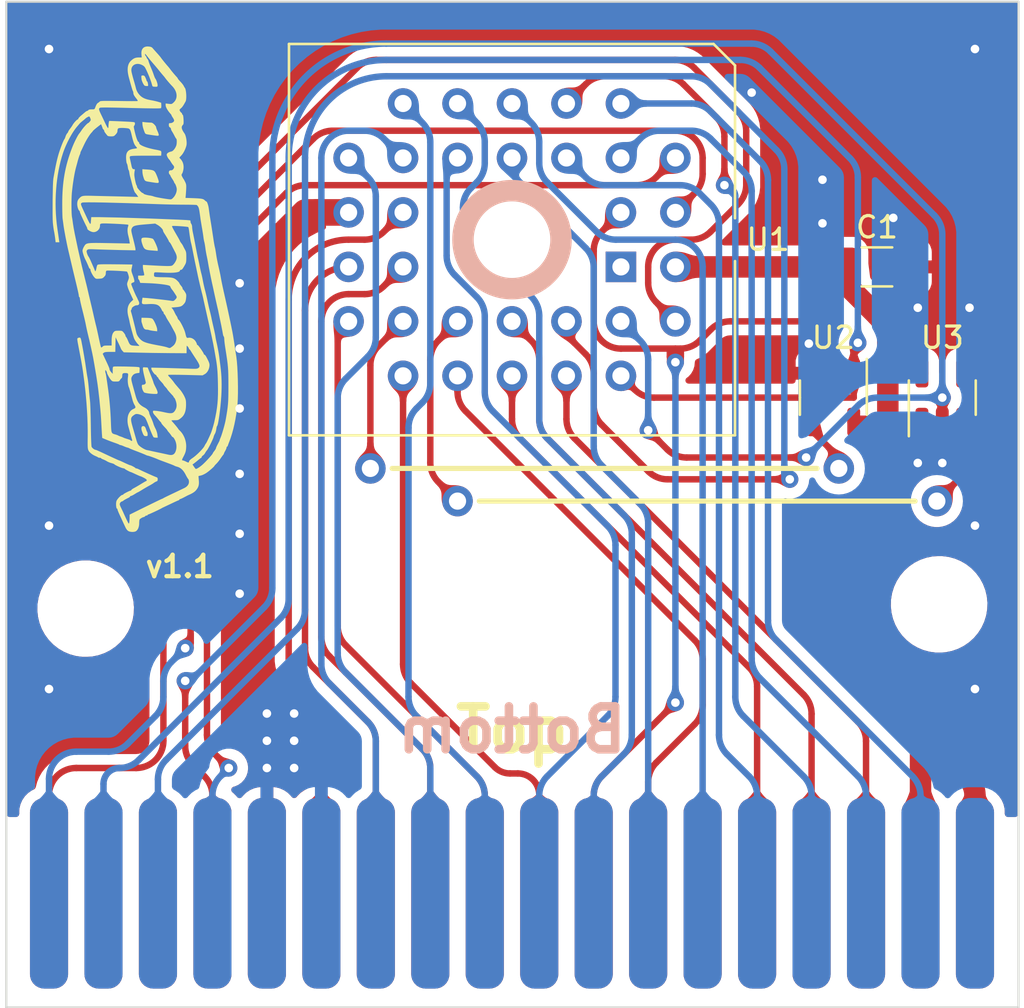
<source format=kicad_pcb>
(kicad_pcb (version 20221018) (generator pcbnew)
  (layers (0 "F.Cu" signal) (31 "B.Cu" signal) (34 "B.Paste" user) (35 "F.Paste" user) (36 "B.SilkS" user "B.Silkscreen") (37 "F.SilkS" user "F.Silkscreen") (38 "B.Mask" user) (39 "F.Mask" user) (44 "Edge.Cuts" user))
  (net 0 "")
  (net 1 "GND")
  (net 2 "+5V")
  (net 3 "/V-A7")
  (net 4 "/V-A6")
  (net 5 "/V-A8")
  (net 6 "/V-A5")
  (net 7 "/V-A9")
  (net 8 "/V-A4")
  (net 9 "/V-A11")
  (net 10 "/V-A3")
  (net 11 "/V-A2")
  (net 12 "/V-A10")
  (net 13 "/V-A1")
  (net 14 "/V-A0")
  (net 15 "/V-D7")
  (net 16 "/V-D0")
  (net 17 "/V-D6")
  (net 18 "/V-D1")
  (net 19 "/V-D5")
  (net 20 "/V-D2")
  (net 21 "/V-D4")
  (net 22 "/V-D3")
  (net 23 "/V-A12")
  (net 24 "/V-A13")
  (net 26 "/V-A14")
  (net 29 "/V-RW")
  (net 30 "/PB6")
  (net 31 "/IRQ")
  (net 34 "/V-A15")
  (net 35 "/~{CE}")
  (net 36 "/~{OE}")
  (footprint "" (layer "F.Cu") (at 150.876 94.488)
    (fp_text reference "")
    (fp_text value "")
  )
  (footprint "Package_LCC:PLCC-32_THT-Socket" (layer "F.Cu") (at 162.56 85.09 -90)
    (fp_text reference "U1")
    (fp_text value "SST39SF020")
  )
  (footprint "vectrex:EDGE-CONNECTOR" (layer "F.Cu") (at 153.67 114.3 180)
    (fp_text reference "CON3" hide)
    (fp_text value "EDGE-CONNECTOR" hide)
  )
  (footprint "" (layer "F.Cu") (at 177.398 100.8256 -90)
    (fp_text reference "@HOLE1" hide)
    (fp_text value "")
  )
  (footprint "" (layer "F.Cu") (at 177.292 96.012)
    (fp_text reference "")
    (fp_text value "")
  )
  (footprint "" (layer "F.Cu") (at 157.498 100.7256 -90)
    (fp_text reference "@HOLE0" hide)
    (fp_text value "")
  )
  (footprint "Package_TO_SOT_SMD:SOT-23-5" (layer "F.Cu") (at 177.546 91.186 90)
    (fp_text reference "U3")
    (fp_text value "74AHC1G04")
  )
  (footprint "" (layer "F.Cu") (at 137.598 101.0256 -90)
    (fp_text reference "@HOLE2" hide)
    (fp_text value "")
  )
  (footprint "Capacitor_SMD:C_1206_3216Metric" (layer "F.Cu") (at 174.498 85.09)
    (fp_text reference "C1")
    (fp_text value "100n")
  )
  (footprint "" (layer "F.Cu") (at 154.94 96.012)
    (fp_text reference "")
    (fp_text value "")
  )
  (footprint "" (layer "F.Cu") (at 172.72 94.488)
    (fp_text reference "")
    (fp_text value "")
  )
  (footprint "Package_TO_SOT_SMD:SOT-23-5" (layer "F.Cu") (at 172.466 91.186 -90)
    (fp_text reference "U2")
    (fp_text value "74AHC1G08")
  )
  (gr_circle (center 157.48 83.82) (end 159.766 83.82) (stroke (width 1)) (fill none) (layer "B.SilkS"))
  (gr_poly (pts (xy 136.057929 81.964071) (xy 136.07043 81.336215) (xy 136.07998 81.108061) (xy 136.091266 80.978762) (xy 136.127498 80.773442) (xy 136.16072 80.592371) (xy 136.191626 80.432253) (xy 136.220912 80.289788) (xy 136.249272 80.161676) (xy 136.277401 80.044618) (xy 136.305992 79.935317) (xy 136.335741 79.830471) (xy 136.37082 79.719303) (xy 136.409863 79.604169) (xy 136.450816 79.490367) (xy 136.491625 79.383193) (xy 136.530234 79.287941) (xy 136.564589 79.209908) (xy 136.57953 79.179003) (xy 136.592636 79.154389) (xy 136.603651 79.136727) (xy 136.612319 79.126681) (xy 136.613877 79.12478) (xy 136.615753 79.121896) (xy 136.620345 79.113407) (xy 136.625862 79.101677) (xy 136.632074 79.087169) (xy 136.63875 79.070345) (xy 136.645656 79.05167) (xy 136.652563 79.031605) (xy 136.659238 79.010615) (xy 136.663111 78.999834) (xy 136.667298 78.988844) (xy 136.671767 78.977723) (xy 136.676486 78.966551) (xy 136.681422 78.955409) (xy 136.686542 78.944375) (xy 136.691814 78.933529) (xy 136.697206 78.92295) (xy 136.702685 78.912719) (xy 136.708217 78.902915) (xy 136.713772 78.893617) (xy 136.719315 78.884905) (xy 136.724816 78.876859) (xy 136.73024 78.869557) (xy 136.735555 78.863081) (xy 136.74073 78.857509) (xy 136.745299 78.852337) (xy 136.74973 78.847034) (xy 136.754002 78.841644) (xy 136.758093 78.836211) (xy 136.761982 78.830778) (xy 136.765646 78.825388) (xy 136.769065 78.820085) (xy 136.772215 78.814912) (xy 136.775077 78.809913) (xy 136.777627 78.805131) (xy 136.779845 78.800609) (xy 136.781708 78.796392) (xy 136.783194 78.792521) (xy 136.784283 78.789041) (xy 136.784952 78.785995) (xy 136.785123 78.784649) (xy 136.78518 78.783427) (xy 136.785608 78.780546) (xy 136.786864 78.776583) (xy 136.788908 78.771614) (xy 136.791701 78.765716) (xy 136.799375 78.751435) (xy 136.809566 78.734346) (xy 136.821957 78.715058) (xy 136.836228 78.694179) (xy 136.852063 78.672316) (xy 136.869141 78.650077) (xy 136.887107 78.626121) (xy 136.90545 78.601036) (xy 136.923619 78.575545) (xy 136.941064 78.550373) (xy 136.957236 78.526243) (xy 136.971585 78.503878) (xy 136.98356 78.484001) (xy 136.988487 78.475223) (xy 136.992613 78.467337) (xy 137.003414 78.449017) (xy 137.016165 78.429466) (xy 137.030558 78.409019) (xy 137.046285 78.388007) (xy 137.06304 78.366763) (xy 137.080515 78.345621) (xy 137.098402 78.324913) (xy 137.116394 78.304972) (xy 137.134184 78.28613) (xy 137.151463 78.268721) (xy 137.167925 78.253077) (xy 137.183262 78.239531) (xy 137.197167 78.228417) (xy 137.209331 78.220065) (xy 137.214665 78.21703) (xy 137.219448 78.21481) (xy 137.223643 78.213448) (xy 137.227211 78.212985) (xy 137.228592 78.212942) (xy 137.229957 78.212814) (xy 137.231305 78.212604) (xy 137.232632 78.212314) (xy 137.233937 78.211947) (xy 137.23522 78.211504) (xy 137.236476 78.210987) (xy 137.237706 78.2104) (xy 137.238907 78.209744) (xy 137.240076 78.209021) (xy 137.241214 78.208234) (xy 137.242317 78.207385) (xy 137.243384 78.206477) (xy 137.244412 78.205511) (xy 137.245402 78.20449) (xy 137.246349 78.203416) (xy 137.247253 78.202291) (xy 137.248112 78.201118) (xy 137.248924 78.199899) (xy 137.249687 78.198636) (xy 137.250399 78.197332) (xy 137.251059 78.195988) (xy 137.251664 78.194607) (xy 137.252214 78.193191) (xy 137.252706 78.191743) (xy 137.253138 78.190264) (xy 137.253508 78.188758) (xy 137.253815 78.187226) (xy 137.254057 78.18567) (xy 137.254232 78.184093) (xy 137.254339 78.182497) (xy 137.254375 78.180884) (xy 137.254525 78.178917) (xy 137.254973 78.176726) (xy 137.256728 78.171705) (xy 137.259584 78.16588) (xy 137.263481 78.159313) (xy 137.268362 78.152067) (xy 137.274169 78.144202) (xy 137.280844 78.135781) (xy 137.28833 78.126863) (xy 137.296567 78.117512) (xy 137.3055 78.107788) (xy 137.315069 78.097753) (xy 137.325217 78.087468) (xy 137.347017 78.066397) (xy 137.370438 78.045064) (xy 137.396136 78.023881) (xy 137.42276 78.00154) (xy 137.476007 77.956163) (xy 137.524624 77.91449) (xy 137.563055 77.882079) (xy 137.570541 77.87566) (xy 137.578142 77.869394) (xy 137.585801 77.863316) (xy 137.59346 77.857462) (xy 137.601062 77.851869) (xy 137.608547 77.846572) (xy 137.615859 77.841608) (xy 137.622939 77.837012) (xy 137.62973 77.832822) (xy 137.636174 77.829073) (xy 137.642213 77.825802) (xy 137.647788 77.823045) (xy 137.652843 77.820837) (xy 137.657319 77.819215) (xy 137.661158 77.818215) (xy 137.662821 77.81796) (xy 137.664303 77.817874) (xy 137.665727 77.817824) (xy 137.66722 77.817675) (xy 137.670394 77.817093) (xy 137.673792 77.816149) (xy 137.677383 77.814864) (xy 137.681132 77.813262) (xy 137.685008 77.811363) (xy 137.688978 77.809189) (xy 137.693009 77.806761) (xy 137.69707 77.804103) (xy 137.701127 77.801234) (xy 137.705148 77.798177) (xy 137.7091 77.794954) (xy 137.71295 77.791586) (xy 137.716667 77.788096) (xy 137.720218 77.784504) (xy 137.723569 77.780832) (xy 137.727678 77.776347) (xy 137.732593 77.772151) (xy 137.738312 77.768244) (xy 137.744829 77.764627) (xy 137.752143 77.761299) (xy 137.760249 77.758261) (xy 137.769143 77.755512) (xy 137.778823 77.753052) (xy 137.789284 77.750882) (xy 137.800522 77.749001) (xy 137.812535 77.747409) (xy 137.825318 77.746107) (xy 137.838868 77.745094) (xy 137.853181 77.744371) (xy 137.868254 77.743936) (xy 137.884083 77.743792) (xy 137.905907 77.743745) (xy 137.92521 77.743531) (xy 137.94219 77.743043) (xy 137.957047 77.742171) (xy 137.963742 77.741557) (xy 137.96998 77.740807) (xy 137.975787 77.739907) (xy 137.981187 77.738843) (xy 137.986206 77.737601) (xy 137.990868 77.736169) (xy 137.995198 77.734533) (xy 137.999221 77.732678) (xy 138.002962 77.730592) (xy 138.006445 77.728261) (xy 138.009696 77.725672) (xy 138.01274 77.72281) (xy 138.015601 77.719662) (xy 138.018304 77.716215) (xy 138.020874 77.712456) (xy 138.023336 77.708369) (xy 138.025715 77.703943) (xy 138.028036 77.699163) (xy 138.032602 77.688488) (xy 138.037232 77.676236) (xy 138.042127 77.662299) (xy 138.051657 77.637284) (xy 138.060831 77.614053) (xy 138.069702 77.592537) (xy 138.07832 77.572666) (xy 138.086735 77.554372) (xy 138.094999 77.537587) (xy 138.103161 77.522242) (xy 138.111272 77.508268) (xy 138.115324 77.501773) (xy 138.119383 77.495596) (xy 138.123455 77.489727) (xy 138.127545 77.484157) (xy 138.131661 77.478879) (xy 138.135808 77.473883) (xy 138.139994 77.469162) (xy 138.144223 77.464706) (xy 138.148504 77.460506) (xy 138.152841 77.456555) (xy 138.157242 77.452844) (xy 138.161712 77.449363) (xy 138.166258 77.446105) (xy 138.170887 77.443061) (xy 138.175604 77.440222) (xy 138.180416 77.43758) (xy 138.18559 77.434662) (xy 138.190897 77.431484) (xy 138.196298 77.428074) (xy 138.201754 77.424461) (xy 138.207224 77.420675) (xy 138.212669 77.416744) (xy 138.218048 77.412697) (xy 138.223323 77.408564) (xy 138.228453 77.404372) (xy 138.233399 77.400152) (xy 138.23812 77.395932) (xy 138.242577 77.39174) (xy 138.24673 77.387607) (xy 138.25054 77.38356) (xy 138.253966 77.379629) (xy 138.256969 77.375843) (xy 138.262663 77.370602) (xy 138.271849 77.365975) (xy 138.30331 77.35848) (xy 138.356591 77.353184) (xy 138.43693 77.349914) (xy 138.549564 77.348496) (xy 138.699733 77.348757) (xy 139.133621 77.35362) (xy 139.465839 77.357825) (xy 139.742957 77.359483) (xy 139.935805 77.358827) (xy 139.991512 77.357703) (xy 140.015213 77.356087) (xy 140.017181 77.355306) (xy 140.018917 77.35435) (xy 140.020422 77.35322) (xy 140.021696 77.351915) (xy 140.022737 77.350435) (xy 140.023548 77.348779) (xy 140.024127 77.346946) (xy 140.024474 77.344936) (xy 140.02459 77.34275) (xy 140.024474 77.340385) (xy 140.023548 77.335121) (xy 140.021696 77.329141) (xy 140.018918 77.322442) (xy 140.015213 77.315018) (xy 140.010583 77.306868) (xy 140.005027 77.297987) (xy 139.998545 77.288371) (xy 139.991136 77.278018) (xy 139.982802 77.266923) (xy 139.973541 77.255082) (xy 139.963355 77.242493) (xy 139.944682 77.219097) (xy 139.927529 77.197011) (xy 139.911851 77.176155) (xy 139.897606 77.156449) (xy 139.88475 77.137813) (xy 139.87324 77.120169) (xy 139.863031 77.103437) (xy 139.854082 77.087536) (xy 139.846348 77.072388) (xy 139.839786 77.057913) (xy 139.834353 77.04403) (xy 139.830005 77.030662) (xy 139.826699 77.017727) (xy 139.824391 77.005147) (xy 139.823038 76.992842) (xy 139.822597 76.980732) (xy 139.822482 76.975039) (xy 139.822143 76.969099) (xy 139.821587 76.962957) (xy 139.820822 76.956655) (xy 139.819853 76.950238) (xy 139.81869 76.943749) (xy 139.817338 76.93723) (xy 139.815806 76.930726) (xy 139.814099 76.92428) (xy 139.812227 76.917936) (xy 139.810195 76.911736) (xy 139.808011 76.905724) (xy 139.805683 76.899943) (xy 139.803217 76.894438) (xy 139.800621 76.88925) (xy 139.797902 76.884425) (xy 139.787508 76.861399) (xy 139.773092 76.820605) (xy 139.73277 76.688721) (xy 139.678095 76.494792) (xy 139.610224 76.244837) (xy 139.593702 76.177175) (xy 139.580253 76.112158) (xy 139.569887 76.049767) (xy 139.56261 75.989983) (xy 139.55843 75.93279) (xy 139.557353 75.878169) (xy 139.559387 75.826101) (xy 139.561573 75.80102) (xy 139.56454 75.77657) (xy 139.568287 75.752749) (xy 139.572817 75.729556) (xy 139.578131 75.706987) (xy 139.584228 75.685041) (xy 139.59111 75.663716) (xy 139.598778 75.643008) (xy 139.607233 75.622917) (xy 139.616475 75.603439) (xy 139.626506 75.584572) (xy 139.637327 75.566314) (xy 139.648938 75.548664) (xy 139.66134 75.531617) (xy 139.674535 75.515173) (xy 139.688522 75.499329) (xy 139.703304 75.484083) (xy 139.71888 75.469433) (xy 139.741568 75.449077) (xy 139.763446 75.430558) (xy 139.784687 75.413805) (xy 139.805465 75.398745) (xy 139.825954 75.385305) (xy 139.846327 75.373414) (xy 139.866757 75.362998) (xy 139.88742 75.353986) (xy 139.908487 75.346305) (xy 139.930133 75.339883) (xy 139.952532 75.334648) (xy 139.975857 75.330526) (xy 140.000281 75.327447) (xy 140.025978 75.325337) (xy 140.053123 75.324124) (xy 140.081888 75.323735) (xy 140.212769 75.323735) (xy 140.200422 75.180507) (xy 140.198561 75.156562) (xy 140.197604 75.133348) (xy 140.197542 75.110872) (xy 140.198367 75.089143) (xy 140.200071 75.068168) (xy 140.202646 75.047955) (xy 140.206084 75.028512) (xy 140.210377 75.009846) (xy 140.215516 74.991965) (xy 140.221493 74.974876) (xy 140.2283 74.958588) (xy 140.23593 74.943108) (xy 140.244373 74.928444) (xy 140.253622 74.914603) (xy 140.263669 74.901593) (xy 140.274505 74.889422) (xy 140.286122 74.878097) (xy 140.298513 74.867627) (xy 140.311669 74.858018) (xy 140.325582 74.849279) (xy 140.340243 74.841417) (xy 140.355646 74.83444) (xy 140.37178 74.828355) (xy 140.388639 74.823171) (xy 140.406215 74.818894) (xy 140.424498 74.815534) (xy 140.443481 74.813096) (xy 140.463157 74.81159) (xy 140.483516 74.811022) (xy 140.50455 74.811401) (xy 140.526252 74.812734) (xy 140.548613 74.815028) (xy 140.565641 74.817002) (xy 140.581579 74.81924) (xy 140.596498 74.821774) (xy 140.610465 74.824637) (xy 140.62355 74.827862) (xy 140.63582 74.831481) (xy 140.647346 74.835527) (xy 140.658195 74.840033) (xy 140.663387 74.842468) (xy 140.668436 74.84503) (xy 140.673351 74.847723) (xy 140.678139 74.850552) (xy 140.682809 74.85352) (xy 140.687371 74.856631) (xy 140.691832 74.859889) (xy 140.696201 74.863299) (xy 140.704699 74.87059) (xy 140.712933 74.878536) (xy 140.720971 74.887168) (xy 140.728883 74.896521) (xy 140.743781 74.914309) (xy 140.763802 74.937422) (xy 140.815622 74.995917) (xy 140.941255 75.136057) (xy 140.972388 75.170398) (xy 141.002335 75.204276) (xy 141.030372 75.236765) (xy 141.055775 75.266938) (xy 141.077822 75.293871) (xy 141.095788 75.316636) (xy 141.10895 75.334308) (xy 141.113504 75.340945) (xy 141.116585 75.345961) (xy 141.134744 75.371355) (xy 141.167865 75.414372) (xy 141.261974 75.532095) (xy 141.36488 75.656764) (xy 141.408997 75.708463) (xy 141.442552 75.74601) (xy 141.487311 75.800338) (xy 141.501177 75.817392) (xy 141.51513 75.83491) (xy 141.528679 75.852428) (xy 141.541329 75.869482) (xy 141.571595 75.90989) (xy 141.607503 75.955681) (xy 141.647289 76.004829) (xy 141.689188 76.055308) (xy 141.731434 76.105093) (xy 141.772262 76.152157) (xy 141.809906 76.194476) (xy 141.842602 76.230023) (xy 141.848096 76.236064) (xy 141.853444 76.242123) (xy 141.85862 76.248161) (xy 141.863592 76.254137) (xy 141.868333 76.260012) (xy 141.872814 76.265746) (xy 141.877005 76.2713) (xy 141.880879 76.276632) (xy 141.884404 76.281704) (xy 141.887554 76.286476) (xy 141.890298 76.290908) (xy 141.892608 76.29496) (xy 141.894456 76.298593) (xy 141.895811 76.301766) (xy 141.896295 76.303167) (xy 141.896646 76.304439) (xy 141.896858 76.305577) (xy 141.89693 76.306574) (xy 141.897529 76.309458) (xy 141.899289 76.313438) (xy 141.902155 76.318452) (xy 141.906075 76.324439) (xy 141.916854 76.339087) (xy 141.931193 76.356889) (xy 141.948658 76.377353) (xy 141.968814 76.399988) (xy 141.991227 76.424302) (xy 142.015463 76.449802) (xy 142.039666 76.475606) (xy 142.063694 76.502509) (xy 142.086913 76.52976) (xy 142.108685 76.556605) (xy 142.128373 76.582294) (xy 142.137236 76.594469) (xy 142.145341 76.606072) (xy 142.152605 76.61701) (xy 142.158951 76.627188) (xy 142.164299 76.636512) (xy 142.168569 76.644889) (xy 142.176059 76.659643) (xy 142.183578 76.67402) (xy 142.190924 76.687645) (xy 142.197893 76.700142) (xy 142.204284 76.711134) (xy 142.209893 76.720245) (xy 142.212341 76.723977) (xy 142.214519 76.727099) (xy 142.216399 76.729561) (xy 142.217957 76.731319) (xy 142.22454 76.738501) (xy 142.230855 76.747916) (xy 142.242652 76.772884) (xy 142.253292 76.805102) (xy 142.262716 76.843447) (xy 142.270867 76.886798) (xy 142.277687 76.934035) (xy 142.283118 76.984035) (xy 142.287102 77.035677) (xy 142.289581 77.087841) (xy 142.290497 77.139404) (xy 142.289793 77.189245) (xy 142.287411 77.236242) (xy 142.283292 77.279276) (xy 142.277379 77.317223) (xy 142.269613 77.348963) (xy 142.265018 77.362154) (xy 142.259938 77.373374) (xy 142.222737 77.440955) (xy 142.205922 77.470803) (xy 142.190138 77.498234) (xy 142.175265 77.523409) (xy 142.161185 77.546485) (xy 142.147777 77.567622) (xy 142.134923 77.58698) (xy 142.122502 77.604717) (xy 142.110397 77.620993) (xy 142.098487 77.635967) (xy 142.086653 77.649797) (xy 142.074775 77.662644) (xy 142.062735 77.674666) (xy 142.050412 77.686022) (xy 142.037688 77.696872) (xy 142.025903 77.706994) (xy 142.015526 77.716154) (xy 142.006515 77.724489) (xy 141.998833 77.732138) (xy 141.995477 77.735747) (xy 141.992438 77.739236) (xy 141.989711 77.742622) (xy 141.987291 77.745922) (xy 141.985173 77.749153) (xy 141.983352 77.752333) (xy 141.981824 77.755479) (xy 141.980582 77.758607) (xy 141.979623 77.761735) (xy 141.97894 77.76488) (xy 141.97853 77.76806) (xy 141.978388 77.771292) (xy 141.978507 77.774592) (xy 141.978884 77.777978) (xy 141.979513 77.781467) (xy 141.980389 77.785076) (xy 141.981508 77.788823) (xy 141.982864 77.792725) (xy 141.984453 77.796798) (xy 141.986269 77.80106) (xy 141.990563 77.810221) (xy 141.995708 77.820344) (xy 141.999088 77.826413) (xy 142.002721 77.83255) (xy 142.006571 77.83871) (xy 142.010601 77.844844) (xy 142.014777 77.850906) (xy 142.019061 77.856849) (xy 142.023418 77.862625) (xy 142.02781 77.868188) (xy 142.032203 77.87349) (xy 142.036559 77.878485) (xy 142.040844 77.883126) (xy 142.045019 77.887365) (xy 142.04905 77.891155) (xy 142.0529 77.89445) (xy 142.056533 77.897202) (xy 142.059913 77.899365) (xy 142.063557 77.901386) (xy 142.067071 77.903726) (xy 142.07044 77.906354) (xy 142.073649 77.909244) (xy 142.076686 77.912364) (xy 142.079534 77.915688) (xy 142.082179 77.919184) (xy 142.084608 77.922826) (xy 142.086805 77.926583) (xy 142.088756 77.930427) (xy 142.090446 77.934329) (xy 142.091862 77.93826) (xy 142.092988 77.94219) (xy 142.09381 77.946092) (xy 142.094314 77.949936) (xy 142.094485 77.953693) (xy 142.094521 77.955321) (xy 142.094628 77.956959) (xy 142.094805 77.958606) (xy 142.09505 77.960258) (xy 142.095362 77.961911) (xy 142.095739 77.963564) (xy 142.09618 77.965211) (xy 142.096685 77.966851) (xy 142.097251 77.96848) (xy 142.097877 77.970095) (xy 142.098562 77.971693) (xy 142.099304 77.973271) (xy 142.100102 77.974825) (xy 142.100955 77.976352) (xy 142.101862 77.97785) (xy 142.10282 77.979314) (xy 142.103829 77.980743) (xy 142.104887 77.982132) (xy 142.105993 77.983478) (xy 142.107146 77.984779) (xy 142.108344 77.986031) (xy 142.109586 77.987231) (xy 142.110871 77.988376) (xy 142.112196 77.989462) (xy 142.113561 77.990487) (xy 142.114965 77.991448) (xy 142.116406 77.99234) (xy 142.117882 77.993162) (xy 142.119393 77.993909) (xy 142.120937 77.994579) (xy 142.122513 77.995169) (xy 142.124119 77.995675) (xy 142.12733 77.997953) (xy 142.130476 78.001979) (xy 142.133549 78.007704) (xy 142.136543 78.015083) (xy 142.13945 78.024068) (xy 142.142263 78.034612) (xy 142.147578 78.060189) (xy 142.15243 78.091437) (xy 142.156761 78.127982) (xy 142.160514 78.169447) (xy 142.163629 78.215454) (xy 142.164871 78.245575) (xy 142.165805 78.273067) (xy 142.166413 78.298077) (xy 142.166678 78.320753) (xy 142.166581 78.341245) (xy 142.166104 78.3597) (xy 142.165229 78.376267) (xy 142.163939 78.391094) (xy 142.162214 78.404329) (xy 142.161183 78.410396) (xy 142.160037 78.416121) (xy 142.158773 78.421522) (xy 142.157389 78.426618) (xy 142.155884 78.431427) (xy 142.154254 78.435968) (xy 142.152497 78.44026) (xy 142.150612 78.44432) (xy 142.148595 78.448169) (xy 142.146445 78.451823) (xy 142.14416 78.455301) (xy 142.141736 78.458623) (xy 142.139172 78.461806) (xy 142.136466 78.46487) (xy 142.120205 78.482195) (xy 142.106625 78.499991) (xy 142.100846 78.509104) (xy 142.095744 78.51838) (xy 142.09132 78.527836) (xy 142.087579 78.537486) (xy 142.084521 78.547345) (xy 142.082148 78.55743) (xy 142.080464 78.567756) (xy 142.079471 78.578337) (xy 142.07917 78.58919) (xy 142.079564 78.600329) (xy 142.080656 78.611771) (xy 142.082447 78.62353) (xy 142.088136 78.648062) (xy 142.096651 78.674047) (xy 142.108009 78.70161) (xy 142.122228 78.730873) (xy 142.139327 78.76196) (xy 142.159323 78.794992) (xy 142.182235 78.830094) (xy 142.20808 78.867387) (xy 142.221667 78.889229) (xy 142.234588 78.915484) (xy 142.246757 78.945588) (xy 142.258086 78.978976) (xy 142.26849 79.015084) (xy 142.27788 79.053348) (xy 142.286171 79.093204) (xy 142.293276 79.134088) (xy 142.299107 79.175434) (xy 142.303578 79.216679) (xy 142.306602 79.257258) (xy 142.308092 79.296608) (xy 142.307962 79.334163) (xy 142.306125 79.36936) (xy 142.302493 79.401634) (xy 142.29698 79.43042) (xy 142.288022 79.463064) (xy 142.277871 79.496059) (xy 142.266605 79.529234) (xy 142.254305 79.56242) (xy 142.241049 79.595448) (xy 142.226919 79.628145) (xy 142.211993 79.660344) (xy 142.19635 79.691874) (xy 142.180071 79.722564) (xy 142.163234 79.752245) (xy 142.14592 79.780747) (xy 142.128209 79.807899) (xy 142.110179 79.833532) (xy 142.09191 79.857476) (xy 142.073482 79.879561) (xy 142.054974 79.899616) (xy 141.966074 79.995924) (xy 142.025341 80.060129) (xy 142.044529 80.082589) (xy 142.062277 80.105534) (xy 142.078592 80.128985) (xy 142.093482 80.152965) (xy 142.106954 80.177494) (xy 142.119016 80.202595) (xy 142.129674 80.228289) (xy 142.138935 80.254598) (xy 142.146808 80.281544) (xy 142.153298 80.309148) (xy 142.158415 80.337432) (xy 142.162163 80.366418) (xy 142.164552 80.396127) (xy 142.165588 80.426582) (xy 142.165278 80.457803) (xy 142.163629 80.489813) (xy 142.162014 80.506203) (xy 142.159969 80.522886) (xy 142.157525 80.539749) (xy 142.154716 80.556681) (xy 142.151575 80.57357) (xy 142.148133 80.590303) (xy 142.144423 80.606769) (xy 142.140479 80.622854) (xy 142.136331 80.638448) (xy 142.132014 80.653438) (xy 142.127559 80.667711) (xy 142.123 80.681156) (xy 142.118368 80.693661) (xy 142.113696 80.705113) (xy 142.109017 80.7154) (xy 142.104363 80.72441) (xy 142.09655 80.737529) (xy 142.089783 80.749259) (xy 142.084064 80.759831) (xy 142.079399 80.769477) (xy 142.075789 80.778429) (xy 142.074382 80.782717) (xy 142.073239 80.786918) (xy 142.072363 80.791061) (xy 142.071753 80.795175) (xy 142.07141 80.799289) (xy 142.071334 80.803432) (xy 142.071526 80.807633) (xy 142.071986 80.811921) (xy 142.072715 80.816324) (xy 142.073712 80.820872) (xy 142.074979 80.825594) (xy 142.076516 80.830519) (xy 142.080402 80.841091) (xy 142.085373 80.852821) (xy 142.091433 80.86594) (xy 142.106833 80.897272) (xy 142.117087 80.916419) (xy 142.127283 80.934699) (xy 142.137132 80.951705) (xy 142.146344 80.967033) (xy 142.15463 80.980277) (xy 142.1617 80.991033) (xy 142.16469 80.995351) (xy 142.167266 80.998895) (xy 142.169395 81.001614) (xy 142.171038 81.003457) (xy 142.172683 81.005415) (xy 142.17482 81.008469) (xy 142.180453 81.017618) (xy 142.187707 81.030414) (xy 142.19635 81.046364) (xy 142.216877 81.085759) (xy 142.240182 81.131868) (xy 142.256677 81.16822) (xy 142.263471 81.185016) (xy 142.269353 81.20136) (xy 142.274366 81.217602) (xy 142.278555 81.234094) (xy 142.281963 81.251187) (xy 142.284632 81.269231) (xy 142.286608 81.288577) (xy 142.287932 81.309577) (xy 142.288648 81.33258) (xy 142.2888 81.357938) (xy 142.287584 81.417123) (xy 142.284632 81.489938) (xy 142.278729 81.589603) (xy 142.272594 81.681628) (xy 142.266922 81.755596) (xy 142.264476 81.782552) (xy 142.262407 81.801087) (xy 142.254999 81.872702) (xy 142.56368 81.882579) (xy 142.641089 81.885371) (xy 142.710674 81.888242) (xy 142.772945 81.891272) (xy 142.828412 81.894541) (xy 142.877584 81.898128) (xy 142.920973 81.902113) (xy 142.959087 81.906576) (xy 142.976326 81.909011) (xy 142.992437 81.911595) (xy 143.007485 81.914339) (xy 143.021533 81.917252) (xy 143.034645 81.920343) (xy 143.046885 81.923624) (xy 143.058317 81.927104) (xy 143.069004 81.930792) (xy 143.07901 81.9347) (xy 143.088398 81.938836) (xy 143.097233 81.943211) (xy 143.105579 81.947835) (xy 143.113498 81.952717) (xy 143.121056 81.957868) (xy 143.128315 81.963297) (xy 143.135339 81.969015) (xy 143.148938 81.981356) (xy 143.155008 81.987312) (xy 143.161146 81.99312) (xy 143.167305 81.998747) (xy 143.17344 82.00416) (xy 143.179502 82.009328) (xy 143.185444 82.014217) (xy 143.191221 82.018795) (xy 143.196783 82.023029) (xy 143.202086 82.026887) (xy 143.207081 82.030336) (xy 143.211721 82.033344) (xy 143.21596 82.035878) (xy 143.219751 82.037905) (xy 143.223045 82.039394) (xy 143.224492 82.039926) (xy 143.225798 82.040311) (xy 143.226956 82.040545) (xy 143.22796 82.040624) (xy 143.231069 82.041195) (xy 143.234364 82.042879) (xy 143.241451 82.049402) (xy 143.249095 82.059832) (xy 143.257169 82.073807) (xy 143.265548 82.090965) (xy 143.274103 82.110945) (xy 143.28271 82.133385) (xy 143.29124 82.157922) (xy 143.299568 82.184196) (xy 143.307566 82.211845) (xy 143.315109 82.240507) (xy 143.322069 82.269819) (xy 143.328321 82.299421) (xy 143.333737 82.328951) (xy 143.33819 82.358046) (xy 143.341555 82.386346) (xy 143.363471 82.543464) (xy 143.390943 82.732068) (xy 143.474905 83.251886) (xy 143.551458 83.756887) (xy 143.561933 83.827797) (xy 143.572757 83.896797) (xy 143.58358 83.962208) (xy 143.594056 84.022353) (xy 143.603837 84.075552) (xy 143.612576 84.120127) (xy 143.619927 84.1544) (xy 143.625541 84.176693) (xy 143.630822 84.196487) (xy 143.637232 84.22531) (xy 143.652396 84.304487) (xy 143.668949 84.40311) (xy 143.684808 84.510068) (xy 143.693533 84.568708) (xy 143.704602 84.635624) (xy 143.732036 84.784793) (xy 143.763637 84.938594) (xy 143.779915 85.011298) (xy 143.795932 85.07804) (xy 143.826337 85.211622) (xy 143.855816 85.346592) (xy 143.880665 85.467672) (xy 143.890196 85.518228) (xy 143.89718 85.559582) (xy 143.929823 85.737806) (xy 143.974967 85.959323) (xy 144.03678 86.243348) (xy 144.11943 86.609096) (xy 144.198799 86.964811) (xy 144.291365 87.393453) (xy 144.378837 87.809593) (xy 144.442927 88.127804) (xy 144.470168 88.280215) (xy 144.503428 88.482169) (xy 144.536688 88.695236) (xy 144.563929 88.880984) (xy 144.591094 89.067119) (xy 144.60838 89.17998) (xy 144.625666 89.288443) (xy 144.649675 89.490344) (xy 144.669576 89.747489) (xy 144.684961 90.04266) (xy 144.695428 90.358638) (xy 144.700569 90.678204) (xy 144.699981 90.98414) (xy 144.693258 91.259228) (xy 144.679994 91.486248) (xy 144.654725 91.72549) (xy 144.621846 91.963893) (xy 144.581848 92.199228) (xy 144.535222 92.429267) (xy 144.482462 92.651782) (xy 144.424059 92.864545) (xy 144.360504 93.065327) (xy 144.326949 93.16053) (xy 144.292291 93.251901) (xy 144.281222 93.279904) (xy 144.270413 93.307849) (xy 144.250619 93.360556) (xy 144.234992 93.404003) (xy 144.229392 93.420373) (xy 144.225616 93.43217) (xy 144.224142 93.436304) (xy 144.22251 93.440355) (xy 144.220732 93.444297) (xy 144.218825 93.448106) (xy 144.216801 93.451755) (xy 144.214677 93.45522) (xy 144.212465 93.458475) (xy 144.210182 93.461495) (xy 144.20784 93.464254) (xy 144.206652 93.465528) (xy 144.205455 93.466728) (xy 144.204251 93.46785) (xy 144.203041 93.46889) (xy 144.201828 93.469847) (xy 144.200613 93.470717) (xy 144.199397 93.471496) (xy 144.198184 93.472181) (xy 144.196974 93.47277) (xy 144.19577 93.473258) (xy 144.194573 93.473644) (xy 144.193385 93.473923) (xy 144.192208 93.474093) (xy 144.191043 93.474151) (xy 144.189893 93.474208) (xy 144.188759 93.474378) (xy 144.187642 93.474657) (xy 144.186543 93.475043) (xy 144.185465 93.475532) (xy 144.184407 93.47612) (xy 144.183373 93.476806) (xy 144.182362 93.477585) (xy 144.180417 93.479411) (xy 144.178585 93.481574) (xy 144.176876 93.484047) (xy 144.175301 93.486807) (xy 144.17387 93.489826) (xy 144.172595 93.493081) (xy 144.171486 93.496546) (xy 144.170555 93.500196) (xy 144.169812 93.504004) (xy 144.169267 93.507946) (xy 144.168933 93.511997) (xy 144.168819 93.516131) (xy 144.168505 93.521269) (xy 144.167584 93.527369) (xy 144.166084 93.534352) (xy 144.164034 93.542138) (xy 144.161463 93.550647) (xy 144.158401 93.5598) (xy 144.150915 93.579719) (xy 144.141809 93.601259) (xy 144.131314 93.623783) (xy 144.119661 93.646655) (xy 144.107083 93.669237) (xy 144.100692 93.679903) (xy 144.094504 93.690555) (xy 144.088547 93.70112) (xy 144.082851 93.711526) (xy 144.072356 93.731571) (xy 144.06325 93.750111) (xy 144.05929 93.758636) (xy 144.055764 93.766567) (xy 144.052702 93.773834) (xy 144.050131 93.780362) (xy 144.048081 93.786079) (xy 144.046581 93.790915) (xy 144.04566 93.794795) (xy 144.045346 93.797648) (xy 144.045147 93.80016) (xy 144.04456 93.803045) (xy 144.043604 93.80627) (xy 144.042298 93.809802) (xy 144.040659 93.813609) (xy 144.038705 93.817659) (xy 144.036454 93.821918) (xy 144.033925 93.826355) (xy 144.031135 93.830937) (xy 144.028103 93.83563) (xy 144.024847 93.840403) (xy 144.021385 93.845223) (xy 144.017734 93.850058) (xy 144.013914 93.854874) (xy 144.009941 93.85964) (xy 144.005835 93.864323) (xy 143.996777 93.875199) (xy 143.984768 93.890677) (xy 143.970327 93.910032) (xy 143.953977 93.932541) (xy 143.91763 93.984129) (xy 143.879893 94.039653) (xy 143.859988 94.068558) (xy 143.837797 94.099113) (xy 143.814043 94.13042) (xy 143.78945 94.161582) (xy 143.764741 94.191703) (xy 143.74064 94.219884) (xy 143.71787 94.24523) (xy 143.697154 94.266842) (xy 143.68712 94.276526) (xy 143.677418 94.286091) (xy 143.668093 94.295475) (xy 143.659187 94.304617) (xy 143.650744 94.313455) (xy 143.642808 94.321927) (xy 143.635421 94.329973) (xy 143.628628 94.33753) (xy 143.622471 94.344538) (xy 143.616994 94.350934) (xy 143.612241 94.356657) (xy 143.608255 94.361646) (xy 143.605079 94.365839) (xy 143.602756 94.369175) (xy 143.601331 94.371592) (xy 143.600968 94.372436) (xy 143.600846 94.373028) (xy 143.60019 94.375849) (xy 143.598262 94.379645) (xy 143.590819 94.389958) (xy 143.578985 94.403555) (xy 143.563226 94.420025) (xy 143.5218 94.459932) (xy 143.470274 94.506378) (xy 143.412382 94.556066) (xy 143.351857 94.605696) (xy 143.292431 94.651969) (xy 143.237838 94.691587) (xy 143.223071 94.701357) (xy 143.207558 94.711173) (xy 143.17479 94.730673) (xy 143.140517 94.749537) (xy 143.105723 94.767213) (xy 143.071392 94.783154) (xy 143.054708 94.790301) (xy 143.038508 94.796808) (xy 143.022916 94.802606) (xy 143.008054 94.807626) (xy 142.994047 94.8118) (xy 142.981016 94.815059) (xy 142.860013 94.844692) (xy 142.87483 95.03237) (xy 142.877975 95.072229) (xy 142.879962 95.109545) (xy 142.880733 95.144553) (xy 142.880232 95.177488) (xy 142.878399 95.208586) (xy 142.875177 95.238081) (xy 142.870508 95.266209) (xy 142.864334 95.293205) (xy 142.856598 95.319304) (xy 142.847241 95.34474) (xy 142.836206 95.36975) (xy 142.823434 95.394568) (xy 142.808869 95.419429) (xy 142.792451 95.444569) (xy 142.774123 95.470223) (xy 142.753827 95.496626) (xy 142.740797 95.512228) (xy 142.736541 95.516855) (xy 142.736541 94.511317) (xy 142.748569 94.509925) (xy 142.763198 94.505853) (xy 142.780193 94.499255) (xy 142.799319 94.490288) (xy 142.82034 94.479108) (xy 142.843021 94.465869) (xy 142.867128 94.450727) (xy 142.892424 94.433838) (xy 142.918676 94.415358) (xy 142.945648 94.395441) (xy 142.973104 94.374244) (xy 143.00081 94.351922) (xy 143.02853 94.328631) (xy 143.05603 94.304525) (xy 143.083074 94.279762) (xy 143.109427 94.254495) (xy 143.142194 94.222665) (xy 143.176281 94.18865) (xy 143.24652 94.116206) (xy 143.316354 94.041448) (xy 143.381992 93.968657) (xy 143.439643 93.902117) (xy 143.464288 93.872529) (xy 143.485515 93.846111) (xy 143.50285 93.823396) (xy 143.515819 93.804921) (xy 143.523948 93.791221) (xy 143.526049 93.786329) (xy 143.526763 93.782831) (xy 143.527134 93.780525) (xy 143.528224 93.777347) (xy 143.530002 93.773352) (xy 143.532435 93.768593) (xy 143.539134 93.757003) (xy 143.548062 93.743011) (xy 143.558957 93.727052) (xy 143.57156 93.709558) (xy 143.58561 93.690965) (xy 143.600846 93.671706) (xy 143.608189 93.661936) (xy 143.615374 93.652115) (xy 143.622355 93.642308) (xy 143.629091 93.632581) (xy 143.635537 93.622999) (xy 143.64165 93.613626) (xy 143.647387 93.604528) (xy 143.652705 93.595771) (xy 143.657559 93.587418) (xy 143.661907 93.579536) (xy 143.665705 93.572189) (xy 143.66891 93.565443) (xy 143.671479 93.559362) (xy 143.673367 93.554012) (xy 143.674532 93.549458) (xy 143.674829 93.547499) (xy 143.67493 93.545764) (xy 143.675385 93.541295) (xy 143.676719 93.535356) (xy 143.678885 93.528043) (xy 143.681836 93.519449) (xy 143.689906 93.498797) (xy 143.70055 93.47415) (xy 143.713394 93.446263) (xy 143.728061 93.415887) (xy 143.744176 93.383775) (xy 143.76136 93.350678) (xy 143.778545 93.318624) (xy 143.794659 93.287785) (xy 143.809326 93.258914) (xy 143.82217 93.232763) (xy 143.832815 93.210084) (xy 143.840884 93.191631) (xy 143.843835 93.184224) (xy 143.846001 93.178155) (xy 143.847336 93.173519) (xy 143.847791 93.170409) (xy 143.847962 93.167726) (xy 143.848466 93.164341) (xy 143.850415 93.155669) (xy 143.853521 93.144798) (xy 143.857669 93.132133) (xy 143.862743 93.118078) (xy 143.868627 93.103039) (xy 143.875206 93.087422) (xy 143.882363 93.071631) (xy 143.909889 93.00321) (xy 143.942826 92.908571) (xy 143.978946 92.795295) (xy 144.016022 92.670964) (xy 144.051824 92.543161) (xy 144.084124 92.419467) (xy 144.110695 92.307464) (xy 144.129307 92.214734) (xy 144.168042 91.992238) (xy 144.19795 91.804382) (xy 144.220161 91.637188) (xy 144.235802 91.476679) (xy 144.246003 91.308877) (xy 144.251892 91.119806) (xy 144.254598 90.895487) (xy 144.255249 90.621943) (xy 144.253961 90.346209) (xy 144.250966 90.123694) (xy 144.244788 89.93631) (xy 144.23395 89.765971) (xy 144.216978 89.594591) (xy 144.192394 89.404082) (xy 144.158724 89.176358) (xy 144.114491 88.893332) (xy 144.103754 88.826247) (xy 144.093886 88.75948) (xy 144.08506 88.694739) (xy 144.077449 88.633731) (xy 144.071227 88.578164) (xy 144.066568 88.529744) (xy 144.063645 88.49018) (xy 144.062633 88.461179) (xy 144.062083 88.449671) (xy 144.061364 88.438341) (xy 144.060478 88.42725) (xy 144.05943 88.416459) (xy 144.058222 88.406029) (xy 144.056859 88.396023) (xy 144.055344 88.386501) (xy 144.053681 88.377526) (xy 144.051873 88.369159) (xy 144.049924 88.36146) (xy 144.047837 88.354493) (xy 144.045617 88.348317) (xy 144.043266 88.342996) (xy 144.042043 88.340674) (xy 144.040789 88.338589) (xy 144.039504 88.336748) (xy 144.038188 88.335159) (xy 144.036843 88.33383) (xy 144.035469 88.332768) (xy 144.033071 88.330754) (xy 144.030525 88.32754) (xy 144.027856 88.323196) (xy 144.025089 88.317797) (xy 144.02225 88.311413) (xy 144.019364 88.304118) (xy 144.013552 88.287083) (xy 144.007856 88.26727) (xy 144.002478 88.245257) (xy 143.997621 88.221624) (xy 143.993488 88.196948) (xy 143.980562 88.121939) (xy 143.958607 88.004331) (xy 143.930633 87.860795) (xy 143.899649 87.707998) (xy 143.836987 87.413517) (xy 143.798402 87.226457) (xy 143.787907 87.174367) (xy 143.77556 87.115332) (xy 143.762286 87.056296) (xy 143.755592 87.028949) (xy 143.749013 87.004207) (xy 143.672151 86.666819) (xy 143.586029 86.275721) (xy 143.566583 86.182538) (xy 143.543432 86.07477) (xy 143.519355 85.965613) (xy 143.49713 85.868263) (xy 143.448281 85.639453) (xy 143.391561 85.358322) (xy 143.339471 85.088304) (xy 143.304513 84.892832) (xy 143.300047 84.864096) (xy 143.294249 84.830555) (xy 143.279819 84.753925) (xy 143.263536 84.672665) (xy 143.247716 84.596499) (xy 143.239078 84.557161) (xy 143.230005 84.512383) (xy 143.2116 84.412525) (xy 143.194584 84.308963) (xy 143.187248 84.259555) (xy 143.181041 84.213735) (xy 143.175171 84.16983) (xy 143.168809 84.125954) (xy 143.162158 84.083293) (xy 143.15542 84.043034) (xy 143.148798 84.006364) (xy 143.142494 83.974469) (xy 143.136711 83.948535) (xy 143.131652 83.929749) (xy 143.126814 83.911715) (xy 143.121658 83.889659) (xy 143.116329 83.864419) (xy 143.11097 83.836836) (xy 143.105727 83.807748) (xy 143.100745 83.777994) (xy 143.096168 83.748414) (xy 143.092141 83.719846) (xy 143.088374 83.687145) (xy 143.082842 83.645763) (xy 143.067755 83.543898) (xy 143.049427 83.428143) (xy 143.030404 83.312388) (xy 143.009453 83.192581) (xy 142.988733 83.068838) (xy 142.956321 82.867888) (xy 142.936161 82.718988) (xy 142.919589 82.600879) (xy 142.912395 82.551996) (xy 142.905794 82.509162) (xy 142.899686 82.471826) (xy 142.893968 82.439439) (xy 142.88854 82.41145) (xy 142.883299 82.387311) (xy 142.878146 82.36647) (xy 142.872978 82.348378) (xy 142.867694 82.332486) (xy 142.862193 82.318244) (xy 142.856374 82.305101) (xy 142.850135 82.292508) (xy 142.846237 82.285107) (xy 142.841984 82.277749) (xy 142.837427 82.270478) (xy 142.832618 82.263337) (xy 142.827605 82.25637) (xy 142.822441 82.24962) (xy 142.817175 82.24313) (xy 142.811859 82.236945) (xy 142.806542 82.231106) (xy 142.801277 82.225658) (xy 142.796112 82.220645) (xy 142.7911 82.216109) (xy 142.78629 82.212093) (xy 142.781733 82.208642) (xy 142.777481 82.205799) (xy 142.773582 82.203607) (xy 142.754304 82.200843) (xy 142.71474 82.198166) (xy 142.584361 82.19342) (xy 142.401661 82.190064) (xy 142.185855 82.188791) (xy 141.919425 82.187016) (xy 141.599053 82.181999) (xy 141.544629 82.180728) (xy 141.544629 81.940184) (xy 141.55769 81.939994) (xy 141.563815 81.939601) (xy 141.569709 81.938993) (xy 141.5754 81.938157) (xy 141.580918 81.937081) (xy 141.586291 81.935751) (xy 141.591548 81.934156) (xy 141.596719 81.932281) (xy 141.601831 81.930116) (xy 141.606915 81.927647) (xy 141.611998 81.924861) (xy 141.617111 81.921746) (xy 141.622281 81.91829) (xy 141.627539 81.914478) (xy 141.632911 81.9103) (xy 141.64412 81.900791) (xy 141.65614 81.889662) (xy 141.669201 81.87681) (xy 141.683535 81.862136) (xy 141.699374 81.845537) (xy 141.715688 81.826047) (xy 141.731265 81.805602) (xy 141.74606 81.784288) (xy 141.76003 81.762193) (xy 141.773132 81.739404) (xy 141.785323 81.716007) (xy 141.796558 81.692089) (xy 141.806795 81.667737) (xy 141.81599 81.643038) (xy 141.824101 81.618078) (xy 141.831082 81.592945) (xy 141.836892 81.567725) (xy 141.841486 81.542505) (xy 141.844821 81.517371) (xy 141.846854 81.492412) (xy 141.847541 81.467713) (xy 141.846894 81.453267) (xy 141.845028 81.436999) (xy 141.842055 81.419225) (xy 141.838088 81.400266) (xy 141.833237 81.380438) (xy 141.827617 81.36006) (xy 141.821338 81.339451) (xy 141.814512 81.318928) (xy 141.807253 81.298811) (xy 141.799672 81.279417) (xy 141.79188 81.261065) (xy 141.783992 81.244073) (xy 141.776117 81.22876) (xy 141.768369 81.215443) (xy 141.76086 81.204442) (xy 141.753702 81.196074) (xy 141.750521 81.192778) (xy 141.747466 81.189389) (xy 141.744548 81.185927) (xy 141.741779 81.182415) (xy 141.739169 81.178873) (xy 141.73673 81.175325) (xy 141.734471 81.171791) (xy 141.732403 81.168293) (xy 141.730539 81.164853) (xy 141.728887 81.161492) (xy 141.72746 81.158233) (xy 141.726268 81.155097) (xy 141.725322 81.152105) (xy 141.724633 81.14928) (xy 141.724212 81.146643) (xy 141.724069 81.144216) (xy 141.723614 81.140813) (xy 141.72228 81.136214) (xy 141.720113 81.130493) (xy 141.717162 81.123727) (xy 141.709093 81.107362) (xy 141.698448 81.087727) (xy 141.685604 81.065429) (xy 141.670937 81.041077) (xy 141.654823 81.015278) (xy 141.637638 80.988639) (xy 141.620453 80.962006) (xy 141.604339 80.936242) (xy 141.589672 80.911982) (xy 141.576828 80.889863) (xy 141.566184 80.870522) (xy 141.561804 80.862093) (xy 141.558115 80.854597) (xy 141.555163 80.848113) (xy 141.552997 80.842722) (xy 141.551663 80.838503) (xy 141.551323 80.836858) (xy 141.551208 80.835536) (xy 141.551158 80.834343) (xy 141.551009 80.833081) (xy 141.550427 80.830365) (xy 141.549482 80.827418) (xy 141.548198 80.824269) (xy 141.546596 80.820945) (xy 141.544697 80.817478) (xy 141.542523 80.813894) (xy 141.540095 80.810223) (xy 141.537437 80.806495) (xy 141.534568 80.802738) (xy 141.531511 80.798981) (xy 141.528288 80.795252) (xy 141.52492 80.791582) (xy 141.52143 80.787998) (xy 141.517838 80.78453) (xy 141.514166 80.781207) (xy 141.510495 80.777656) (xy 141.506902 80.773519) (xy 141.503412 80.768846) (xy 141.500044 80.763689) (xy 141.496821 80.758098) (xy 141.493764 80.752124) (xy 141.490896 80.745816) (xy 141.488237 80.739227) (xy 141.48581 80.732405) (xy 141.483636 80.725404) (xy 141.481737 80.718271) (xy 141.480134 80.71106) (xy 141.47885 80.703819) (xy 141.477906 80.6966) (xy 141.477323 80.689454) (xy 141.477124 80.68243) (xy 141.477562 80.669926) (xy 141.478111 80.664017) (xy 141.478885 80.658334) (xy 141.479885 80.652875) (xy 141.481113 80.647638) (xy 141.482571 80.642622) (xy 141.484263 80.637826) (xy 141.486189 80.633246) (xy 141.488353 80.628881) (xy 141.490757 80.62473) (xy 141.493403 80.62079) (xy 141.496292 80.61706) (xy 141.499428 80.613538) (xy 141.502813 80.610223) (xy 141.506449 80.607112) (xy 141.510338 80.604203) (xy 141.514483 80.601495) (xy 141.518885 80.598986) (xy 141.523547 80.596674) (xy 141.528472 80.594558) (xy 141.533661 80.592635) (xy 141.539116 80.590904) (xy 141.544841 80.589362) (xy 141.557107 80.586842) (xy 141.570476 80.58506) (xy 141.584967 80.584001) (xy 141.600596 80.583652) (xy 141.605513 80.583402) (xy 141.610529 80.582666) (xy 141.615627 80.581464) (xy 141.620791 80.579817) (xy 141.626004 80.577745) (xy 141.631248 80.575268) (xy 141.636508 80.572407) (xy 141.641767 80.569182) (xy 141.652213 80.561721) (xy 141.662453 80.553049) (xy 141.672353 80.543327) (xy 141.68178 80.532719) (xy 141.690598 80.521388) (xy 141.698675 80.509496) (xy 141.705877 80.497206) (xy 141.712069 80.484681) (xy 141.717118 80.472083) (xy 141.719172 80.465808) (xy 141.720891 80.459576) (xy 141.722256 80.453408) (xy 141.723252 80.447323) (xy 141.723862 80.441342) (xy 141.724069 80.435485) (xy 141.723841 80.431122) (xy 141.723172 80.426398) (xy 141.722083 80.421355) (xy 141.720596 80.416038) (xy 141.718733 80.410489) (xy 141.716516 80.404752) (xy 141.713966 80.39887) (xy 141.711104 80.392887) (xy 141.707954 80.386846) (xy 141.704535 80.38079) (xy 141.700871 80.374764) (xy 141.696982 80.36881) (xy 141.692891 80.362971) (xy 141.688619 80.357292) (xy 141.684188 80.351815) (xy 141.679619 80.346585) (xy 141.674737 80.341476) (xy 141.669389 80.335462) (xy 141.657509 80.321041) (xy 141.644414 80.303958) (xy 141.630538 80.284849) (xy 141.616315 80.264351) (xy 141.602178 80.2431) (xy 141.588563 80.221734) (xy 141.575902 80.200888) (xy 141.563806 80.180819) (xy 141.551825 80.161647) (xy 141.540307 80.143806) (xy 141.5296 80.12773) (xy 141.52005 80.113854) (xy 141.512005 80.102612) (xy 141.505812 80.094436) (xy 141.503519 80.091635) (xy 141.501819 80.089763) (xy 141.491886 80.080835) (xy 141.481624 80.069969) (xy 141.471167 80.057424) (xy 141.460648 80.043461) (xy 141.450202 80.02834) (xy 141.439962 80.012323) (xy 141.430062 79.995669) (xy 141.420636 79.978638) (xy 141.411817 79.961492) (xy 141.40374 79.94449) (xy 141.396539 79.927894) (xy 141.390347 79.911963) (xy 141.385297 79.896959) (xy 141.381525 79.88314) (xy 141.379164 79.870769) (xy 141.378347 79.860105) (xy 141.378578 79.853891) (xy 141.379269 79.847751) (xy 141.380416 79.841686) (xy 141.382017 79.8357) (xy 141.384069 79.829793) (xy 141.386567 79.823968) (xy 141.392893 79.812568) (xy 141.40097 79.801516) (xy 141.410773 79.790825) (xy 141.422275 79.780511) (xy 141.435453 79.770587) (xy 141.450279 79.761069) (xy 141.46673 79.75197) (xy 141.48478 79.743305) (xy 141.504404 79.735089) (xy 141.525576 79.727336) (xy 141.54827 79.72006) (xy 141.572462 79.713277) (xy 141.598127 79.706999) (xy 141.605142 79.705302) (xy 141.612289 79.703) (xy 141.626921 79.696653) (xy 141.641915 79.6881) (xy 141.657162 79.677481) (xy 141.672554 79.664938) (xy 141.687982 79.650611) (xy 141.703338 79.634643) (xy 141.718512 79.617173) (xy 141.733398 79.598343) (xy 141.747885 79.578293) (xy 141.761866 79.557166) (xy 141.775233 79.535102) (xy 141.787875 79.512242) (xy 141.799686 79.488728) (xy 141.810556 79.464699) (xy 141.820377 79.440298) (xy 141.826455 79.422612) (xy 141.831731 79.402287) (xy 141.83621 79.379815) (xy 141.839901 79.355682) (xy 141.84281 79.330376) (xy 141.844946 79.304388) (xy 141.846314 79.278203) (xy 141.846923 79.252312) (xy 141.84678 79.227202) (xy 141.845891 79.203362) (xy 141.844265 79.18128) (xy 141.841907 79.161445) (xy 141.838827 79.144344) (xy 141.83503 79.130466) (xy 141.832865 79.124888) (xy 141.830524 79.1203) (xy 141.828007 79.116761) (xy 141.825316 79.114333) (xy 141.822312 79.112348) (xy 141.818877 79.109216) (xy 141.815045 79.105006) (xy 141.810847 79.099786) (xy 141.806316 79.093627) (xy 141.801485 79.086595) (xy 141.791052 79.070191) (xy 141.77981 79.051126) (xy 141.768017 79.029947) (xy 141.755935 79.007206) (xy 141.743824 78.983453) (xy 141.731047 78.958348) (xy 141.717085 78.93171) (xy 141.702369 78.904319) (xy 141.687336 78.876957) (xy 141.672418 78.850406) (xy 141.65805 78.825446) (xy 141.644665 78.802859) (xy 141.632699 78.783427) (xy 141.626771 78.774524) (xy 141.621042 78.765451) (xy 141.615537 78.75627) (xy 141.610281 78.747041) (xy 141.605301 78.737827) (xy 141.600621 78.728689) (xy 141.596266 78.719689) (xy 141.592262 78.710887) (xy 141.588635 78.702345) (xy 141.585409 78.694126) (xy 141.582609 78.68629) (xy 141.580262 78.678899) (xy 141.578393 78.672015) (xy 141.577026 78.665699) (xy 141.576187 78.660012) (xy 141.575902 78.655016) (xy 141.575838 78.65268) (xy 141.575646 78.650305) (xy 141.57533 78.647895) (xy 141.574894 78.645456) (xy 141.57434 78.642992) (xy 141.573672 78.640506) (xy 141.572893 78.638005) (xy 141.572005 78.635492) (xy 141.569918 78.630448) (xy 141.567438 78.625411) (xy 141.564588 78.620418) (xy 141.561394 78.615504) (xy 141.557882 78.610707) (xy 141.554078 78.606061) (xy 141.550005 78.601603) (xy 141.54569 78.59737) (xy 141.541158 78.593397) (xy 141.536434 78.589721) (xy 141.531544 78.586377) (xy 141.529045 78.584842) (xy 141.526513 78.583403) (xy 141.520261 78.57955) (xy 141.514465 78.575387) (xy 141.509117 78.57089) (xy 141.504211 78.566039) (xy 141.499739 78.560812) (xy 141.495693 78.555187) (xy 141.492068 78.549142) (xy 141.488854 78.542656) (xy 141.486046 78.535707) (xy 141.483636 78.528273) (xy 141.481616 78.520333) (xy 141.47998 78.511864) (xy 141.47872 78.502846) (xy 141.477829 78.493257) (xy 141.477299 78.483074) (xy 141.477124 78.472276) (xy 141.477223 78.458283) (xy 141.477563 78.445875) (xy 141.478215 78.434956) (xy 141.478679 78.430027) (xy 141.479247 78.425435) (xy 141.479926 78.421168) (xy 141.480727 78.417215) (xy 141.481657 78.413564) (xy 141.482724 78.410203) (xy 141.483938 78.407121) (xy 141.485308 78.404306) (xy 141.48684 78.401745) (xy 141.488546 78.399428) (xy 141.490432 78.397343) (xy 141.492507 78.395477) (xy 141.494781 78.393819) (xy 141.497261 78.392358) (xy 141.499957 78.391081) (xy 141.502876 78.389976) (xy 141.506028 78.389033) (xy 141.50942 78.388239) (xy 141.513063 78.387582) (xy 141.516963 78.387051) (xy 141.525573 78.386319) (xy 141.535319 78.385949) (xy 141.546269 78.385847) (xy 141.554383 78.385668) (xy 141.562509 78.385139) (xy 141.570628 78.384272) (xy 141.578724 78.383078) (xy 141.586777 78.38157) (xy 141.594772 78.379758) (xy 141.60269 78.377656) (xy 141.610513 78.375274) (xy 141.618224 78.372624) (xy 141.625805 78.369719) (xy 141.633239 78.366569) (xy 141.640508 78.363187) (xy 141.647594 78.359584) (xy 141.65448 78.355773) (xy 141.661148 78.351764) (xy 141.66758 78.34757) (xy 141.673759 78.343202) (xy 141.679668 78.338672) (xy 141.685287 78.333992) (xy 141.690601 78.329174) (xy 141.695591 78.32423) (xy 141.70024 78.31917) (xy 141.704529 78.314007) (xy 141.708442 78.308753) (xy 141.711961 78.30342) (xy 141.715067 78.298018) (xy 141.717744 78.292561) (xy 141.719974 78.287059) (xy 141.721739 78.281525) (xy 141.723022 78.27597) (xy 141.723804 78.270405) (xy 141.724069 78.264844) (xy 141.723755 78.259792) (xy 141.722834 78.253944) (xy 141.721334 78.247372) (xy 141.719284 78.240149) (xy 141.716714 78.232348) (xy 141.713651 78.22404) (xy 141.710125 78.215298) (xy 141.706165 78.206194) (xy 141.7018 78.196801) (xy 141.697059 78.187191) (xy 141.691971 78.177436) (xy 141.686564 78.167609) (xy 141.680868 78.157782) (xy 141.674911 78.148027) (xy 141.668723 78.138417) (xy 141.662332 78.129025) (xy 141.655942 78.119773) (xy 141.649754 78.110576) (xy 141.643797 78.101487) (xy 141.638101 78.092561) (xy 141.632695 78.083852) (xy 141.627606 78.075415) (xy 141.622865 78.067303) (xy 141.6185 78.05957) (xy 141.61454 78.052272) (xy 141.611015 78.045463) (xy 141.607952 78.039195) (xy 141.605381 78.033525) (xy 141.603331 78.028506) (xy 141.601831 78.024192) (xy 141.60091 78.020638) (xy 141.600675 78.019163) (xy 141.600596 78.017898) (xy 141.600369 78.01582) (xy 141.599699 78.013312) (xy 141.598611 78.010405) (xy 141.597124 78.007134) (xy 141.595261 78.003529) (xy 141.593043 77.999624) (xy 141.590493 77.995452) (xy 141.587632 77.991044) (xy 141.584481 77.986434) (xy 141.581063 77.981654) (xy 141.577398 77.976736) (xy 141.57351 77.971713) (xy 141.569419 77.966618) (xy 141.565146 77.961483) (xy 141.560715 77.956341) (xy 141.556146 77.951224) (xy 141.532026 77.924106) (xy 141.508807 77.896568) (xy 141.486579 77.86877) (xy 141.465433 77.840871) (xy 141.445459 77.813029) (xy 141.426747 77.785405) (xy 141.409388 77.758156) (xy 141.393472 77.731443) (xy 141.37909 77.705425) (xy 141.366332 77.68026) (xy 141.355289 77.656108) (xy 141.346051 77.633129) (xy 141.338708 77.61148) (xy 141.333352 77.591322) (xy 141.330071 77.572813) (xy 141.329238 77.564227) (xy 141.328958 77.556113) (xy 141.328958 77.469681) (xy 141.472186 77.486968) (xy 141.496225 77.489529) (xy 141.517605 77.491599) (xy 141.536619 77.493089) (xy 141.553561 77.493914) (xy 141.561346 77.49405) (xy 141.568723 77.493987) (xy 141.575729 77.493713) (xy 141.582399 77.49322) (xy 141.58877 77.492494) (xy 141.59488 77.491527) (xy 141.600765 77.490306) (xy 141.606461 77.488821) (xy 141.612006 77.487061) (xy 141.617435 77.485015) (xy 141.622785 77.482673) (xy 141.628093 77.480023) (xy 141.633396 77.477055) (xy 141.63873 77.473758) (xy 141.644132 77.470121) (xy 141.649638 77.466133) (xy 141.661111 77.45706) (xy 141.673441 77.446454) (xy 141.686921 77.434228) (xy 141.701844 77.420294) (xy 141.72059 77.401859) (xy 141.737936 77.382694) (xy 141.753887 77.362838) (xy 141.768447 77.342328) (xy 141.781619 77.3212) (xy 141.793408 77.299494) (xy 141.803818 77.277246) (xy 141.812853 77.254493) (xy 141.820517 77.231275) (xy 141.826814 77.207627) (xy 141.831749 77.183587) (xy 141.835324 77.159193) (xy 141.837545 77.134483) (xy 141.838415 77.109494) (xy 141.837939 77.084263) (xy 141.83612 77.058829) (xy 141.832963 77.033228) (xy 141.828471 77.007498) (xy 141.822649 76.981677) (xy 141.815501 76.955802) (xy 141.807031 76.92991) (xy 141.797242 76.90404) (xy 141.78614 76.878229) (xy 141.773728 76.852514) (xy 141.76001 76.826933) (xy 141.74499 76.801523) (xy 141.728672 76.776322) (xy 141.711061 76.751368) (xy 141.69216 76.726697) (xy 141.671974 76.702348) (xy 141.650506 76.678358) (xy 141.627761 76.654765) (xy 141.58945 76.614424) (xy 141.546307 76.567254) (xy 141.500444 76.515685) (xy 141.453973 76.462149) (xy 141.409007 76.409075) (xy 141.367659 76.358895) (xy 141.33204 76.31404) (xy 141.304263 76.276941) (xy 141.296103 76.265196) (xy 141.286668 76.252439) (xy 141.276308 76.239045) (xy 141.265369 76.22539) (xy 141.254199 76.211852) (xy 141.243144 76.198805) (xy 141.232553 76.186627) (xy 141.222772 76.175694) (xy 141.19418 76.142704) (xy 141.149614 76.089572) (xy 141.095325 76.023939) (xy 141.037563 75.953445) (xy 140.976714 75.877972) (xy 140.913782 75.801573) (xy 140.855943 75.732582) (xy 140.810374 75.679334) (xy 140.722246 75.577394) (xy 140.648008 75.489806) (xy 140.613205 75.447777) (xy 140.578401 75.404995) (xy 140.54244 75.360015) (xy 140.504163 75.311388) (xy 140.458517 75.253602) (xy 140.440049 75.230393) (xy 140.424215 75.210719) (xy 140.410812 75.194387) (xy 140.399636 75.181206) (xy 140.394821 75.175737) (xy 140.390487 75.170984) (xy 140.386608 75.166923) (xy 140.383161 75.16353) (xy 140.380118 75.16078) (xy 140.377455 75.15865) (xy 140.375146 75.157117) (xy 140.374117 75.156566) (xy 140.373167 75.156155) (xy 140.372293 75.155881) (xy 140.371492 75.155741) (xy 140.37076 75.155733) (xy 140.370095 75.155852) (xy 140.369493 75.156096) (xy 140.368951 75.156462) (xy 140.368466 75.156948) (xy 140.368035 75.157549) (xy 140.367655 75.158263) (xy 140.367322 75.159088) (xy 140.366786 75.161055) (xy 140.366402 75.163426) (xy 140.366145 75.166178) (xy 140.365908 75.172726) (xy 140.365874 75.180507) (xy 140.366073 75.184813) (xy 140.366656 75.189373) (xy 140.3676 75.194149) (xy 140.368884 75.199106) (xy 140.370487 75.204207) (xy 140.372386 75.209418) (xy 140.37456 75.2147) (xy 140.376987 75.220019) (xy 140.379646 75.225338) (xy 140.382514 75.23062) (xy 140.385571 75.23583) (xy 140.388794 75.240932) (xy 140.392162 75.245889) (xy 140.395653 75.250664) (xy 140.399245 75.255223) (xy 140.402916 75.259529) (xy 140.406588 75.263343) (xy 140.41018 75.267353) (xy 140.413671 75.271521) (xy 140.417038 75.275813) (xy 140.420261 75.280191) (xy 140.423318 75.28462) (xy 140.426187 75.289063) (xy 140.428845 75.293485) (xy 140.431273 75.297849) (xy 140.433447 75.302118) (xy 140.435346 75.306258) (xy 140.436948 75.310231) (xy 140.438232 75.314001) (xy 140.439177 75.317533) (xy 140.439759 75.32079) (xy 140.439908 75.322304) (xy 140.439958 75.323735) (xy 140.440157 75.326681) (xy 140.440739 75.329938) (xy 140.441683 75.33347) (xy 140.442967 75.33724) (xy 140.44457 75.341213) (xy 140.446469 75.345353) (xy 140.448643 75.349622) (xy 140.45107 75.353986) (xy 140.453729 75.358408) (xy 140.456598 75.362851) (xy 140.459654 75.36728) (xy 140.462877 75.371658) (xy 140.466245 75.375949) (xy 140.469736 75.380117) (xy 140.473328 75.384126) (xy 140.476999 75.38794) (xy 140.480756 75.39236) (xy 140.484596 75.397258) (xy 140.488486 75.40259) (xy 140.492395 75.408313) (xy 140.496289 75.414383) (xy 140.500136 75.420757) (xy 140.503904 75.427391) (xy 140.507559 75.434243) (xy 140.511069 75.441268) (xy 140.514403 75.448423) (xy 140.517526 75.455665) (xy 140.520408 75.46295) (xy 140.523014 75.470236) (xy 140.525313 75.477478) (xy 140.527271 75.484633) (xy 140.528858 75.491658) (xy 140.533666 75.508182) (xy 140.540472 75.529394) (xy 140.5588 75.58241) (xy 140.581295 75.64376) (xy 140.605411 75.706499) (xy 140.673359 75.868479) (xy 140.696872 75.92571) (xy 140.715609 75.972581) (xy 140.731222 76.013202) (xy 140.745358 76.051681) (xy 140.775802 76.138652) (xy 140.785366 76.166539) (xy 140.795365 76.194138) (xy 140.805537 76.220694) (xy 140.815622 76.245456) (xy 140.82536 76.267671) (xy 140.830017 76.277589) (xy 140.83449 76.286587) (xy 140.838746 76.294573) (xy 140.842752 76.301452) (xy 140.846476 76.30713) (xy 140.849885 76.311513) (xy 140.859297 76.325049) (xy 140.868927 76.341315) (xy 140.878643 76.359918) (xy 140.888316 76.380464) (xy 140.897815 76.402558) (xy 140.90701 76.425806) (xy 140.915772 76.449814) (xy 140.923969 76.474187) (xy 140.931471 76.498531) (xy 140.938149 76.522452) (xy 140.943871 76.545556) (xy 140.948509 76.567447) (xy 140.951931 76.587733) (xy 140.954007 76.606018) (xy 140.954608 76.621908) (xy 140.953602 76.635009) (xy 140.952136 76.64422) (xy 140.950438 76.652435) (xy 140.948393 76.659703) (xy 140.945885 76.666071) (xy 140.944421 76.668931) (xy 140.942798 76.671584) (xy 140.941002 76.674035) (xy 140.939017 76.676291) (xy 140.93683 76.678357) (xy 140.934425 76.680238) (xy 140.931789 76.681942) (xy 140.928908 76.683473) (xy 140.925765 76.684837) (xy 140.922348 76.686042) (xy 140.918642 76.687091) (xy 140.914631 76.687992) (xy 140.905641 76.689371) (xy 140.895261 76.690225) (xy 140.883377 76.690602) (xy 140.869872 76.690548) (xy 140.854631 76.690111) (xy 140.837538 76.689338) (xy 140.796021 76.6875) (xy 140.779198 76.686348) (xy 140.76469 76.684823) (xy 140.758231 76.68387) (xy 140.752265 76.682763) (xy 140.746762 76.681481) (xy 140.741693 76.680005) (xy 140.737029 76.678313) (xy 140.732741 76.676386) (xy 140.728801 76.674202) (xy 140.725178 76.671743) (xy 140.721846 76.668987) (xy 140.718773 76.665914) (xy 140.715932 76.662503) (xy 140.713294 76.658735) (xy 140.71083 76.654589) (xy 140.70851 76.650044) (xy 140.706306 76.645081) (xy 140.704188 76.639679) (xy 140.700098 76.627476) (xy 140.696008 76.613272) (xy 140.686902 76.578213) (xy 140.669235 76.516868) (xy 140.647893 76.449995) (xy 140.623136 76.378318) (xy 140.595224 76.302561) (xy 140.564419 76.223448) (xy 140.53098 76.1417) (xy 140.495168 76.058043) (xy 140.457244 75.973199) (xy 140.425218 75.904161) (xy 140.411231 75.875064) (xy 140.398286 75.849187) (xy 140.386151 75.826232) (xy 140.374594 75.805904) (xy 140.363385 75.787905) (xy 140.357839 75.779687) (xy 140.352292 75.77194) (xy 140.346717 75.764626) (xy 140.341083 75.75771) (xy 140.335363 75.751154) (xy 140.329527 75.744921) (xy 140.323546 75.738973) (xy 140.317392 75.733274) (xy 140.311035 75.727787) (xy 140.304447 75.722474) (xy 140.297598 75.717299) (xy 140.29046 75.712224) (xy 140.275199 75.702227) (xy 140.258434 75.692186) (xy 140.239933 75.681806) (xy 140.214707 75.668981) (xy 140.189536 75.657807) (xy 140.164475 75.648255) (xy 140.139578 75.640297) (xy 140.114899 75.633906) (xy 140.090495 75.629053) (xy 140.066418 75.62571) (xy 140.042724 75.62385) (xy 140.019469 75.623444) (xy 139.996705 75.624463) (xy 139.974489 75.626881) (xy 139.952874 75.630669) (xy 139.931916 75.6358) (xy 139.91167 75.642244) (xy 139.892189 75.649974) (xy 139.873529 75.658962) (xy 139.855744 75.66918) (xy 139.83889 75.680599) (xy 139.82302 75.693193) (xy 139.80819 75.706932) (xy 139.794454 75.72179) (xy 139.781867 75.737736) (xy 139.770484 75.754745) (xy 139.760359 75.772787) (xy 139.751547 75.791835) (xy 139.744103 75.811861) (xy 139.738082 75.832836) (xy 139.733538 75.854732) (xy 139.730525 75.877522) (xy 139.7291 75.901178) (xy 139.729316 75.925671) (xy 139.731227 75.950973) (xy 139.73497 75.977197) (xy 139.742185 76.013983) (xy 139.75241 76.059625) (xy 139.765182 76.112414) (xy 139.796513 76.232607) (xy 139.832474 76.360903) (xy 139.851738 76.425209) (xy 139.870365 76.489197) (xy 139.904088 76.60939) (xy 139.930403 76.70782) (xy 139.946069 76.770828) (xy 139.948694 76.781837) (xy 139.95191 76.793498) (xy 139.955667 76.805708) (xy 139.959921 76.818366) (xy 139.964623 76.831372) (xy 139.969726 76.844623) (xy 139.98095 76.87146) (xy 139.993215 76.898064) (xy 140.006146 76.923627) (xy 140.012743 76.935764) (xy 140.019366 76.947337) (xy 140.025967 76.958245) (xy 140.032499 76.968385) (xy 140.058202 77.005041) (xy 140.084517 77.03915) (xy 140.111649 77.070829) (xy 140.139804 77.100192) (xy 140.16919 77.127356) (xy 140.200012 77.152436) (xy 140.232476 77.175549) (xy 140.266788 77.196809) (xy 140.303155 77.216333) (xy 140.341783 77.234236) (xy 140.382878 77.250635) (xy 140.426646 77.265644) (xy 140.473293 77.27938) (xy 140.523026 77.291959) (xy 140.576051 77.303495) (xy 140.632574 77.314106) (xy 140.678635 77.322262) (xy 140.726953 77.331663) (xy 140.776082 77.341931) (xy 140.824574 77.352692) (xy 140.870982 77.363568) (xy 140.913859 77.374184) (xy 140.95176 77.384163) (xy 140.983235 77.39313) (xy 141.119055 77.435111) (xy 141.126463 77.546235) (xy 141.12684 77.5578) (xy 141.127047 77.569295) (xy 141.127087 77.580653) (xy 141.126965 77.591805) (xy 141.126683 77.602681) (xy 141.126246 77.613214) (xy 141.125657 77.623335) (xy 141.12492 77.632975) (xy 141.124038 77.642065) (xy 141.123015 77.650536) (xy 141.121854 77.65832) (xy 141.12056 77.665347) (xy 141.119135 77.671551) (xy 141.117584 77.67686) (xy 141.11591 77.681208) (xy 141.114116 77.684524) (xy 141.107317 77.688403) (xy 141.092132 77.691706) (xy 141.034554 77.696601) (xy 140.937271 77.699239) (xy 140.796175 77.699649) (xy 140.366106 77.6939) (xy 139.711472 77.679585) (xy 139.093069 77.664807) (xy 138.85073 77.660268) (xy 138.651771 77.657669) (xy 138.495294 77.657037) (xy 138.380402 77.658402) (xy 138.306198 77.661792) (xy 138.284074 77.664256) (xy 138.271785 77.667238) (xy 138.259258 77.673871) (xy 138.248543 77.680945) (xy 138.239658 77.688671) (xy 138.235908 77.692843) (xy 138.232622 77.697257) (xy 138.229802 77.701939) (xy 138.227452 77.706914) (xy 138.225573 77.71221) (xy 138.224167 77.717852) (xy 138.223236 77.723866) (xy 138.222784 77.73028) (xy 138.223323 77.744408) (xy 138.2258 77.760446) (xy 138.230234 77.778604) (xy 138.236644 77.799091) (xy 138.245046 77.822118) (xy 138.25546 77.847894) (xy 138.267903 77.876629) (xy 138.298949 77.943816) (xy 138.339618 78.02716) (xy 138.390936 78.134581) (xy 138.501444 78.366091) (xy 138.513904 78.392984) (xy 138.52623 78.418947) (xy 138.538346 78.443862) (xy 138.550177 78.467608) (xy 138.561646 78.490066) (xy 138.572677 78.511117) (xy 138.583194 78.530642) (xy 138.593122 78.548521) (xy 138.602384 78.564634) (xy 138.610905 78.578863) (xy 138.618608 78.591088) (xy 138.625418 78.601189) (xy 138.631258 78.609048) (xy 138.636053 78.614544) (xy 138.638034 78.61637) (xy 138.639726 78.617559) (xy 138.641119 78.618099) (xy 138.642202 78.617974) (xy 138.644052 78.616187) (xy 138.645887 78.613638) (xy 138.647693 78.610372) (xy 138.649456 78.606437) (xy 138.651161 78.601879) (xy 138.652794 78.596747) (xy 138.65434 78.591086) (xy 138.655784 78.584945) (xy 138.657113 78.578369) (xy 138.658311 78.571406) (xy 138.659365 78.564103) (xy 138.66026 78.556508) (xy 138.660981 78.548666) (xy 138.661514 78.540625) (xy 138.661844 78.532433) (xy 138.661958 78.524135) (xy 138.662291 78.505484) (xy 138.663231 78.485126) (xy 138.664693 78.463668) (xy 138.666588 78.441717) (xy 138.668831 78.419883) (xy 138.671334 78.398772) (xy 138.674011 78.378993) (xy 138.676774 78.361152) (xy 138.694061 78.28213) (xy 139.103988 78.296945) (xy 139.449402 78.312688) (xy 139.598147 78.320212) (xy 139.704063 78.326579) (xy 139.766933 78.331605) (xy 139.792448 78.333904) (xy 139.814378 78.336225) (xy 139.824084 78.337432) (xy 139.832995 78.338691) (xy 139.841145 78.340017) (xy 139.848569 78.341425) (xy 139.8553 78.34293) (xy 139.861373 78.344549) (xy 139.86682 78.346296) (xy 139.871677 78.348187) (xy 139.875976 78.350237) (xy 139.879753 78.352461) (xy 139.88304 78.354876) (xy 139.885871 78.357496) (xy 139.888282 78.360336) (xy 139.890304 78.363413) (xy 139.891974 78.36674) (xy 139.893323 78.370335) (xy 139.894387 78.374212) (xy 139.895199 78.378386) (xy 139.895793 78.382873) (xy 139.896203 78.387689) (xy 139.896606 78.398366) (xy 139.89668 78.410541) (xy 139.896509 78.417565) (xy 139.896005 78.424707) (xy 139.895182 78.431915) (xy 139.894056 78.439133) (xy 139.892641 78.446308) (xy 139.89095 78.453385) (xy 139.888999 78.460311) (xy 139.886802 78.46703) (xy 139.884374 78.473488) (xy 139.881728 78.479632) (xy 139.87888 78.485407) (xy 139.875844 78.490759) (xy 139.872634 78.495633) (xy 139.869265 78.499976) (xy 139.867525 78.501931) (xy 139.865751 78.503733) (xy 139.863945 78.505374) (xy 139.862108 78.506849) (xy 139.857363 78.511219) (xy 139.853325 78.516114) (xy 139.850002 78.521711) (xy 139.847407 78.528187) (xy 139.845549 78.535719) (xy 139.844441 78.544484) (xy 139.844092 78.554661) (xy 139.844513 78.566425) (xy 139.845716 78.579954) (xy 139.847711 78.595426) (xy 139.854121 78.632907) (xy 139.86383 78.680284) (xy 139.876924 78.738976) (xy 139.889503 78.793065) (xy 139.902198 78.845027) (xy 139.91495 78.894703) (xy 139.927702 78.941934) (xy 139.940397 78.98656) (xy 139.952976 79.028422) (xy 139.965381 79.067362) (xy 139.977554 79.10322) (xy 139.989438 79.135836) (xy 140.000975 79.165052) (xy 140.012107 79.190709) (xy 140.022776 79.212647) (xy 140.032924 79.230707) (xy 140.037784 79.238233) (xy 140.042493 79.24473) (xy 140.047042 79.250178) (xy 140.051425 79.254557) (xy 140.055635 79.257847) (xy 140.059663 79.260028) (xy 140.0629 79.261616) (xy 140.066112 79.263584) (xy 140.069273 79.265906) (xy 140.072358 79.268557) (xy 140.075342 79.271512) (xy 140.078199 79.274745) (xy 140.080904 79.278232) (xy 140.083432 79.281947) (xy 140.085757 79.285864) (xy 140.087855 79.289958) (xy 140.089699 79.294204) (xy 140.091265 79.298577) (xy 140.092526 79.303051) (xy 140.093459 79.3076) (xy 140.094037 79.312201) (xy 140.094236 79.316826) (xy 140.09527 79.325975) (xy 140.09834 79.335351) (xy 140.110403 79.354712) (xy 140.130047 79.37476) (xy 140.156898 79.395347) (xy 140.190578 79.416324) (xy 140.230711 79.437544) (xy 140.276921 79.458858) (xy 140.328833 79.480118) (xy 140.386069 79.501175) (xy 140.448253 79.521882) (xy 140.51501 79.542089) (xy 140.585963 79.561649) (xy 140.660737 79.580412) (xy 140.738953 79.598232) (xy 140.820238 79.614959) (xy 140.904213 79.630445) (xy 140.922657 79.633796) (xy 140.940874 79.637343) (xy 140.95875 79.641048) (xy 140.976174 79.644877) (xy 141.009218 79.652758) (xy 141.039107 79.660697) (xy 141.052588 79.664598) (xy 141.064944 79.668404) (xy 141.076063 79.672081) (xy 141.085833 79.675591) (xy 141.094141 79.678898) (xy 141.100876 79.681967) (xy 141.105926 79.684761) (xy 141.107783 79.686043) (xy 141.109177 79.687243) (xy 141.111867 79.690474) (xy 141.114376 79.69457) (xy 141.116698 79.699468) (xy 141.118823 79.705108) (xy 141.120747 79.711429) (xy 141.12246 79.718367) (xy 141.123956 79.725863) (xy 141.125229 79.733854) (xy 141.126269 79.74228) (xy 141.127071 79.751078) (xy 141.127627 79.760187) (xy 141.12793 79.769545) (xy 141.127972 79.779092) (xy 141.127746 79.788765) (xy 141.127246 79.798504) (xy 141.126463 79.808246) (xy 141.119055 79.904555) (xy 140.410325 79.904555) (xy 140.231328 79.904916) (xy 140.080345 79.90606) (xy 139.955754 79.908071) (xy 139.855934 79.911037) (xy 139.814807 79.912905) (xy 139.779266 79.915045) (xy 139.749107 79.917467) (xy 139.724128 79.920182) (xy 139.704126 79.923201) (xy 139.688899 79.926534) (xy 139.678245 79.930193) (xy 139.674569 79.932148) (xy 139.67196 79.934188) (xy 139.668053 79.938481) (xy 139.664663 79.943063) (xy 139.661787 79.947992) (xy 139.65942 79.953326) (xy 139.65756 79.959124) (xy 139.656203 79.965442) (xy 139.655345 79.972339) (xy 139.654983 79.979872) (xy 139.655113 79.988101) (xy 139.655731 79.997081) (xy 139.656833 80.006872) (xy 139.658417 80.017532) (xy 139.660478 80.029117) (xy 139.663014 80.041686) (xy 139.669491 80.070008) (xy 139.682186 80.123293) (xy 139.696964 80.188849) (xy 139.726288 80.32436) (xy 139.732233 80.35439) (xy 139.738081 80.381591) (xy 139.743906 80.406087) (xy 139.749786 80.428) (xy 139.752771 80.438026) (xy 139.755797 80.447452) (xy 139.758874 80.456295) (xy 139.762013 80.464569) (xy 139.765222 80.472289) (xy 139.768512 80.479471) (xy 139.771891 80.48613) (xy 139.775368 80.492282) (xy 139.778955 80.497942) (xy 139.782659 80.503126) (xy 139.786491 80.507848) (xy 139.79046 80.512125) (xy 139.794575 80.515971) (xy 139.798847 80.519402) (xy 139.803284 80.522433) (xy 139.807896 80.52508) (xy 139.812692 80.527358) (xy 139.817682 80.529282) (xy 139.822876 80.530868) (xy 139.828283 80.532131) (xy 139.833912 80.533087) (xy 139.839774 80.533751) (xy 139.845876 80.534138) (xy 139.85223 80.534263) (xy 139.860078 80.534391) (xy 139.866979 80.534823) (xy 139.872968 80.53563) (xy 139.875632 80.536198) (xy 139.878082 80.536887) (xy 139.880322 80.537706) (xy 139.882356 80.538664) (xy 139.88419 80.539771) (xy 139.885828 80.541035) (xy 139.887274 80.542465) (xy 139.888532 80.544071) (xy 139.889608 80.545861) (xy 139.890506 80.547845) (xy 139.891231 80.550031) (xy 139.891786 80.552429) (xy 139.892176 80.555048) (xy 139.892407 80.557896) (xy 139.892405 80.564318) (xy 139.891818 80.571767) (xy 139.890681 80.580317) (xy 139.889031 80.590038) (xy 139.886902 80.601003) (xy 139.884333 80.613285) (xy 139.880754 80.631338) (xy 139.877465 80.651677) (xy 139.874522 80.673579) (xy 139.871986 80.69632) (xy 139.869912 80.719177) (xy 139.868359 80.741426) (xy 139.867384 80.762344) (xy 139.867047 80.781207) (xy 139.86748 80.804445) (xy 139.869584 80.832839) (xy 139.873178 80.865522) (xy 139.878082 80.901631) (xy 139.891095 80.980668) (xy 139.907175 81.063033) (xy 139.924876 81.141809) (xy 139.942751 81.210081) (xy 139.951301 81.238116) (xy 139.959352 81.260931) (xy 139.966723 81.277662) (xy 139.970097 81.283475) (xy 139.973233 81.287443) (xy 139.975517 81.289956) (xy 139.977733 81.292845) (xy 139.979869 81.296082) (xy 139.981914 81.299637) (xy 139.983859 81.303481) (xy 139.985691 81.307585) (xy 139.9874 81.311921) (xy 139.988975 81.31646) (xy 139.990406 81.321172) (xy 139.991681 81.326029) (xy 139.99279 81.331002) (xy 139.993721 81.336061) (xy 139.994465 81.341178) (xy 139.995009 81.346324) (xy 139.995344 81.351471) (xy 139.995458 81.356588) (xy 139.996076 81.361979) (xy 139.997883 81.368378) (xy 140.000809 81.375708) (xy 140.004786 81.383891) (xy 140.01561 81.402508) (xy 140.029798 81.42361) (xy 140.046794 81.446578) (xy 140.066039 81.470794) (xy 140.086978 81.49564) (xy 140.109052 81.520497) (xy 140.131705 81.544746) (xy 140.15438 81.567769) (xy 140.176519 81.588946) (xy 140.197566 81.607661) (xy 140.216964 81.623293) (xy 140.234155 81.635225) (xy 140.241749 81.63961) (xy 140.248582 81.642838) (xy 140.254585 81.644831) (xy 140.259688 81.645513) (xy 140.261301 81.645542) (xy 140.262897 81.645626) (xy 140.264475 81.645765) (xy 140.266031 81.645957) (xy 140.267563 81.646199) (xy 140.26907 81.64649) (xy 140.270548 81.646828) (xy 140.271997 81.647211) (xy 140.273413 81.647637) (xy 140.274794 81.648105) (xy 140.276138 81.648613) (xy 140.277442 81.649159) (xy 140.278705 81.649741) (xy 140.279924 81.650358) (xy 140.281097 81.651007) (xy 140.282222 81.651686) (xy 140.283296 81.652395) (xy 140.284317 81.653131) (xy 140.285283 81.653892) (xy 140.286191 81.654676) (xy 140.28704 81.655483) (xy 140.287827 81.656309) (xy 140.28855 81.657153) (xy 140.289206 81.658014) (xy 140.289793 81.658889) (xy 140.29031 81.659777) (xy 140.290753 81.660675) (xy 140.291121 81.661583) (xy 140.291411 81.662498) (xy 140.29162 81.663418) (xy 140.291748 81.664342) (xy 140.291791 81.665268) (xy 140.292192 81.667864) (xy 140.29338 81.670554) (xy 140.298018 81.676187) (xy 140.305513 81.68211) (xy 140.315675 81.688264) (xy 140.328311 81.694592) (xy 140.34323 81.701036) (xy 140.360239 81.707538) (xy 140.379148 81.71404) (xy 140.421895 81.726811) (xy 140.469938 81.738889) (xy 140.521744 81.749808) (xy 140.575777 81.759107) (xy 140.601687 81.762541) (xy 140.62887 81.767132) (xy 140.656516 81.77265) (xy 140.683815 81.778862) (xy 140.709957 81.785537) (xy 140.73413 81.792444) (xy 140.755526 81.799351) (xy 140.764928 81.802732) (xy 140.773333 81.806026) (xy 140.790818 81.812108) (xy 140.815868 81.819145) (xy 140.885345 81.835506) (xy 140.975137 81.853949) (xy 141.078618 81.873319) (xy 141.189159 81.892457) (xy 141.300135 81.910206) (xy 141.404917 81.925409) (xy 141.49688 81.936907) (xy 141.514455 81.93854) (xy 141.530294 81.939666) (xy 141.544629 81.940184) (xy 141.544629 82.180728) (xy 141.265254 82.174205) (xy 140.958541 82.164096) (xy 139.565157 82.117138) (xy 138.46255 82.088469) (xy 138.044307 82.081499) (xy 137.727582 82.07971) (xy 137.521981 82.083303) (xy 137.463855 82.087182) (xy 137.437113 82.092482) (xy 137.408141 82.108664) (xy 137.397151 82.116709) (xy 137.388689 82.125627) (xy 137.385453 82.130624) (xy 137.382904 82.136092) (xy 137.381062 82.142117) (xy 137.379945 82.148783) (xy 137.379959 82.164374) (xy 137.383094 82.183543) (xy 137.3895 82.206966) (xy 137.399324 82.235319) (xy 137.412715 82.269279) (xy 137.429821 82.309523) (xy 137.475771 82.411566) (xy 137.538361 82.54686) (xy 137.636603 82.75766) (xy 137.676111 82.841504) (xy 137.709871 82.911797) (xy 137.738379 82.969155) (xy 137.76213 83.014192) (xy 137.772376 83.032283) (xy 137.78162 83.047524) (xy 137.789921 83.059992) (xy 137.797344 83.069765) (xy 137.803948 83.076918) (xy 137.809798 83.081529) (xy 137.814953 83.083676) (xy 137.81729 83.083848) (xy 137.819477 83.083433) (xy 137.821521 83.082441) (xy 137.823431 83.08088) (xy 137.826877 83.076091) (xy 137.829878 83.069145) (xy 137.832495 83.060119) (xy 137.834789 83.049088) (xy 137.836824 83.03613) (xy 137.840361 83.00474) (xy 137.847041 82.922216) (xy 137.859389 82.769109) (xy 138.205111 82.769109) (xy 139.167345 82.788827) (xy 140.589359 82.834241) (xy 141.885432 82.884749) (xy 142.303202 82.905474) (xy 142.469841 82.919746) (xy 142.471691 82.92139) (xy 142.473526 82.923522) (xy 142.475332 82.92611) (xy 142.477095 82.929121) (xy 142.4788 82.932523) (xy 142.480433 82.936284) (xy 142.481978 82.940369) (xy 142.483423 82.944748) (xy 142.484752 82.949388) (xy 142.48595 82.954255) (xy 142.487004 82.959317) (xy 142.487899 82.964543) (xy 142.48862 82.969898) (xy 142.489153 82.975351) (xy 142.489483 82.98087) (xy 142.489596 82.986421) (xy 142.489795 82.99217) (xy 142.490378 82.998266) (xy 142.491322 83.004652) (xy 142.492606 83.01127) (xy 142.494208 83.01806) (xy 142.496108 83.024967) (xy 142.498282 83.031932) (xy 142.500709 83.038896) (xy 142.503368 83.045803) (xy 142.506236 83.052594) (xy 142.509293 83.059211) (xy 142.512516 83.065597) (xy 142.515884 83.071693) (xy 142.519374 83.077442) (xy 142.522966 83.082786) (xy 142.526638 83.087667) (xy 142.53031 83.093183) (xy 142.533902 83.099499) (xy 142.537392 83.106545) (xy 142.54076 83.114253) (xy 142.543983 83.122554) (xy 142.54704 83.13138) (xy 142.549908 83.140661) (xy 142.552567 83.15033) (xy 142.554994 83.160317) (xy 142.557168 83.170553) (xy 142.559067 83.180971) (xy 142.56067 83.1915) (xy 142.561954 83.202073) (xy 142.562898 83.21262) (xy 142.563481 83.223074) (xy 142.56368 83.233365) (xy 142.564461 83.256463) (xy 142.566689 83.284336) (xy 142.570191 83.315971) (xy 142.574792 83.350355) (xy 142.58032 83.386476) (xy 142.586599 83.42332) (xy 142.593458 83.459874) (xy 142.600721 83.495126) (xy 142.62175 83.594946) (xy 142.652271 83.747319) (xy 142.687885 83.93164) (xy 142.724194 84.127304) (xy 142.793647 84.48383) (xy 142.819692 84.612434) (xy 142.829024 84.656117) (xy 142.835318 84.682929) (xy 142.848283 84.736601) (xy 142.866804 84.819674) (xy 142.888103 84.920806) (xy 142.909402 85.028652) (xy 142.93263 85.139159) (xy 142.956322 85.247814) (xy 142.978161 85.342579) (xy 142.987662 85.380991) (xy 142.995833 85.411415) (xy 143.003776 85.440349) (xy 143.012617 85.476199) (xy 143.031948 85.562977) (xy 143.051743 85.660405) (xy 143.069916 85.757137) (xy 143.079225 85.805687) (xy 143.090212 85.859387) (xy 143.115601 85.975065) (xy 143.142842 86.089818) (xy 143.156144 86.142361) (xy 143.168694 86.18929) (xy 143.194391 86.292312) (xy 143.224256 86.417096) (xy 143.254121 86.548363) (xy 143.279819 86.670832) (xy 143.330133 86.902342) (xy 143.353092 87.004207) (xy 143.362907 87.045589) (xy 143.371188 87.07829) (xy 143.400937 87.192541) (xy 143.427677 87.301466) (xy 143.440135 87.355452) (xy 143.452101 87.409929) (xy 143.463662 87.465506) (xy 143.474905 87.52279) (xy 143.488795 87.588694) (xy 143.510094 87.685156) (xy 143.536023 87.799213) (xy 143.563805 87.917901) (xy 143.591547 88.038711) (xy 143.617206 88.158363) (xy 143.628314 88.213342) (xy 143.637772 88.262736) (xy 143.645205 88.304779) (xy 143.650235 88.337707) (xy 143.65448 88.367056) (xy 143.65965 88.398864) (xy 143.665515 88.43212) (xy 143.671843 88.465809) (xy 143.684961 88.530439) (xy 143.697154 88.584651) (xy 143.714624 88.662043) (xy 143.733193 88.7491) (xy 143.770621 88.937164) (xy 143.803418 89.118745) (xy 143.816199 89.1977) (xy 143.825566 89.263748) (xy 143.849334 89.455439) (xy 143.882363 89.708248) (xy 143.902398 89.88164) (xy 143.918093 90.05127) (xy 143.929504 90.219163) (xy 143.936691 90.387346) (xy 143.93971 90.557843) (xy 143.93862 90.732682) (xy 143.933478 90.913887) (xy 143.924344 91.103484) (xy 143.907448 91.334734) (xy 143.885488 91.571367) (xy 143.859882 91.80279) (xy 143.832048 92.018413) (xy 143.803403 92.207644) (xy 143.775366 92.359891) (xy 143.762019 92.418836) (xy 143.749355 92.464563) (xy 143.737553 92.495748) (xy 143.73203 92.505474) (xy 143.726788 92.511068) (xy 143.724446 92.513138) (xy 143.722057 92.516523) (xy 143.719631 92.521144) (xy 143.71718 92.526926) (xy 143.714715 92.533794) (xy 143.712246 92.54167) (xy 143.707341 92.560148) (xy 143.702552 92.581751) (xy 143.697965 92.605871) (xy 143.693668 92.631902) (xy 143.689747 92.659234) (xy 143.687697 92.673339) (xy 143.685271 92.687802) (xy 143.682498 92.702518) (xy 143.679406 92.717382) (xy 143.672383 92.747136) (xy 143.664435 92.776224) (xy 143.660186 92.790257) (xy 143.655792 92.803808) (xy 143.651282 92.816773) (xy 143.646686 92.829047) (xy 143.642031 92.840526) (xy 143.637348 92.851103) (xy 143.632665 92.860676) (xy 143.628011 92.869137) (xy 143.623329 92.876851) (xy 143.618572 92.885126) (xy 143.608988 92.903053) (xy 143.599578 92.922312) (xy 143.59066 92.942294) (xy 143.582552 92.962392) (xy 143.578902 92.972295) (xy 143.575573 92.981998) (xy 143.572607 92.991427) (xy 143.570041 93.000505) (xy 143.567917 93.009156) (xy 143.566275 93.017304) (xy 143.559769 93.040299) (xy 143.548959 93.07058) (xy 143.516654 93.14857) (xy 143.473815 93.242418) (xy 143.424898 93.34327) (xy 143.374362 93.44227) (xy 143.326661 93.530562) (xy 143.286253 93.599292) (xy 143.270176 93.623553) (xy 143.257594 93.639603) (xy 143.247701 93.651092) (xy 143.236796 93.664838) (xy 143.225255 93.68032) (xy 143.213452 93.697018) (xy 143.201766 93.71441) (xy 143.190571 93.731976) (xy 143.180245 93.749195) (xy 143.171163 93.765545) (xy 143.166716 93.773957) (xy 143.161749 93.782489) (xy 143.156318 93.791085) (xy 143.150482 93.799693) (xy 143.144298 93.808257) (xy 143.137826 93.816723) (xy 143.131122 93.825038) (xy 143.124244 93.833146) (xy 143.11725 93.840994) (xy 143.110199 93.848527) (xy 143.103147 93.855691) (xy 143.096154 93.862432) (xy 143.089276 93.868696) (xy 143.082572 93.874427) (xy 143.076099 93.879573) (xy 143.069916 93.884078) (xy 143.063525 93.888383) (xy 143.057337 93.892934) (xy 143.051381 93.897687) (xy 143.045685 93.902599) (xy 143.040278 93.907627) (xy 143.035189 93.912728) (xy 143.030448 93.917857) (xy 143.026083 93.922972) (xy 143.022123 93.928029) (xy 143.018598 93.932985) (xy 143.015535 93.937796) (xy 143.012964 93.942419) (xy 143.010914 93.94681) (xy 143.010094 93.948906) (xy 143.009414 93.950927) (xy 143.00888 93.952869) (xy 143.008493 93.954725) (xy 143.008259 93.956491) (xy 143.00818 93.958162) (xy 143.008158 93.959999) (xy 143.008093 93.961805) (xy 143.007986 93.963579) (xy 143.007837 93.965319) (xy 143.007646 93.967023) (xy 143.007415 93.968688) (xy 143.007142 93.970314) (xy 143.006829 93.971898) (xy 143.006477 93.973439) (xy 143.006085 93.974934) (xy 143.005654 93.976383) (xy 143.005185 93.977782) (xy 143.004677 93.979131) (xy 143.004133 93.980428) (xy 143.003551 93.98167) (xy 143.002932 93.982856) (xy 143.002278 93.983984) (xy 143.001587 93.985053) (xy 143.000862 93.98606) (xy 143.000101 93.987004) (xy 142.999306 93.987883) (xy 142.998478 93.988695) (xy 142.997615 93.989438) (xy 142.99672 93.99011) (xy 142.995793 93.99071) (xy 142.994833 93.991236) (xy 142.993841 93.991686) (xy 142.992819 93.992059) (xy 142.991765 93.992351) (xy 142.990681 93.992563) (xy 142.989568 93.992691) (xy 142.988425 93.992734) (xy 142.985863 93.99336) (xy 142.981937 93.995194) (xy 142.976731 93.998171) (xy 142.970328 94.002226) (xy 142.954262 94.01331) (xy 142.934405 94.027924) (xy 142.911423 94.045547) (xy 142.885981 94.06566) (xy 142.858744 94.08774) (xy 142.830379 94.111268) (xy 142.801233 94.135475) (xy 142.771769 94.159537) (xy 142.715242 94.204797) (xy 142.667512 94.242186) (xy 142.635294 94.266842) (xy 142.580966 94.303884) (xy 142.65011 94.407601) (xy 142.657077 94.418125) (xy 142.664054 94.428364) (xy 142.670995 94.438263) (xy 142.677853 94.447768) (xy 142.684581 94.456824) (xy 142.691131 94.465377) (xy 142.697457 94.473373) (xy 142.703512 94.480758) (xy 142.709249 94.487477) (xy 142.71462 94.493477) (xy 142.719579 94.498702) (xy 142.724078 94.503099) (xy 142.728071 94.506613) (xy 142.729863 94.508022) (xy 142.73151 94.50919) (xy 142.733008 94.510111) (xy 142.734349 94.510777) (xy 142.735529 94.511181) (xy 142.736541 94.511317) (xy 142.736541 95.516855) (xy 142.726683 95.527571) (xy 142.711439 95.542682) (xy 142.695023 95.55759) (xy 142.677393 95.572325) (xy 142.658503 95.586915) (xy 142.638311 95.601389) (xy 142.616773 95.615776) (xy 142.593846 95.630106) (xy 142.569487 95.644406) (xy 142.543652 95.658707) (xy 142.516297 95.673037) (xy 142.48738 95.687424) (xy 142.456857 95.701898) (xy 142.390819 95.731223) (xy 142.380304 95.735776) (xy 142.364118 95.74357) (xy 142.31797 95.76703) (xy 142.193263 95.83247) (xy 142.160172 95.849655) (xy 142.128093 95.865769) (xy 142.097808 95.880436) (xy 142.070099 95.89328) (xy 142.045747 95.903925) (xy 142.035074 95.908305) (xy 142.025534 95.911994) (xy 142.017223 95.914945) (xy 142.010239 95.917111) (xy 142.004681 95.918445) (xy 142.000646 95.918901) (xy 141.999258 95.918929) (xy 141.997872 95.919014) (xy 141.996491 95.919155) (xy 141.995119 95.919349) (xy 141.993758 95.919596) (xy 141.99241 95.919894) (xy 141.991078 95.920241) (xy 141.989765 95.920637) (xy 141.988474 95.92108) (xy 141.987208 95.921568) (xy 141.985969 95.922101) (xy 141.984759 95.922677) (xy 141.983582 95.923294) (xy 141.98244 95.923952) (xy 141.981337 95.924649) (xy 141.980273 95.925383) (xy 141.979254 95.926153) (xy 141.97828 95.926958) (xy 141.977356 95.927797) (xy 141.976482 95.928667) (xy 141.975664 95.929569) (xy 141.974902 95.9305) (xy 141.974199 95.931458) (xy 141.97356 95.932444) (xy 141.972985 95.933455) (xy 141.972478 95.934489) (xy 141.972042 95.935547) (xy 141.971679 95.936626) (xy 141.971391 95.937724) (xy 141.971183 95.938841) (xy 141.971056 95.939975) (xy 141.971013 95.941125) (xy 141.970941 95.942304) (xy 141.970728 95.943523) (xy 141.970376 95.944777) (xy 141.969889 95.946064) (xy 141.968522 95.948722) (xy 141.966653 95.951466) (xy 141.964306 95.954269) (xy 141.961507 95.9571) (xy 141.958281 95.959931) (xy 141.954653 95.962733) (xy 141.950649 95.965478) (xy 141.946294 95.968135) (xy 141.941614 95.970677) (xy 141.936634 95.973074) (xy 141.931378 95.975297) (xy 141.925873 95.977318) (xy 141.920144 95.979108) (xy 141.914216 95.980637) (xy 141.897663 95.987013) (xy 141.871155 95.998309) (xy 141.793831 96.033112) (xy 141.693355 96.079955) (xy 141.580841 96.133742) (xy 141.365999 96.234989) (xy 141.289138 96.271259) (xy 141.263209 96.28378) (xy 141.247466 96.291787) (xy 141.235842 96.296735) (xy 141.223466 96.302205) (xy 141.210743 96.308021) (xy 141.198077 96.314012) (xy 141.185875 96.320002) (xy 141.17454 96.325819) (xy 141.164479 96.331288) (xy 141.156097 96.336237) (xy 141.107147 96.363965) (xy 141.027029 96.404802) (xy 140.926945 96.453569) (xy 140.818091 96.505085) (xy 140.711669 96.55417) (xy 140.618877 96.595644) (xy 140.550914 96.624327) (xy 140.529743 96.632253) (xy 140.51898 96.635039) (xy 140.517374 96.635068) (xy 140.515799 96.635154) (xy 140.514255 96.635296) (xy 140.512744 96.635493) (xy 140.511267 96.635744) (xy 140.509826 96.636049) (xy 140.508423 96.636406) (xy 140.507057 96.636814) (xy 140.505732 96.637274) (xy 140.504447 96.637783) (xy 140.503205 96.63834) (xy 140.502007 96.638946) (xy 140.500855 96.639599) (xy 140.499748 96.640298) (xy 140.49869 96.641042) (xy 140.497681 96.64183) (xy 140.496723 96.642662) (xy 140.495816 96.643537) (xy 140.494963 96.644452) (xy 140.494165 96.645409) (xy 140.493423 96.646406) (xy 140.492738 96.647441) (xy 140.492112 96.648514) (xy 140.491546 96.649625) (xy 140.491042 96.650771) (xy 140.4906 96.651953) (xy 140.490223 96.653169) (xy 140.489911 96.654419) (xy 140.489666 96.655701) (xy 140.48949 96.657015) (xy 140.489383 96.658359) (xy 140.489347 96.659734) (xy 140.489289 96.660891) (xy 140.489118 96.662046) (xy 140.488836 96.663196) (xy 140.488445 96.66434) (xy 140.487947 96.665475) (xy 140.487345 96.666598) (xy 140.485835 96.668801) (xy 140.483936 96.670933) (xy 140.481663 96.672973) (xy 140.479037 96.674906) (xy 140.476073 96.676711) (xy 140.472792 96.678372) (xy 140.46921 96.67987) (xy 140.465346 96.681188) (xy 140.461218 96.682306) (xy 140.456844 96.683207) (xy 140.452242 96.683874) (xy 140.447431 96.684287) (xy 140.442427 96.684428) (xy 140.437688 96.684627) (xy 140.432757 96.68521) (xy 140.427674 96.686154) (xy 140.422479 96.687438) (xy 140.417211 96.68904) (xy 140.411911 96.69094) (xy 140.406618 96.693114) (xy 140.401373 96.695541) (xy 140.396214 96.6982) (xy 140.391181 96.701068) (xy 140.386315 96.704125) (xy 140.381656 96.707348) (xy 140.377242 96.710716) (xy 140.373114 96.714206) (xy 140.369312 96.717798) (xy 140.365874 96.72147) (xy 140.362494 96.725142) (xy 140.358857 96.728734) (xy 140.354995 96.732224) (xy 140.350942 96.735592) (xy 140.34673 96.738815) (xy 140.342391 96.741872) (xy 140.337958 96.74474) (xy 140.333463 96.747399) (xy 140.328939 96.749826) (xy 140.32442 96.752) (xy 140.319936 96.753899) (xy 140.315521 96.755502) (xy 140.311207 96.756786) (xy 140.307027 96.75773) (xy 140.303014 96.758313) (xy 140.2992 96.758512) (xy 140.295486 96.758718) (xy 140.291314 96.759326) (xy 140.28172 96.761666) (xy 140.27068 96.765381) (xy 140.258454 96.770319) (xy 140.245301 96.776327) (xy 140.231483 96.783254) (xy 140.217259 96.790948) (xy 140.202891 96.799257) (xy 140.188639 96.808029) (xy 140.174763 96.817113) (xy 140.161523 96.826355) (xy 140.149181 96.835605) (xy 140.137996 96.844709) (xy 140.128229 96.853518) (xy 140.120141 96.861877) (xy 140.116807 96.865842) (xy 140.113991 96.869637) (xy 140.112142 96.872746) (xy 140.110306 96.877378) (xy 140.1085 96.883435) (xy 140.106737 96.89082) (xy 140.103399 96.909181) (xy 140.100409 96.931681) (xy 140.097882 96.957538) (xy 140.095933 96.985971) (xy 140.094679 97.016197) (xy 140.094236 97.047437) (xy 140.094034 97.063813) (xy 140.093436 97.080057) (xy 140.091077 97.112081) (xy 140.08722 97.143374) (xy 140.081927 97.173803) (xy 140.07526 97.203233) (xy 140.067279 97.231531) (xy 140.058047 97.258563) (xy 140.052981 97.271562) (xy 140.047625 97.284195) (xy 140.041987 97.296444) (xy 140.036074 97.308293) (xy 140.029895 97.319725) (xy 140.023456 97.330723) (xy 140.016766 97.341271) (xy 140.009833 97.351352) (xy 140.002663 97.36095) (xy 139.995265 97.370046) (xy 139.987646 97.378626) (xy 139.979815 97.386671) (xy 139.971778 97.394166) (xy 139.963543 97.401093) (xy 139.955119 97.407436) (xy 139.946512 97.413178) (xy 139.937731 97.418302) (xy 139.928783 97.422792) (xy 139.909814 97.430465) (xy 139.889199 97.436827) (xy 139.867203 97.441903) (xy 139.844088 97.445712) (xy 139.820121 97.448276) (xy 139.795563 97.449618) (xy 139.77068 97.449759) (xy 139.745735 97.448721) (xy 139.720993 97.446526) (xy 139.696718 97.443194) (xy 139.673173 97.438748) (xy 139.650623 97.43321) (xy 139.629332 97.426601) (xy 139.609564 97.418943) (xy 139.591583 97.410258) (xy 139.575652 97.400567) (xy 139.56808 97.394937) (xy 139.560218 97.388287) (xy 139.552125 97.380697) (xy 139.543858 97.372246) (xy 139.535476 97.363013) (xy 139.527035 97.353079) (xy 139.518595 97.342522) (xy 139.510212 97.331423) (xy 139.501945 97.31986) (xy 139.493852 97.307915) (xy 139.48599 97.295665) (xy 139.478418 97.283191) (xy 139.471193 97.270573) (xy 139.464373 97.257889) (xy 139.458016 97.24522) (xy 139.45218 97.232645) (xy 139.393222 97.107012) (xy 139.35946 97.035051) (xy 139.328708 96.968414) (xy 139.254316 96.807283) (xy 139.170663 96.627631) (xy 139.152663 96.588086) (xy 139.135937 96.549728) (xy 139.120831 96.513511) (xy 139.107692 96.48039) (xy 139.096869 96.451321) (xy 139.088709 96.427259) (xy 139.085735 96.417403) (xy 139.083558 96.409158) (xy 139.082219 96.402641) (xy 139.081763 96.397973) (xy 139.081735 96.396353) (xy 139.081649 96.394736) (xy 139.081509 96.393125) (xy 139.081315 96.391524) (xy 139.081068 96.389936) (xy 139.08077 96.388363) (xy 139.080423 96.38681) (xy 139.080027 96.385278) (xy 139.079584 96.383772) (xy 139.079096 96.382295) (xy 139.078563 96.380849) (xy 139.077987 96.379437) (xy 139.077369 96.378064) (xy 139.076712 96.376732) (xy 139.076015 96.375445) (xy 139.075281 96.374204) (xy 139.074511 96.373015) (xy 139.073706 96.371879) (xy 139.072867 96.3708) (xy 139.071996 96.369782) (xy 139.071095 96.368826) (xy 139.070164 96.367937) (xy 139.069205 96.367118) (xy 139.06822 96.366372) (xy 139.067209 96.365701) (xy 139.066174 96.36511) (xy 139.065117 96.364601) (xy 139.064038 96.364177) (xy 139.06294 96.363842) (xy 139.061823 96.363599) (xy 139.060688 96.363451) (xy 139.059538 96.363401) (xy 139.055676 96.362654) (xy 139.051963 96.360465) (xy 139.048405 96.356912) (xy 139.045006 96.352071) (xy 139.038708 96.338837) (xy 139.033108 96.321381) (xy 139.028245 96.300323) (xy 139.024161 96.27628) (xy 139.020894 96.249872) (xy 139.018484 96.221716) (xy 139.016971 96.192432) (xy 139.016395 96.162638) (xy 139.016796 96.132952) (xy 139.018214 96.103993) (xy 139.020687 96.07638) (xy 139.024257 96.050731) (xy 139.028963 96.027665) (xy 139.034844 96.007801) (xy 139.038735 95.998288) (xy 139.043431 95.988305) (xy 139.055038 95.967132) (xy 139.069272 95.944685) (xy 139.085737 95.92137) (xy 139.104041 95.897592) (xy 139.123787 95.873756) (xy 139.144583 95.850267) (xy 139.166033 95.827531) (xy 139.187744 95.805952) (xy 139.209321 95.785936) (xy 139.230369 95.767888) (xy 139.250496 95.752213) (xy 139.269305 95.739316) (xy 139.278093 95.734036) (xy 139.286404 95.729602) (xy 139.294188 95.726066) (xy 139.301397 95.723477) (xy 139.307981 95.721886) (xy 139.313891 95.721345) (xy 139.31596 95.721316) (xy 139.317997 95.721231) (xy 139.320001 95.721091) (xy 139.32197 95.720896) (xy 139.3239 95.72065) (xy 139.32579 95.720352) (xy 139.327638 95.720005) (xy 139.329441 95.719609) (xy 139.331197 95.719166) (xy 139.332903 95.718677) (xy 139.334558 95.718144) (xy 139.33616 95.717568) (xy 139.337705 95.716951) (xy 139.339192 95.716293) (xy 139.340618 95.715597) (xy 139.341981 95.714863) (xy 139.343279 95.714092) (xy 139.34451 95.713287) (xy 139.345671 95.712449) (xy 139.346761 95.711578) (xy 139.347776 95.710677) (xy 139.348715 95.709746) (xy 139.349575 95.708787) (xy 139.350354 95.707802) (xy 139.35105 95.706791) (xy 139.35166 95.705756) (xy 139.352183 95.704699) (xy 139.352616 95.70362) (xy 139.352957 95.702521) (xy 139.353203 95.701404) (xy 139.353352 95.70027) (xy 139.353402 95.69912) (xy 139.354254 95.696662) (xy 139.356741 95.693488) (xy 139.366222 95.685205) (xy 139.381042 95.674687) (xy 139.400399 95.662348) (xy 139.449508 95.633877) (xy 139.507125 95.60312) (xy 139.566826 95.573405) (xy 139.622186 95.548059) (xy 139.64623 95.538065) (xy 139.666781 95.530412) (xy 139.683033 95.525514) (xy 139.694186 95.523789) (xy 139.695357 95.523746) (xy 139.696555 95.523619) (xy 139.697776 95.523409) (xy 139.699018 95.523119) (xy 139.700279 95.522751) (xy 139.701554 95.522308) (xy 139.704141 95.521204) (xy 139.706756 95.519825) (xy 139.709378 95.51819) (xy 139.711987 95.516315) (xy 139.714559 95.51422) (xy 139.717073 95.511923) (xy 139.719507 95.509441) (xy 139.72184 95.506792) (xy 139.724051 95.503995) (xy 139.726116 95.501068) (xy 139.728015 95.498029) (xy 139.729726 95.494896) (xy 139.731227 95.491687) (xy 139.732721 95.48822) (xy 139.735308 95.484327) (xy 139.738921 95.480042) (xy 139.743497 95.475404) (xy 139.74897 95.470447) (xy 139.755275 95.465208) (xy 139.762347 95.459723) (xy 139.770121 95.454028) (xy 139.787513 95.442153) (xy 139.806931 95.429873) (xy 139.827854 95.417478) (xy 139.84976 95.405256) (xy 139.875926 95.391616) (xy 139.909066 95.373462) (xy 139.990828 95.326851) (xy 140.084165 95.271906) (xy 140.178196 95.215109) (xy 140.222719 95.188003) (xy 140.264897 95.162633) (xy 140.303777 95.139579) (xy 140.338402 95.119418) (xy 140.367818 95.10273) (xy 140.39107 95.090093) (xy 140.400087 95.085475) (xy 140.407204 95.082087) (xy 140.412302 95.080001) (xy 140.415263 95.079289) (xy 140.416421 95.079239) (xy 140.417577 95.079091) (xy 140.418732 95.078846) (xy 140.419884 95.078508) (xy 140.421032 95.07808) (xy 140.422176 95.077564) (xy 140.423314 95.076963) (xy 140.424447 95.07628) (xy 140.426688 95.074677) (xy 140.428894 95.072778) (xy 140.431055 95.070604) (xy 140.433167 95.068177) (xy 140.43522 95.065518) (xy 140.437209 95.06265) (xy 140.439125 95.059593) (xy 140.440961 95.05637) (xy 140.442711 95.053002) (xy 140.444366 95.049511) (xy 140.44592 95.045919) (xy 140.447366 95.042248) (xy 140.448147 95.040121) (xy 140.448638 95.037907) (xy 140.448838 95.035606) (xy 140.448745 95.033219) (xy 140.44836 95.030745) (xy 140.447681 95.028184) (xy 140.445437 95.022801) (xy 140.442006 95.017071) (xy 140.437382 95.010994) (xy 140.431557 95.00457) (xy 140.424524 94.997798) (xy 140.416275 94.990679) (xy 140.406803 94.983213) (xy 140.396102 94.975399) (xy 140.384164 94.967239) (xy 140.370981 94.958731) (xy 140.356547 94.949875) (xy 140.340853 94.940673) (xy 140.323894 94.931123) (xy 140.295423 94.916596) (xy 140.267907 94.902879) (xy 140.242069 94.890319) (xy 140.218634 94.879265) (xy 140.198324 94.870062) (xy 140.181862 94.863059) (xy 140.175301 94.86049) (xy 140.169973 94.858602) (xy 140.16597 94.857437) (xy 140.16338 94.85704) (xy 140.160014 94.856527) (xy 140.154621 94.855023) (xy 140.138223 94.849245) (xy 140.11511 94.84011) (xy 140.08621 94.828023) (xy 140.01475 94.796615) (xy 139.931252 94.758262) (xy 139.848603 94.719908) (xy 139.779381 94.6885) (xy 139.751976 94.676413) (xy 139.730533 94.667278) (xy 139.715918 94.6615) (xy 139.711444 94.659997) (xy 139.709002 94.659484) (xy 139.700957 94.657983) (xy 139.688398 94.653725) (xy 139.672018 94.64708) (xy 139.652514 94.638417) (xy 139.606906 94.61651) (xy 139.557131 94.590957) (xy 139.508746 94.564709) (xy 139.467305 94.540719) (xy 139.450926 94.530493) (xy 139.438367 94.521938) (xy 139.430322 94.515423) (xy 139.428209 94.513046) (xy 139.427486 94.511317) (xy 139.427378 94.510377) (xy 139.427058 94.50941) (xy 139.425802 94.507406) (xy 139.423758 94.505322) (xy 139.420965 94.503176) (xy 139.417462 94.500987) (xy 139.413291 94.498772) (xy 139.40849 94.496551) (xy 139.4031 94.49434) (xy 139.397159 94.492158) (xy 139.390709 94.490023) (xy 139.383788 94.487954) (xy 139.376437 94.485967) (xy 139.368696 94.484082) (xy 139.360603 94.482316) (xy 139.352199 94.480687) (xy 139.343524 94.479215) (xy 139.325356 94.475479) (xy 139.302817 94.469125) (xy 139.276632 94.460484) (xy 139.247525 94.44989) (xy 139.183435 94.424173) (xy 139.116336 94.394636) (xy 139.052014 94.363942) (xy 139.022704 94.348992) (xy 138.996259 94.334752) (xy 138.973402 94.321554) (xy 138.954857 94.30973) (xy 138.941348 94.299613) (xy 138.936707 94.295299) (xy 138.933597 94.291537) (xy 138.931583 94.289517) (xy 138.928369 94.287182) (xy 138.924025 94.284564) (xy 138.918626 94.281698) (xy 138.904947 94.275346) (xy 138.887912 94.268386) (xy 138.868099 94.261079) (xy 138.846086 94.253685) (xy 138.822452 94.246465) (xy 138.797777 94.239679) (xy 138.784541 94.236185) (xy 138.770831 94.232217) (xy 138.742408 94.223048) (xy 138.713348 94.212548) (xy 138.684491 94.201093) (xy 138.656676 94.18906) (xy 138.630742 94.176823) (xy 138.618743 94.170747) (xy 138.607529 94.164761) (xy 138.597204 94.158912) (xy 138.587875 94.153248) (xy 138.568785 94.14173) (xy 138.547206 94.129634) (xy 138.523891 94.117306) (xy 138.499592 94.105094) (xy 138.475061 94.093345) (xy 138.451052 94.082406) (xy 138.428316 94.072624) (xy 138.407605 94.064348) (xy 138.39844 94.061025) (xy 138.389499 94.057562) (xy 138.380833 94.053989) (xy 138.372492 94.050341) (xy 138.364528 94.04665) (xy 138.356991 94.042948) (xy 138.349931 94.039267) (xy 138.343399 94.035641) (xy 138.337446 94.032101) (xy 138.332123 94.028681) (xy 138.327479 94.025413) (xy 138.323567 94.022329) (xy 138.3219 94.020866) (xy 138.320435 94.019462) (xy 138.319178 94.01812) (xy 138.318136 94.016845) (xy 138.317314 94.01564) (xy 138.316719 94.01451) (xy 138.316358 94.013458) (xy 138.316236 94.01249) (xy 138.316164 94.011564) (xy 138.31595 94.01064) (xy 138.315599 94.00972) (xy 138.315112 94.008805) (xy 138.313745 94.006998) (xy 138.311875 94.005236) (xy 138.309528 94.003531) (xy 138.306729 94.001898) (xy 138.303503 94.000352) (xy 138.299876 93.998908) (xy 138.295872 93.997579) (xy 138.291517 93.99638) (xy 138.286837 93.995326) (xy 138.281856 93.994432) (xy 138.276601 93.993711) (xy 138.271096 93.993178) (xy 138.265366 93.992847) (xy 138.259438 93.992734) (xy 138.253395 93.992621) (xy 138.247327 93.99229) (xy 138.241266 93.991757) (xy 138.235245 93.991036) (xy 138.229297 93.990142) (xy 138.223453 93.989088) (xy 138.217747 93.987889) (xy 138.21221 93.98656) (xy 138.206876 93.985116) (xy 138.201778 93.98357) (xy 138.196947 93.981937) (xy 138.192416 93.980232) (xy 138.188218 93.97847) (xy 138.184386 93.976663) (xy 138.180951 93.974828) (xy 138.177947 93.972978) (xy 138.175207 93.970523) (xy 138.171657 93.967803) (xy 138.167355 93.964845) (xy 138.162358 93.961673) (xy 138.150513 93.95479) (xy 138.136583 93.947358) (xy 138.121034 93.939578) (xy 138.104326 93.931654) (xy 138.086925 93.923787) (xy 138.069291 93.916181) (xy 138.041156 93.904478) (xy 138.013328 93.89166) (xy 137.985942 93.87783) (xy 137.959131 93.863088) (xy 137.933029 93.847536) (xy 137.907769 93.831275) (xy 137.883487 93.814406) (xy 137.860315 93.797031) (xy 137.838387 93.77925) (xy 137.817837 93.761166) (xy 137.7988 93.742879) (xy 137.781408 93.724491) (xy 137.765796 93.706102) (xy 137.752098 93.687816) (xy 137.746008 93.678742) (xy 137.740447 93.669731) (xy 137.735431 93.660797) (xy 137.730977 93.651951) (xy 137.717738 93.620957) (xy 137.712252 93.604256) (xy 137.707479 93.58597) (xy 137.703386 93.565514) (xy 137.69994 93.542302) (xy 137.694862 93.485263) (xy 137.691982 93.410167) (xy 137.691042 93.312325) (xy 137.69178 93.187049) (xy 137.693935 93.029651) (xy 137.694543 92.736375) (xy 137.689074 92.429036) (xy 137.677701 92.110699) (xy 137.660598 91.784433) (xy 137.637939 91.453306) (xy 137.609897 91.120384) (xy 137.576647 90.788736) (xy 137.538361 90.461429) (xy 137.485692 90.060646) (xy 137.462179 89.896905) (xy 137.437422 89.738808) (xy 137.409077 89.57226) (xy 137.374799 89.383169) (xy 137.279069 88.880984) (xy 137.264706 88.80675) (xy 137.252137 88.741099) (xy 137.241304 88.683472) (xy 137.23215 88.633307) (xy 137.228184 88.610848) (xy 137.224616 88.590044) (xy 137.221439 88.570825) (xy 137.218645 88.553122) (xy 137.216227 88.536864) (xy 137.214179 88.521981) (xy 137.212492 88.508403) (xy 137.211159 88.49606) (xy 137.210174 88.484881) (xy 137.209529 88.474797) (xy 137.209217 88.465738) (xy 137.20923 88.457634) (xy 137.209562 88.450414) (xy 137.210204 88.444008) (xy 137.211151 88.438346) (xy 137.211736 88.435773) (xy 137.212394 88.433359) (xy 137.213125 88.431096) (xy 137.213927 88.428976) (xy 137.214799 88.426989) (xy 137.215742 88.425126) (xy 137.216752 88.42338) (xy 137.217831 88.421741) (xy 137.218977 88.420201) (xy 137.220188 88.41875) (xy 137.222806 88.416082) (xy 137.225677 88.413668) (xy 137.228794 88.411438) (xy 137.23215 88.409321) (xy 137.23605 88.407036) (xy 137.240315 88.404821) (xy 137.244906 88.402685) (xy 137.249783 88.400639) (xy 137.254906 88.398695) (xy 137.260235 88.396862) (xy 137.26573 88.395153) (xy 137.271352 88.393578) (xy 137.277061 88.392147) (xy 137.282817 88.390872) (xy 137.28858 88.389763) (xy 137.29431 88.388832) (xy 137.299968 88.388088) (xy 137.305514 88.387544) (xy 137.310908 88.387209) (xy 137.316111 88.387095) (xy 137.323646 88.387404) (xy 137.330551 88.388407) (xy 137.336892 88.390221) (xy 137.342734 88.39296) (xy 137.348142 88.396742) (xy 137.353181 88.401681) (xy 137.357916 88.407893) (xy 137.362412 88.415494) (xy 137.366735 88.4246) (xy 137.370949 88.435327) (xy 137.37512 88.44779) (xy 137.379313 88.462105) (xy 137.383592 88.478388) (xy 137.388023 88.496754) (xy 137.397602 88.540201) (xy 137.461923 88.877164) (xy 137.523235 89.224546) (xy 137.578528 89.564982) (xy 137.624791 89.881109) (xy 137.63791 89.972517) (xy 137.653807 90.075269) (xy 137.67063 90.176632) (xy 137.686527 90.263873) (xy 137.694244 90.307957) (xy 137.702424 90.362805) (xy 137.719247 90.496001) (xy 137.735144 90.645865) (xy 137.748264 90.794804) (xy 137.760881 90.943742) (xy 137.775119 91.093606) (xy 137.788894 91.226802) (xy 137.800122 91.325734) (xy 137.80577 91.382141) (xy 137.811504 91.472319) (xy 137.822655 91.735353) (xy 137.832417 92.077564) (xy 137.839633 92.461678) (xy 137.84203 92.654179) (xy 137.845382 92.836262) (xy 137.849487 93.00376) (xy 137.854141 93.152506) (xy 137.859143 93.278331) (xy 137.864289 93.377071) (xy 137.869377 93.444556) (xy 137.871837 93.465276) (xy 137.874205 93.47662) (xy 137.876769 93.482252) (xy 137.879815 93.488023) (xy 137.887247 93.499896) (xy 137.8963 93.512074) (xy 137.906771 93.524388) (xy 137.918458 93.536674) (xy 137.931157 93.548765) (xy 137.944666 93.560493) (xy 137.958784 93.571694) (xy 137.973306 93.5822) (xy 137.988031 93.591845) (xy 138.002756 93.600463) (xy 138.017279 93.607887) (xy 138.031396 93.613951) (xy 138.044906 93.618488) (xy 138.051369 93.620132) (xy 138.057605 93.621332) (xy 138.063587 93.622068) (xy 138.069291 93.622318) (xy 138.073405 93.622972) (xy 138.08009 93.624893) (xy 138.100584 93.632272) (xy 138.129585 93.643935) (xy 138.165908 93.659359) (xy 138.255773 93.69941) (xy 138.360685 93.748259) (xy 138.587566 93.855063) (xy 138.760736 93.935937) (xy 138.893777 93.997364) (xy 139.024966 94.056939) (xy 139.050562 94.068703) (xy 139.075088 94.079743) (xy 139.097935 94.0898) (xy 139.118496 94.098611) (xy 139.136163 94.105918) (xy 139.150329 94.11146) (xy 139.155909 94.113488) (xy 139.160385 94.114976) (xy 139.163682 94.115893) (xy 139.165724 94.116206) (xy 139.173196 94.118449) (xy 139.189377 94.124888) (xy 139.243821 94.148618) (xy 139.320952 94.183923) (xy 139.412669 94.227331) (xy 139.460881 94.249831) (xy 139.506662 94.270739) (xy 139.548971 94.289622) (xy 139.586765 94.306045) (xy 139.619002 94.319574) (xy 139.644642 94.329775) (xy 139.662642 94.336213) (xy 139.668452 94.337886) (xy 139.67196 94.338456) (xy 139.675893 94.338761) (xy 139.680702 94.339654) (xy 139.692695 94.343062) (xy 139.70743 94.348402) (xy 139.724397 94.355395) (xy 139.743087 94.363763) (xy 139.762987 94.373226) (xy 139.804384 94.394327) (xy 139.844508 94.41647) (xy 139.862817 94.427236) (xy 139.879278 94.437427) (xy 139.89338 94.446764) (xy 139.904614 94.454969) (xy 139.912469 94.461763) (xy 139.91497 94.464543) (xy 139.916436 94.466867) (xy 139.917531 94.468717) (xy 139.918948 94.470552) (xy 139.920663 94.472358) (xy 139.922648 94.474121) (xy 139.924879 94.475826) (xy 139.927331 94.477459) (xy 139.929978 94.479005) (xy 139.932796 94.480449) (xy 139.935758 94.481778) (xy 139.938839 94.482977) (xy 139.942015 94.484031) (xy 139.945259 94.484925) (xy 139.948546 94.485646) (xy 139.951852 94.486179) (xy 139.95515 94.48651) (xy 139.958416 94.486623) (xy 139.961995 94.486794) (xy 139.966215 94.487298) (xy 139.971021 94.488121) (xy 139.976358 94.489247) (xy 139.988411 94.492353) (xy 140.00194 94.496501) (xy 140.016511 94.501575) (xy 140.031689 94.507459) (xy 140.047041 94.514038) (xy 140.062133 94.521195) (xy 140.149615 94.563745) (xy 140.261 94.616192) (xy 140.515893 94.73295) (xy 140.747635 94.835818) (xy 140.830082 94.870901) (xy 140.877049 94.889142) (xy 140.889359 94.893238) (xy 140.900403 94.89725) (xy 140.910246 94.901269) (xy 140.918953 94.905387) (xy 140.922901 94.90751) (xy 140.926589 94.909692) (xy 140.930026 94.911943) (xy 140.93322 94.914276) (xy 140.936178 94.9167) (xy 140.93891 94.919228) (xy 140.941422 94.921871) (xy 140.943724 94.924641) (xy 140.945824 94.927547) (xy 140.947729 94.930603) (xy 140.949448 94.933818) (xy 140.950988 94.937205) (xy 140.952359 94.940774) (xy 140.953567 94.944538) (xy 140.954622 94.948507) (xy 140.955532 94.952692) (xy 140.956946 94.961758) (xy 140.957876 94.971825) (xy 140.958386 94.982985) (xy 140.958541 94.995328) (xy 140.958392 95.006449) (xy 140.957924 95.01669) (xy 140.957109 95.026099) (xy 140.956562 95.030507) (xy 140.955917 95.034724) (xy 140.955172 95.038756) (xy 140.954321 95.04261) (xy 140.953362 95.046291) (xy 140.95229 95.049806) (xy 140.951103 95.053159) (xy 140.949797 95.056357) (xy 140.948367 95.059406) (xy 140.946811 95.062312) (xy 140.945125 95.06508) (xy 140.943305 95.067717) (xy 140.941347 95.070228) (xy 140.939248 95.072619) (xy 140.937005 95.074896) (xy 140.934613 95.077065) (xy 140.93207 95.079132) (xy 140.929371 95.081103) (xy 140.926512 95.082983) (xy 140.923491 95.084779) (xy 140.920304 95.086496) (xy 140.916946 95.08814) (xy 140.913415 95.089717) (xy 140.909707 95.091233) (xy 140.901744 95.094106) (xy 140.895852 95.096213) (xy 140.889339 95.098804) (xy 140.874734 95.105296) (xy 140.858509 95.113293) (xy 140.841242 95.122505) (xy 140.823513 95.132643) (xy 140.805898 95.143418) (xy 140.788979 95.15454) (xy 140.78096 95.160141) (xy 140.773333 95.16572) (xy 140.755072 95.178945) (xy 140.732355 95.194196) (xy 140.70605 95.210951) (xy 140.677024 95.228691) (xy 140.646147 95.246893) (xy 140.614285 95.265038) (xy 140.582308 95.282604) (xy 140.551083 95.29907) (xy 140.479739 95.338813) (xy 140.395199 95.387353) (xy 140.308344 95.438671) (xy 140.267449 95.463491) (xy 140.230055 95.486748) (xy 140.161103 95.528767) (xy 140.130173 95.547302) (xy 140.10257 95.563609) (xy 140.079018 95.577254) (xy 140.060242 95.587802) (xy 140.046964 95.59482) (xy 140.042613 95.596869) (xy 140.039908 95.597873) (xy 140.037374 95.598328) (xy 140.033532 95.599662) (xy 140.022236 95.604779) (xy 140.006657 95.612849) (xy 139.987432 95.623493) (xy 139.965197 95.636337) (xy 139.94059 95.651004) (xy 139.914246 95.667119) (xy 139.886802 95.684303) (xy 139.85891 95.701488) (xy 139.831278 95.717602) (xy 139.80463 95.732269) (xy 139.791902 95.738943) (xy 139.77969 95.745113) (xy 139.768086 95.750734) (xy 139.75718 95.755758) (xy 139.747063 95.760138) (xy 139.737825 95.763827) (xy 139.729557 95.766778) (xy 139.722348 95.768944) (xy 139.716289 95.770279) (xy 139.711472 95.770734) (xy 139.709627 95.770763) (xy 139.7078 95.770848) (xy 139.705993 95.77099) (xy 139.704208 95.771187) (xy 139.702449 95.771438) (xy 139.700717 95.771743) (xy 139.699017 95.7721) (xy 139.69735 95.772509) (xy 139.695719 95.772968) (xy 139.694127 95.773477) (xy 139.692576 95.774035) (xy 139.69107 95.774641) (xy 139.689611 95.775293) (xy 139.688201 95.775992) (xy 139.686844 95.776736) (xy 139.685543 95.777525) (xy 139.684299 95.778357) (xy 139.683115 95.779231) (xy 139.681995 95.780147) (xy 139.680941 95.781104) (xy 139.679956 95.7821) (xy 139.679042 95.783135) (xy 139.678203 95.784209) (xy 139.67744 95.785319) (xy 139.676756 95.786466) (xy 139.676156 95.787647) (xy 139.67564 95.788864) (xy 139.675211 95.790113) (xy 139.674874 95.791396) (xy 139.674629 95.792709) (xy 139.67448 95.794054) (xy 139.67443 95.795428) (xy 139.674308 95.796643) (xy 139.673946 95.797968) (xy 139.672525 95.800932) (xy 139.670214 95.804278) (xy 139.66706 95.807969) (xy 139.663111 95.811963) (xy 139.658412 95.816221) (xy 139.653012 95.820703) (xy 139.646958 95.82537) (xy 139.640295 95.830182) (xy 139.633072 95.835099) (xy 139.625335 95.84008) (xy 139.617131 95.845087) (xy 139.608508 95.85008) (xy 139.599512 95.855018) (xy 139.590191 95.859862) (xy 139.580591 95.864573) (xy 139.538114 95.885693) (xy 139.498212 95.906206) (xy 139.461609 95.925735) (xy 139.429029 95.943904) (xy 139.414473 95.95236) (xy 139.401195 95.960336) (xy 139.389283 95.967784) (xy 139.37883 95.974656) (xy 139.369924 95.980906) (xy 139.362658 95.986487) (xy 139.35712 95.991352) (xy 139.353402 95.995453) (xy 139.351758 95.997361) (xy 139.349621 95.99937) (xy 139.347021 96.001465) (xy 139.343988 96.003633) (xy 139.340549 96.005859) (xy 139.336734 96.008128) (xy 139.332571 96.010427) (xy 139.328091 96.012739) (xy 139.32332 96.015052) (xy 139.31829 96.01735) (xy 139.307563 96.021845) (xy 139.296142 96.026109) (xy 139.284258 96.030026) (xy 139.281234 96.030806) (xy 139.278187 96.031753) (xy 139.275121 96.032862) (xy 139.272041 96.034125) (xy 139.265858 96.03709) (xy 139.259679 96.040598) (xy 139.253543 96.044597) (xy 139.247491 96.049038) (xy 139.241562 96.05387) (xy 139.235795 96.059041) (xy 139.230231 96.064502) (xy 139.224909 96.070202) (xy 139.21987 96.07609) (xy 139.215152 96.082115) (xy 139.210796 96.088227) (xy 139.206842 96.094376) (xy 139.203329 96.10051) (xy 139.200297 96.106578) (xy 139.196081 96.116162) (xy 139.192729 96.125606) (xy 139.190297 96.135114) (xy 139.188837 96.144893) (xy 139.188405 96.15515) (xy 139.189054 96.166091) (xy 139.190839 96.177922) (xy 139.193814 96.190848) (xy 139.198034 96.205077) (xy 139.203552 96.220814) (xy 139.210423 96.238266) (xy 139.218702 96.257639) (xy 139.239697 96.302971) (xy 139.266972 96.358462) (xy 139.337351 96.506937) (xy 139.363512 96.563696) (xy 139.372512 96.58416) (xy 139.378097 96.597998) (xy 139.423473 96.697702) (xy 139.461093 96.778923) (xy 139.504038 96.869637) (xy 139.520726 96.904592) (xy 139.535678 96.935482) (xy 139.549009 96.962465) (xy 139.560835 96.9857) (xy 139.566221 96.995963) (xy 139.571273 97.005348) (xy 139.576007 97.013875) (xy 139.580437 97.021565) (xy 139.584577 97.028438) (xy 139.588443 97.034513) (xy 139.592048 97.03981) (xy 139.595408 97.04435) (xy 139.598536 97.048151) (xy 139.601446 97.051235) (xy 139.604154 97.05362) (xy 139.605437 97.054557) (xy 139.606675 97.055327) (xy 139.607869 97.055933) (xy 139.609021 97.056376) (xy 139.610134 97.05666) (xy 139.611208 97.056786) (xy 139.612247 97.056758) (xy 139.613251 97.056578) (xy 139.614222 97.056248) (xy 139.615163 97.055771) (xy 139.616075 97.055149) (xy 139.61696 97.054385) (xy 139.618655 97.052441) (xy 139.620264 97.049957) (xy 139.6218 97.046954) (xy 139.623278 97.043452) (xy 139.624713 97.039471) (xy 139.626119 97.035031) (xy 139.62751 97.03015) (xy 139.631094 97.014215) (xy 139.634417 96.992954) (xy 139.637451 96.967295) (xy 139.640167 96.938164) (xy 139.642535 96.906485) (xy 139.644527 96.873186) (xy 139.646113 96.839193) (xy 139.647266 96.805431) (xy 139.649736 96.642448) (xy 140.16091 96.388095) (xy 140.583803 96.180893) (xy 140.884458 96.034347) (xy 141.072135 95.94429) (xy 141.126502 95.919142) (xy 141.156097 95.906553) (xy 141.159967 95.905486) (xy 141.164142 95.904151) (xy 141.168577 95.902571) (xy 141.173228 95.900766) (xy 141.178054 95.898758) (xy 141.18301 95.896569) (xy 141.193138 95.891737) (xy 141.203267 95.886441) (xy 141.213048 95.880856) (xy 141.2177 95.878009) (xy 141.222135 95.875155) (xy 141.226309 95.872315) (xy 141.23018 95.869512) (xy 141.277254 95.844856) (xy 141.378964 95.794502) (xy 141.520494 95.726091) (xy 141.687027 95.647262) (xy 142.008672 95.492921) (xy 142.193263 95.405256) (xy 142.219362 95.391891) (xy 142.243935 95.377745) (xy 142.266959 95.362846) (xy 142.288414 95.347224) (xy 142.308277 95.330908) (xy 142.326526 95.313925) (xy 142.343141 95.296306) (xy 142.358099 95.27808) (xy 142.371378 95.259274) (xy 142.382957 95.239919) (xy 142.392814 95.220043) (xy 142.397091 95.209919) (xy 142.400928 95.199675) (xy 142.404324 95.189315) (xy 142.407277 95.178844) (xy 142.409782 95.168264) (xy 142.411838 95.157579) (xy 142.413442 95.146792) (xy 142.414591 95.135908) (xy 142.415282 95.12493) (xy 142.415513 95.113862) (xy 142.415343 95.103222) (xy 142.414843 95.092645) (xy 142.414032 95.08219) (xy 142.412928 95.07192) (xy 142.411549 95.061895) (xy 142.409914 95.052179) (xy 142.408039 95.042831) (xy 142.405944 95.033913) (xy 142.403647 95.025488) (xy 142.401164 95.017616) (xy 142.398516 95.010359) (xy 142.395719 95.003778) (xy 142.392792 94.997936) (xy 142.389753 94.992893) (xy 142.388197 94.99069) (xy 142.38662 94.98871) (xy 142.386497 94.988576) (xy 142.386497 94.21128) (xy 142.390385 94.210976) (xy 142.393957 94.210295) (xy 142.397231 94.209236) (xy 142.400224 94.207798) (xy 142.402952 94.20598) (xy 142.405434 94.203781) (xy 142.407686 94.201201) (xy 142.409725 94.198238) (xy 142.411569 94.194892) (xy 142.413235 94.191162) (xy 142.41474 94.187046) (xy 142.416102 94.182544) (xy 142.417336 94.177655) (xy 142.418461 94.172378) (xy 142.419494 94.166712) (xy 142.420452 94.160656) (xy 142.421982 94.153918) (xy 142.424706 94.146684) (xy 142.428602 94.138979) (xy 142.433648 94.13083) (xy 142.439823 94.122261) (xy 142.447105 94.113298) (xy 142.455472 94.103966) (xy 142.464902 94.09429) (xy 142.475374 94.084296) (xy 142.486867 94.074008) (xy 142.499357 94.063454) (xy 142.512825 94.052656) (xy 142.527247 94.041642) (xy 142.542603 94.030436) (xy 142.55887 94.019064) (xy 142.576027 94.00755) (xy 142.613903 93.980932) (xy 142.654007 93.950527) (xy 142.69579 93.916887) (xy 142.738702 93.880567) (xy 142.782192 93.84212) (xy 142.825711 93.8021) (xy 142.868709 93.761059) (xy 142.910637 93.719552) (xy 142.950944 93.678131) (xy 142.98908 93.637351) (xy 143.024496 93.597765) (xy 143.056642 93.559925) (xy 143.084969 93.524387) (xy 143.108925 93.491702) (xy 143.127962 93.462425) (xy 143.141529 93.437109) (xy 143.151682 93.41704) (xy 143.161633 93.397868) (xy 143.171178 93.380027) (xy 143.180115 93.363952) (xy 143.188242 93.350076) (xy 143.191938 93.344098) (xy 143.195356 93.338833) (xy 143.19847 93.334335) (xy 143.201255 93.330658) (xy 143.203685 93.327856) (xy 143.205735 93.325984) (xy 143.209995 93.321695) (xy 143.216197 93.312735) (xy 143.233864 93.282036) (xy 143.257608 93.236346) (xy 143.286301 93.178126) (xy 143.354018 93.033934) (xy 143.427985 92.869137) (xy 143.446337 92.823636) (xy 143.46738 92.765343) (xy 143.490102 92.697675) (xy 143.51349 92.624045) (xy 143.53653 92.547868) (xy 143.55821 92.47256) (xy 143.577517 92.401534) (xy 143.593438 92.338206) (xy 143.646242 92.09692) (xy 143.688512 91.876613) (xy 143.721058 91.668635) (xy 143.744692 91.464332) (xy 143.760222 91.255051) (xy 143.76846 91.032141) (xy 143.770216 90.786947) (xy 143.766299 90.510818) (xy 143.76111 90.308217) (xy 143.754415 90.131372) (xy 143.745637 89.973858) (xy 143.734196 89.829251) (xy 143.719515 89.691126) (xy 143.701013 89.553059) (xy 143.678113 89.408625) (xy 143.650235 89.251401) (xy 143.603316 88.979762) (xy 143.55084 88.700522) (xy 143.481696 88.362709) (xy 143.3894 87.938312) (xy 143.267471 87.399317) (xy 143.104488 86.670832) (xy 143.082301 86.565032) (xy 143.058495 86.459694) (xy 143.036077 86.367321) (xy 143.026329 86.329903) (xy 143.018057 86.300415) (xy 142.976656 86.134075) (xy 142.92391 85.914256) (xy 142.872553 85.693048) (xy 142.835318 85.522541) (xy 142.734071 85.040999) (xy 142.700001 84.881256) (xy 142.663384 84.702067) (xy 142.598252 84.374248) (xy 142.585934 84.307844) (xy 142.573326 84.243059) (xy 142.560834 84.181516) (xy 142.548863 84.124835) (xy 142.537818 84.074636) (xy 142.528104 84.032539) (xy 142.520127 84.000166) (xy 142.514291 83.979138) (xy 142.506 83.945863) (xy 142.496118 83.89861) (xy 142.472619 83.766456) (xy 142.44588 83.591241) (xy 142.417983 83.381531) (xy 142.414062 83.355009) (xy 142.409764 83.329558) (xy 142.407501 83.317423) (xy 142.405177 83.305784) (xy 142.402802 83.294717) (xy 142.400388 83.284297) (xy 142.397944 83.274601) (xy 142.395483 83.265704) (xy 142.393014 83.257683) (xy 142.390549 83.250613) (xy 142.388098 83.24457) (xy 142.385673 83.23963) (xy 142.384473 83.237598) (xy 142.383283 83.23587) (xy 142.382106 83.234456) (xy 142.380941 83.233365) (xy 142.368713 83.228524) (xy 142.342612 83.223342) (xy 142.256736 83.212452) (xy 142.139201 83.201677) (xy 142.005894 83.192002) (xy 141.872703 83.184411) (xy 141.755515 83.179886) (xy 141.670218 83.179414) (xy 141.644494 83.181004) (xy 141.632699 83.183976) (xy 141.63004 83.188235) (xy 141.628677 83.193854) (xy 141.628803 83.201209) (xy 141.630616 83.210677) (xy 141.634309 83.222634) (xy 141.640079 83.237455) (xy 141.658628 83.277198) (xy 141.687827 83.332915) (xy 141.729239 83.407615) (xy 141.854949 83.626007) (xy 141.883685 83.675024) (xy 141.91028 83.721351) (xy 141.934213 83.763915) (xy 141.954962 83.801646) (xy 141.972007 83.833474) (xy 141.984827 83.858327) (xy 141.992901 83.875136) (xy 141.994995 83.880189) (xy 141.995708 83.882829) (xy 141.996021 83.885078) (xy 141.996942 83.888086) (xy 141.998442 83.891804) (xy 142.000492 83.896179) (xy 142.006126 83.906703) (xy 142.013611 83.919253) (xy 142.022717 83.933423) (xy 142.033212 83.948809) (xy 142.044865 83.965005) (xy 142.057444 83.981606) (xy 142.070577 83.998993) (xy 142.083797 84.017452) (xy 142.096728 84.036431) (xy 142.108993 84.055381) (xy 142.120217 84.073752) (xy 142.130022 84.090995) (xy 142.134276 84.099022) (xy 142.138033 84.10656) (xy 142.141249 84.113541) (xy 142.143874 84.119896) (xy 142.150525 84.133791) (xy 142.159115 84.150957) (xy 142.180607 84.192435) (xy 142.20534 84.239008) (xy 142.230305 84.285348) (xy 142.248556 84.319361) (xy 142.256176 84.33529) (xy 142.262871 84.350943) (xy 142.268697 84.366655) (xy 142.273713 84.382757) (xy 142.277977 84.399582) (xy 142.281546 84.417464) (xy 142.284478 84.436735) (xy 142.286832 84.457728) (xy 142.288665 84.480775) (xy 142.290034 84.50621) (xy 142.291616 84.565573) (xy 142.292041 84.63848) (xy 142.291616 84.711492) (xy 142.290999 84.742822) (xy 142.290034 84.771135) (xy 142.288665 84.796756) (xy 142.286832 84.820012) (xy 142.284478 84.841228) (xy 142.281546 84.860729) (xy 142.277977 84.878841) (xy 142.273713 84.895889) (xy 142.268697 84.9122) (xy 142.262871 84.928098) (xy 142.256176 84.94391) (xy 142.248556 84.95996) (xy 142.239951 84.976575) (xy 142.230305 84.994079) (xy 142.211214 85.028021) (xy 142.193678 85.058646) (xy 142.177575 85.08611) (xy 142.162781 85.110567) (xy 142.149174 85.132174) (xy 142.13663 85.151086) (xy 142.130718 85.15958) (xy 142.125026 85.167459) (xy 142.119539 85.174742) (xy 142.114241 85.181448) (xy 142.109116 85.187597) (xy 142.10415 85.193209) (xy 142.099326 85.198302) (xy 142.09463 85.202897) (xy 142.090046 85.207012) (xy 142.085559 85.210667) (xy 142.081153 85.213882) (xy 142.076813 85.216676) (xy 142.072524 85.219069) (xy 142.06827 85.221079) (xy 142.064036 85.222727) (xy 142.059807 85.224032) (xy 142.055567 85.225013) (xy 142.0513 85.225689) (xy 142.046992 85.226081) (xy 142.042627 85.226207) (xy 142.040102 85.22625) (xy 142.037624 85.226378) (xy 142.035193 85.226588) (xy 142.032812 85.226877) (xy 142.030484 85.227245) (xy 142.02821 85.227688) (xy 142.025993 85.228205) (xy 142.023836 85.228792) (xy 142.02174 85.229448) (xy 142.019708 85.230171) (xy 142.017742 85.230958) (xy 142.015844 85.231807) (xy 142.014017 85.232715) (xy 142.012262 85.233681) (xy 142.010583 85.234702) (xy 142.008981 85.235776) (xy 142.007458 85.236901) (xy 142.006018 85.238074) (xy 142.004661 85.239293) (xy 142.003391 85.240556) (xy 142.002209 85.24186) (xy 142.001119 85.243204) (xy 142.000121 85.244585) (xy 141.999219 85.246001) (xy 141.998415 85.247449) (xy 141.99771 85.248928) (xy 141.997108 85.250435) (xy 141.99661 85.251967) (xy 141.996219 85.253523) (xy 141.995936 85.2551) (xy 141.995765 85.256696) (xy 141.995708 85.258309) (xy 141.99485 85.266709) (xy 141.992286 85.274774) (xy 141.982107 85.289901) (xy 141.9653 85.303682) (xy 141.941997 85.31611) (xy 141.912328 85.327178) (xy 141.876422 85.336878) (xy 141.83441 85.345204) (xy 141.786422 85.352148) (xy 141.732589 85.357703) (xy 141.67304 85.361862) (xy 141.537317 85.365962) (xy 141.380295 85.36439) (xy 141.203016 85.357088) (xy 141.134624 85.352809) (xy 141.069357 85.349255) (xy 141.008721 85.346452) (xy 140.954219 85.344431) (xy 140.907358 85.343221) (xy 140.869641 85.342849) (xy 140.842573 85.343346) (xy 140.833503 85.343929) (xy 140.82766 85.34474) (xy 140.822305 85.346366) (xy 140.817348 85.348483) (xy 140.812782 85.351121) (xy 140.808599 85.354309) (xy 140.804793 85.358076) (xy 140.801355 85.362451) (xy 140.798279 85.367462) (xy 140.795558 85.373139) (xy 140.793184 85.37951) (xy 140.791149 85.386605) (xy 140.789448 85.394452) (xy 140.788072 85.403081) (xy 140.787015 85.41252) (xy 140.786268 85.422798) (xy 140.785826 85.433944) (xy 140.78568 85.445988) (xy 140.78578 85.461316) (xy 140.786133 85.47497) (xy 140.78682 85.487068) (xy 140.787918 85.49773) (xy 140.788647 85.50256) (xy 140.789508 85.507075) (xy 140.790513 85.511292) (xy 140.79167 85.515223) (xy 140.792991 85.518886) (xy 140.794484 85.522293) (xy 140.796159 85.525462) (xy 140.798027 85.528405) (xy 140.800098 85.531138) (xy 140.802381 85.533677) (xy 140.804887 85.536036) (xy 140.807625 85.53823) (xy 140.810606 85.540273) (xy 140.813839 85.542182) (xy 140.817334 85.54397) (xy 140.821101 85.545652) (xy 140.825151 85.547245) (xy 140.829492 85.548762) (xy 140.839091 85.551628) (xy 140.849978 85.554372) (xy 140.862232 85.557112) (xy 140.883734 85.559876) (xy 140.915711 85.562553) (xy 141.004843 85.567299) (xy 141.117125 85.570656) (xy 141.240057 85.571929) (xy 141.310748 85.572673) (xy 141.374975 85.574056) (xy 141.433219 85.5762) (xy 141.48596 85.579222) (xy 141.533681 85.583243) (xy 141.576862 85.588381) (xy 141.5969 85.591407) (xy 141.615984 85.594757) (xy 141.634173 85.598446) (xy 141.651529 85.602489) (xy 141.66811 85.606901) (xy 141.683977 85.611697) (xy 141.69919 85.616891) (xy 141.71381 85.6225) (xy 141.727896 85.628537) (xy 141.741508 85.635018) (xy 141.754708 85.641957) (xy 141.767554 85.649369) (xy 141.780107 85.65727) (xy 141.792427 85.665674) (xy 141.804575 85.674597) (xy 141.81661 85.684052) (xy 141.840583 85.704622) (xy 141.864827 85.727503) (xy 141.875786 85.737736) (xy 141.886406 85.748012) (xy 141.896634 85.758259) (xy 141.906422 85.768404) (xy 141.915717 85.778376) (xy 141.92447 85.788102) (xy 141.932629 85.797509) (xy 141.940145 85.806526) (xy 141.946966 85.81508) (xy 141.953042 85.823099) (xy 141.958322 85.830509) (xy 141.962756 85.83724) (xy 141.966292 85.843218) (xy 141.968881 85.848372) (xy 141.969804 85.850617) (xy 141.970472 85.852628) (xy 141.970877 85.854398) (xy 141.971013 85.855915) (xy 141.971818 85.858683) (xy 141.973285 85.862311) (xy 141.975381 85.866735) (xy 141.978074 85.87189) (xy 141.985121 85.884131) (xy 141.994164 85.898513) (xy 142.004944 85.914516) (xy 142.017199 85.931619) (xy 142.03067 85.949301) (xy 142.045096 85.96704) (xy 142.052847 85.975942) (xy 142.060333 85.985011) (xy 142.067522 85.994181) (xy 142.074382 86.003387) (xy 142.080881 86.012564) (xy 142.086985 86.021647) (xy 142.092663 86.030571) (xy 142.097881 86.039271) (xy 142.102607 86.047681) (xy 142.106808 86.055737) (xy 142.110453 86.063374) (xy 142.113508 86.070525) (xy 142.11594 86.077127) (xy 142.117718 86.083114) (xy 142.118809 86.088421) (xy 142.119086 86.090799) (xy 142.11918 86.092983) (xy 142.119208 86.09529) (xy 142.119294 86.09758) (xy 142.119434 86.09985) (xy 142.119628 86.102098) (xy 142.120173 86.106515) (xy 142.120916 86.110809) (xy 142.121848 86.114958) (xy 142.122956 86.11894) (xy 142.124231 86.122735) (xy 142.124928 86.124555) (xy 142.125662 86.12632) (xy 142.126432 86.128026) (xy 142.127237 86.129673) (xy 142.128076 86.131256) (xy 142.128947 86.132773) (xy 142.129848 86.134221) (xy 142.130779 86.135598) (xy 142.131738 86.136901) (xy 142.132723 86.138126) (xy 142.133734 86.139273) (xy 142.134769 86.140336) (xy 142.135826 86.141315) (xy 142.136905 86.142206) (xy 142.138003 86.143007) (xy 142.13912 86.143715) (xy 142.140255 86.144326) (xy 142.141405 86.14484) (xy 142.143624 86.145899) (xy 142.146541 86.148105) (xy 142.150103 86.151389) (xy 142.154254 86.155682) (xy 142.164107 86.167021) (xy 142.175668 86.181573) (xy 142.188503 86.198787) (xy 142.202176 86.218113) (xy 142.216255 86.239002) (xy 142.230305 86.260904) (xy 142.241224 86.278631) (xy 142.250871 86.294951) (xy 142.259302 86.310134) (xy 142.266575 86.324453) (xy 142.272748 86.33818) (xy 142.27788 86.351584) (xy 142.282028 86.364937) (xy 142.28525 86.378511) (xy 142.287604 86.392577) (xy 142.289147 86.407407) (xy 142.289938 86.42327) (xy 142.290034 86.44044) (xy 142.289494 86.459187) (xy 142.288375 86.479783) (xy 142.284632 86.527604) (xy 142.281347 86.557767) (xy 142.277909 86.585438) (xy 142.274225 86.610845) (xy 142.270202 86.634215) (xy 142.265744 86.655776) (xy 142.260758 86.675756) (xy 142.25515 86.694384) (xy 142.248826 86.711886) (xy 142.241691 86.728492) (xy 142.233652 86.744428) (xy 142.224615 86.759923) (xy 142.214485 86.775204) (xy 142.203169 86.7905) (xy 142.190572 86.806038) (xy 142.1766 86.822047) (xy 142.16116 86.838753) (xy 142.145662 86.855091) (xy 142.130476 86.869901) (xy 142.115332 86.88328) (xy 142.099964 86.895319) (xy 142.084105 86.906115) (xy 142.067485 86.91576) (xy 142.049839 86.924349) (xy 142.030897 86.931975) (xy 142.010393 86.938734) (xy 141.988058 86.944718) (xy 141.963625 86.950023) (xy 141.936827 86.954741) (xy 141.907395 86.958967) (xy 141.875062 86.962796) (xy 141.800622 86.969635) (xy 141.598127 86.98692) (xy 141.645046 87.038779) (xy 141.655271 87.051985) (xy 141.667117 87.068953) (xy 141.68012 87.089046) (xy 141.693818 87.111628) (xy 141.707747 87.136061) (xy 141.721445 87.161711) (xy 141.734448 87.187939) (xy 141.746294 87.214109) (xy 141.758622 87.239339) (xy 141.771297 87.26454) (xy 141.783972 87.288989) (xy 141.7963 87.311961) (xy 141.807933 87.332734) (xy 141.818525 87.350585) (xy 141.823321 87.358188) (xy 141.827727 87.364789) (xy 141.831699 87.370298) (xy 141.835194 87.374624) (xy 141.838488 87.378609) (xy 141.841874 87.383122) (xy 141.845324 87.388112) (xy 141.848814 87.39353) (xy 141.852319 87.399324) (xy 141.855813 87.405443) (xy 141.85927 87.411837) (xy 141.862666 87.418456) (xy 141.869173 87.432163) (xy 141.872233 87.439151) (xy 141.875129 87.44616) (xy 141.877838 87.45314) (xy 141.880334 87.460041) (xy 141.88259 87.466811) (xy 141.884583 87.473401) (xy 141.886603 87.479906) (xy 141.888938 87.486433) (xy 141.891555 87.492946) (xy 141.894422 87.499407) (xy 141.897505 87.505782) (xy 141.900774 87.512034) (xy 141.904194 87.518127) (xy 141.907734 87.524025) (xy 141.91136 87.529691) (xy 141.915041 87.535089) (xy 141.918743 87.540183) (xy 141.922435 87.544938) (xy 141.926083 87.549316) (xy 141.929655 87.553282) (xy 141.933119 87.556799) (xy 141.936441 87.559832) (xy 141.952062 87.574985) (xy 141.969962 87.596791) (xy 141.989757 87.624494) (xy 142.011065 87.657336) (xy 142.0335 87.694563) (xy 142.056682 87.735418) (xy 142.103746 87.824988) (xy 142.149189 87.919999) (xy 142.189945 88.014402) (xy 142.207606 88.059486) (xy 142.222945 88.10215) (xy 142.235578 88.141637) (xy 142.245122 88.177193) (xy 142.254356 88.216449) (xy 142.262741 88.251049) (xy 142.270467 88.281258) (xy 142.277726 88.30734) (xy 142.281241 88.318916) (xy 142.28471 88.329559) (xy 142.28816 88.339302) (xy 142.291612 88.348178) (xy 142.295091 88.35622) (xy 142.298622 88.363462) (xy 142.302227 88.369935) (xy 142.305932 88.375674) (xy 142.309759 88.380712) (xy 142.313734 88.38508) (xy 142.317879 88.388813) (xy 142.322219 88.391943) (xy 142.326778 88.394503) (xy 142.33158 88.396527) (xy 142.336649 88.398047) (xy 142.342009 88.399096) (xy 142.347683 88.399707) (xy 142.353696 88.399914) (xy 142.360071 88.399749) (xy 142.366833 88.399245) (xy 142.374006 88.398436) (xy 142.381613 88.397354) (xy 142.398227 88.394504) (xy 142.40917 88.393135) (xy 142.420228 88.392266) (xy 142.431385 88.391888) (xy 142.442624 88.391996) (xy 142.45393 88.392581) (xy 142.465287 88.393636) (xy 142.47668 88.395154) (xy 142.488092 88.397128) (xy 142.499507 88.39955) (xy 142.510911 88.402414) (xy 142.533617 88.409436) (xy 142.556085 88.418137) (xy 142.578188 88.428459) (xy 142.599799 88.440343) (xy 142.620791 88.453732) (xy 142.641038 88.468568) (xy 142.660413 88.484793) (xy 142.678789 88.502349) (xy 142.687564 88.511609) (xy 142.696041 88.521179) (xy 142.704206 88.531053) (xy 142.712041 88.541224) (xy 142.719533 88.551684) (xy 142.726663 88.562427) (xy 142.732619 88.572226) (xy 142.738427 88.582134) (xy 142.744054 88.592085) (xy 142.749467 88.602014) (xy 142.754634 88.611857) (xy 142.759523 88.621548) (xy 142.764101 88.631022) (xy 142.768335 88.640214) (xy 142.772193 88.649058) (xy 142.775642 88.65749) (xy 142.77865 88.665445) (xy 142.781184 88.672856) (xy 142.783211 88.679661) (xy 142.7847 88.685792) (xy 142.785617 88.691186) (xy 142.78593 88.695776) (xy 142.785973 88.69762) (xy 142.7861 88.699447) (xy 142.78631 88.701255) (xy 142.7866 88.703039) (xy 142.786968 88.704799) (xy 142.787411 88.70653) (xy 142.787928 88.708231) (xy 142.788515 88.709898) (xy 142.789171 88.711529) (xy 142.789894 88.713121) (xy 142.790681 88.714672) (xy 142.79153 88.716178) (xy 142.792438 88.717637) (xy 142.793404 88.719046) (xy 142.794425 88.720403) (xy 142.795499 88.721705) (xy 142.796624 88.722949) (xy 142.797797 88.724132) (xy 142.799016 88.725252) (xy 142.800279 88.726306) (xy 142.801583 88.727292) (xy 142.802927 88.728205) (xy 142.804308 88.729045) (xy 142.805724 88.729808) (xy 142.807172 88.730491) (xy 142.808651 88.731092) (xy 142.810157 88.731608) (xy 142.81169 88.732036) (xy 142.813246 88.732374) (xy 142.814823 88.732619) (xy 142.816419 88.732767) (xy 142.818032 88.732818) (xy 142.821468 88.733882) (xy 142.82616 88.736988) (xy 142.838955 88.748821) (xy 142.8557 88.767295) (xy 142.875678 88.79139) (xy 142.922473 88.852364) (xy 142.973608 88.923582) (xy 143.023353 88.996884) (xy 143.06598 89.064109) (xy 143.082834 89.092892) (xy 143.095758 89.117096) (xy 143.104039 89.1357) (xy 143.106213 89.142583) (xy 143.106958 89.147684) (xy 143.107001 89.148856) (xy 143.107129 89.150054) (xy 143.10734 89.151275) (xy 143.107633 89.152517) (xy 143.108005 89.153777) (xy 143.108455 89.155053) (xy 143.109582 89.157639) (xy 143.110997 89.160254) (xy 143.112688 89.162877) (xy 143.114638 89.165485) (xy 143.116835 89.168057) (xy 143.119264 89.170571) (xy 143.121909 89.173006) (xy 143.124757 89.175339) (xy 143.127793 89.177549) (xy 143.131003 89.179615) (xy 143.134372 89.181514) (xy 143.137886 89.183225) (xy 143.141529 89.184726) (xy 143.148491 89.188052) (xy 143.15555 89.192583) (xy 143.162805 89.198481) (xy 143.170353 89.205909) (xy 143.178291 89.21503) (xy 143.186717 89.226007) (xy 143.19573 89.239003) (xy 143.205426 89.254179) (xy 143.227261 89.291727) (xy 143.253002 89.339954) (xy 143.283431 89.400161) (xy 143.31933 89.473651) (xy 143.327753 89.492158) (xy 143.335434 89.509772) (xy 143.342385 89.526582) (xy 143.348616 89.54268) (xy 143.354138 89.558155) (xy 143.358962 89.573099) (xy 143.363098 89.587602) (xy 143.366558 89.601753) (xy 143.369352 89.615645) (xy 143.371492 89.629366) (xy 143.372988 89.643007) (xy 143.373851 89.65666) (xy 143.374091 89.670413) (xy 143.37372 89.684359) (xy 143.372749 89.698586) (xy 143.371188 89.713187) (xy 143.367147 89.743963) (xy 143.361547 89.77419) (xy 143.354449 89.80378) (xy 143.345915 89.832646) (xy 143.336006 89.860702) (xy 143.324785 89.887861) (xy 143.312311 89.914037) (xy 143.298648 89.939141) (xy 143.283856 89.963088) (xy 143.267997 89.98579) (xy 143.251132 90.007162) (xy 143.233324 90.027115) (xy 143.224084 90.036533) (xy 143.214632 90.045564) (xy 143.204975 90.054196) (xy 143.19512 90.06242) (xy 143.185075 90.070225) (xy 143.174847 90.077599) (xy 143.164446 90.084532) (xy 143.153877 90.091012) (xy 143.050161 90.147809) (xy 142.264877 90.128054) (xy 141.95774 90.122459) (xy 141.702461 90.120337) (xy 141.602661 90.120506) (xy 141.525896 90.121456) (xy 141.475523 90.123158) (xy 141.461283 90.124283) (xy 141.454899 90.125584) (xy 141.453568 90.126553) (xy 141.452353 90.127607) (xy 141.451255 90.128743) (xy 141.450274 90.129959) (xy 141.44941 90.131253) (xy 141.448665 90.132622) (xy 141.448038 90.134064) (xy 141.44753 90.135578) (xy 141.447141 90.13716) (xy 141.446872 90.138809) (xy 141.446723 90.140521) (xy 141.446695 90.142296) (xy 141.446788 90.144131) (xy 141.447003 90.146023) (xy 141.44734 90.14797) (xy 141.4478 90.14997) (xy 141.449088 90.154119) (xy 141.450872 90.158454) (xy 141.453155 90.162954) (xy 141.455941 90.167603) (xy 141.459234 90.172382) (xy 141.463036 90.177274) (xy 141.467352 90.182259) (xy 141.472186 90.18732) (xy 141.506068 90.222901) (xy 141.540442 90.260362) (xy 141.574412 90.298576) (xy 141.607079 90.336413) (xy 141.637547 90.372746) (xy 141.664918 90.406445) (xy 141.688296 90.436382) (xy 141.706783 90.461429) (xy 141.716429 90.475797) (xy 141.72839 90.492567) (xy 141.742203 90.511131) (xy 141.757406 90.530882) (xy 141.773535 90.551212) (xy 141.790126 90.571512) (xy 141.806718 90.591176) (xy 141.822847 90.609595) (xy 141.907116 90.708682) (xy 141.958627 90.768296) (xy 142.008055 90.824437) (xy 142.031418 90.853983) (xy 142.056517 90.888102) (xy 142.082543 90.925578) (xy 142.108685 90.965195) (xy 142.134131 91.005739) (xy 142.158074 91.045992) (xy 142.179701 91.084741) (xy 142.198202 91.12077) (xy 142.222265 91.17258) (xy 142.232316 91.195573) (xy 142.241147 91.217156) (xy 142.248836 91.237725) (xy 142.255458 91.25768) (xy 142.261088 91.277417) (xy 142.265803 91.297335) (xy 142.269679 91.317833) (xy 142.272792 91.339306) (xy 142.275217 91.362155) (xy 142.277032 91.386776) (xy 142.27831 91.413567) (xy 142.27913 91.442927) (xy 142.279694 91.510943) (xy 142.278848 91.567853) (xy 142.276284 91.621971) (xy 142.271962 91.673398) (xy 142.265842 91.722234) (xy 142.257884 91.768582) (xy 142.248049 91.812542) (xy 142.236297 91.854217) (xy 142.222588 91.893706) (xy 142.214987 91.912663) (xy 142.206882 91.931112) (xy 142.198268 91.949065) (xy 142.18914 91.966535) (xy 142.179492 91.983535) (xy 142.169321 92.000078) (xy 142.15862 92.016175) (xy 142.147386 92.031841) (xy 142.135612 92.047086) (xy 142.123295 92.061925) (xy 142.110428 92.076369) (xy 142.097008 92.090432) (xy 142.083029 92.104126) (xy 142.068486 92.117463) (xy 142.037688 92.14312) (xy 141.99987 92.172782) (xy 141.983368 92.18502) (xy 141.968042 92.195673) (xy 141.95357 92.20485) (xy 141.939629 92.21266) (xy 141.925898 92.219211) (xy 141.912055 92.224612) (xy 141.897778 92.228971) (xy 141.882745 92.232397) (xy 141.866634 92.234997) (xy 141.849123 92.236882) (xy 141.82989 92.238159) (xy 141.808613 92.238937) (xy 141.758641 92.239429) (xy 141.727035 92.239655) (xy 141.697483 92.240316) (xy 141.670652 92.241382) (xy 141.658465 92.242058) (xy 141.647207 92.242824) (xy 141.636962 92.243677) (xy 141.627813 92.244614) (xy 141.619844 92.245629) (xy 141.613137 92.246721) (xy 141.607775 92.247885) (xy 141.603842 92.249118) (xy 141.602438 92.249759) (xy 141.601422 92.250416) (xy 141.600805 92.251088) (xy 141.600596 92.251776) (xy 141.600824 92.253364) (xy 141.601489 92.255335) (xy 141.602566 92.257668) (xy 141.604031 92.260342) (xy 141.605857 92.263333) (xy 141.608019 92.266621) (xy 141.613252 92.274001) (xy 141.619527 92.282306) (xy 141.626641 92.291364) (xy 141.642577 92.311042) (xy 141.677834 92.349343) (xy 141.717201 92.393807) (xy 141.758303 92.441571) (xy 141.798769 92.489769) (xy 141.836226 92.535535) (xy 141.8683 92.576006) (xy 141.892618 92.608317) (xy 141.901127 92.620516) (xy 141.906807 92.629601) (xy 141.909319 92.633934) (xy 141.9122 92.638567) (xy 141.915413 92.643454) (xy 141.918923 92.648546) (xy 141.922694 92.653798) (xy 141.926689 92.659162) (xy 141.935206 92.670038) (xy 141.944187 92.680798) (xy 141.94876 92.686018) (xy 141.953341 92.691067) (xy 141.957893 92.695899) (xy 141.96238 92.700467) (xy 141.966765 92.704724) (xy 141.971013 92.708623) (xy 142.00937 92.745393) (xy 142.045665 92.785161) (xy 142.079805 92.827686) (xy 142.111694 92.872725) (xy 142.14124 92.920036) (xy 142.168347 92.969376) (xy 142.192922 93.020503) (xy 142.214871 93.073175) (xy 142.234099 93.127148) (xy 142.250514 93.182182) (xy 142.26402 93.238034) (xy 142.274523 93.29446) (xy 142.28193 93.351219) (xy 142.286147 93.408069) (xy 142.287079 93.464767) (xy 142.284632 93.52107) (xy 142.282587 93.553227) (xy 142.280075 93.583279) (xy 142.276976 93.611609) (xy 142.273173 93.6386) (xy 142.268544 93.664637) (xy 142.262972 93.690102) (xy 142.256336 93.715378) (xy 142.248517 93.740851) (xy 142.239396 93.766902) (xy 142.228853 93.793915) (xy 142.216769 93.822274) (xy 142.203025 93.852362) (xy 142.187501 93.884562) (xy 142.170078 93.919258) (xy 142.129058 93.997673) (xy 142.125021 94.0054) (xy 142.121245 94.01284) (xy 142.11773 94.019997) (xy 142.114477 94.026872) (xy 142.111487 94.033469) (xy 142.108759 94.03979) (xy 142.106294 94.045837) (xy 142.104093 94.051615) (xy 142.102156 94.057124) (xy 142.100484 94.062369) (xy 142.099076 94.067352) (xy 142.097934 94.072075) (xy 142.097058 94.076541) (xy 142.096448 94.080753) (xy 142.096105 94.084713) (xy 142.096029 94.088425) (xy 142.096221 94.091891) (xy 142.096681 94.095113) (xy 142.097409 94.098095) (xy 142.098407 94.10084) (xy 142.099674 94.103349) (xy 142.101211 94.105625) (xy 142.103018 94.107672) (xy 142.105096 94.109492) (xy 142.107446 94.111088) (xy 142.110067 94.112462) (xy 142.112961 94.113618) (xy 142.116127 94.114557) (xy 142.119566 94.115282) (xy 142.123279 94.115798) (xy 142.127266 94.116105) (xy 142.131527 94.116206) (xy 142.136118 94.116462) (xy 142.141516 94.117214) (xy 142.147659 94.118436) (xy 142.154485 94.120103) (xy 142.169943 94.124671) (xy 142.187398 94.130714) (xy 142.206358 94.138031) (xy 142.22633 94.146418) (xy 142.246824 94.155674) (xy 142.267347 94.165595) (xy 142.289305 94.176446) (xy 142.30897 94.185843) (xy 142.326479 94.193778) (xy 142.334468 94.197195) (xy 142.34197 94.200245) (xy 142.349001 94.202925) (xy 142.35558 94.205235) (xy 142.361722 94.207175) (xy 142.367446 94.208743) (xy 142.372768 94.209938) (xy 142.377706 94.21076) (xy 142.382276 94.211208) (xy 142.386497 94.21128) (xy 142.386497 94.988576) (xy 142.385024 94.986961) (xy 142.383411 94.98545) (xy 142.379775 94.981851) (xy 142.37539 94.976677) (xy 142.36462 94.962029) (xy 142.351592 94.942346) (xy 142.3368 94.918467) (xy 142.320734 94.891231) (xy 142.303887 94.861477) (xy 142.28675 94.830044) (xy 142.269816 94.797773) (xy 142.249266 94.758151) (xy 142.228347 94.720757) (xy 142.207037 94.685563) (xy 142.185315 94.652539) (xy 142.163158 94.621656) (xy 142.140546 94.592886) (xy 142.117457 94.5662) (xy 142.093868 94.541568) (xy 142.069758 94.518962) (xy 142.045106 94.498353) (xy 142.01989 94.479711) (xy 141.994087 94.463009) (xy 141.967677 94.448216) (xy 141.940637 94.435305) (xy 141.912946 94.424245) (xy 141.884583 94.415009) (xy 141.858871 94.407509) (xy 141.833998 94.399922) (xy 141.810572 94.392393) (xy 141.7892 94.385067) (xy 141.779475 94.381525) (xy 141.770491 94.378088) (xy 141.762325 94.374774) (xy 141.755053 94.371601) (xy 141.748749 94.368587) (xy 141.743491 94.36575) (xy 141.739355 94.363109) (xy 141.736416 94.360681) (xy 141.726061 94.355202) (xy 141.706821 94.346482) (xy 141.645972 94.32117) (xy 141.572892 94.292546) (xy 141.572892 93.86166) (xy 141.585457 93.861347) (xy 141.597631 93.860551) (xy 141.609424 93.859268) (xy 141.620844 93.857498) (xy 141.631898 93.855238) (xy 141.642595 93.852485) (xy 141.652943 93.849238) (xy 141.66295 93.845493) (xy 141.672624 93.84125) (xy 141.681974 93.836505) (xy 141.691007 93.831256) (xy 141.699731 93.825501) (xy 141.708156 93.819239) (xy 141.716288 93.812465) (xy 141.724136 93.805179) (xy 141.731709 93.797378) (xy 141.739013 93.789059) (xy 141.746059 93.780221) (xy 141.752853 93.770861) (xy 141.759403 93.760978) (xy 141.765719 93.750567) (xy 141.771807 93.739629) (xy 141.777677 93.728159) (xy 141.783336 93.716156) (xy 141.795838 93.685068) (xy 141.806496 93.653002) (xy 141.815316 93.620083) (xy 141.822306 93.586433) (xy 141.827473 93.552176) (xy 141.830824 93.517433) (xy 141.832366 93.482329) (xy 141.832107 93.446987) (xy 141.830053 93.411528) (xy 141.826213 93.376077) (xy 141.820593 93.340756) (xy 141.8132 93.305688) (xy 141.804042 93.270997) (xy 141.793126 93.236804) (xy 141.780459 93.203234) (xy 141.766049 93.170409) (xy 141.759025 93.156213) (xy 141.751879 93.142382) (xy 141.74466 93.128992) (xy 141.737419 93.11612) (xy 141.730207 93.103841) (xy 141.723075 93.092231) (xy 141.716073 93.081366) (xy 141.709252 93.071323) (xy 141.702662 93.062176) (xy 141.696355 93.054003) (xy 141.69038 93.046878) (xy 141.684789 93.040879) (xy 141.682153 93.038325) (xy 141.679632 93.036081) (xy 141.677232 93.034156) (xy 141.674959 93.032559) (xy 141.672821 93.031301) (xy 141.670822 93.030391) (xy 141.66897 93.029837) (xy 141.667271 93.029651) (xy 141.665608 93.029558) (xy 141.663863 93.029281) (xy 141.662039 93.028827) (xy 141.660143 93.028199) (xy 141.656148 93.026444) (xy 141.651915 93.024056) (xy 141.647479 93.021075) (xy 141.642876 93.01754) (xy 141.638144 93.013491) (xy 141.633317 93.008969) (xy 141.628432 93.004013) (xy 141.623526 92.998662) (xy 141.618634 92.992957) (xy 141.613793 92.986937) (xy 141.609038 92.980642) (xy 141.604407 92.974112) (xy 141.599934 92.967387) (xy 141.595657 92.960506) (xy 141.586011 92.945217) (xy 141.57405 92.927555) (xy 141.560237 92.908156) (xy 141.545034 92.887658) (xy 141.528906 92.866696) (xy 141.512314 92.845909) (xy 141.495722 92.825931) (xy 141.479593 92.807401) (xy 141.471816 92.798612) (xy 141.464251 92.789878) (xy 141.45694 92.781253) (xy 141.449922 92.77279) (xy 141.443236 92.764544) (xy 141.436923 92.75657) (xy 141.431023 92.748921) (xy 141.425575 92.741652) (xy 141.420618 92.734817) (xy 141.416194 92.72847) (xy 141.412341 92.722666) (xy 141.409099 92.717459) (xy 141.406508 92.712903) (xy 141.404609 92.709052) (xy 141.40344 92.705962) (xy 141.403142 92.704718) (xy 141.403041 92.703684) (xy 141.40233 92.70115) (xy 141.400244 92.697303) (xy 141.396855 92.692219) (xy 141.392237 92.685974) (xy 141.379601 92.670303) (xy 141.362913 92.6509) (xy 141.342752 92.628371) (xy 141.319697 92.603324) (xy 141.294328 92.576368) (xy 141.267222 92.548109) (xy 141.240116 92.518818) (xy 141.214746 92.490656) (xy 141.191691 92.464288) (xy 141.171531 92.44038) (xy 141.162716 92.429556) (xy 141.154843 92.419597) (xy 141.147982 92.410585) (xy 141.142206 92.402605) (xy 141.137588 92.395739) (xy 141.1342 92.39007) (xy 141.132114 92.385681) (xy 141.131582 92.383993) (xy 141.131402 92.382657) (xy 141.131345 92.381225) (xy 141.131174 92.37971) (xy 141.130505 92.376449) (xy 141.129416 92.372906) (xy 141.12793 92.369113) (xy 141.126067 92.365103) (xy 141.123849 92.360909) (xy 141.121299 92.356563) (xy 141.118438 92.352097) (xy 141.115287 92.347545) (xy 141.111868 92.342938) (xy 141.108204 92.338309) (xy 141.104315 92.333692) (xy 141.100224 92.329118) (xy 141.095952 92.324619) (xy 141.091521 92.32023) (xy 141.086952 92.315981) (xy 141.077426 92.306113) (xy 141.065846 92.293525) (xy 141.052703 92.278737) (xy 141.038489 92.262271) (xy 141.023697 92.244647) (xy 141.008817 92.226387) (xy 140.994343 92.208011) (xy 140.980766 92.19004) (xy 140.965472 92.17095) (xy 140.947776 92.149371) (xy 140.928285 92.126056) (xy 140.907609 92.101757) (xy 140.886353 92.077227) (xy 140.865126 92.053217) (xy 140.844536 92.030481) (xy 140.825191 92.00977) (xy 140.815239 91.999069) (xy 140.805773 91.988293) (xy 140.796813 91.97748) (xy 140.788381 91.966671) (xy 140.780499 91.955905) (xy 140.773188 91.945222) (xy 140.76647 91.934663) (xy 140.760368 91.924266) (xy 140.754902 91.914071) (xy 140.750095 91.90412) (xy 140.745967 91.89445) (xy 140.742542 91.885102) (xy 140.73984 91.876116) (xy 140.737883 91.867531) (xy 140.736692 91.859388) (xy 140.736291 91.851726) (xy 140.73638 91.841269) (xy 140.736768 91.832081) (xy 140.737642 91.824102) (xy 140.739185 91.817269) (xy 140.740265 91.814264) (xy 140.741581 91.811522) (xy 140.743157 91.809036) (xy 140.745016 91.806798) (xy 140.74718 91.804801) (xy 140.749673 91.803037) (xy 140.752518 91.801498) (xy 140.755738 91.800176) (xy 140.759355 91.799064) (xy 140.763394 91.798155) (xy 140.772826 91.796911) (xy 140.784219 91.796384) (xy 140.797757 91.796511) (xy 140.813625 91.797231) (xy 140.832006 91.798484) (xy 140.877049 91.802337) (xy 140.910705 91.805299) (xy 140.951364 91.810286) (xy 140.997464 91.817009) (xy 141.047441 91.825179) (xy 141.099733 91.834507) (xy 141.152778 91.844703) (xy 141.205013 91.855478) (xy 141.254874 91.866542) (xy 141.313651 91.879442) (xy 141.36706 91.89033) (xy 141.415463 91.899164) (xy 141.4379 91.902796) (xy 141.459221 91.905899) (xy 141.479471 91.908467) (xy 141.498696 91.910493) (xy 141.51694 91.911974) (xy 141.534249 91.912902) (xy 141.550669 91.913274) (xy 141.566244 91.913083) (xy 141.581019 91.912325) (xy 141.59504 91.910992) (xy 141.608352 91.909082) (xy 141.621001 91.906587) (xy 141.63303 91.903502) (xy 141.644487 91.899822) (xy 141.655415 91.895542) (xy 141.665861 91.890656) (xy 141.675868 91.885158) (xy 141.685484 91.879044) (xy 141.694752 91.872308) (xy 141.703718 91.864944) (xy 141.712427 91.856947) (xy 141.720924 91.848311) (xy 141.729255 91.839032) (xy 141.737465 91.829103) (xy 141.745599 91.818519) (xy 141.753702 91.807276) (xy 141.770373 91.781827) (xy 141.785207 91.756368) (xy 141.798217 91.730828) (xy 141.809419 91.705141) (xy 141.818827 91.679237) (xy 141.826454 91.653046) (xy 141.832317 91.626502) (xy 141.836429 91.599534) (xy 141.838804 91.572074) (xy 141.839457 91.544053) (xy 141.838404 91.515403) (xy 141.835657 91.486055) (xy 141.831232 91.45594) (xy 141.825142 91.424989) (xy 141.817404 91.393134) (xy 141.80803 91.360306) (xy 141.80329 91.345127) (xy 141.798359 91.330205) (xy 141.793276 91.315623) (xy 141.788081 91.301464) (xy 141.782814 91.287811) (xy 141.777514 91.274749) (xy 141.772221 91.262359) (xy 141.766975 91.250725) (xy 141.761816 91.23993) (xy 141.756784 91.230057) (xy 141.751918 91.221191) (xy 141.747258 91.213413) (xy 141.742845 91.206807) (xy 141.738716 91.201456) (xy 141.736772 91.199278) (xy 141.734914 91.197444) (xy 141.733147 91.195966) (xy 141.731477 91.194854) (xy 141.728268 91.19289) (xy 141.725135 91.19072) (xy 141.722095 91.18837) (xy 141.719168 91.185863) (xy 141.716372 91.183227) (xy 141.713723 91.180486) (xy 141.711241 91.177665) (xy 141.708943 91.174789) (xy 141.706848 91.171885) (xy 141.704974 91.168978) (xy 141.703338 91.166091) (xy 141.701959 91.163252) (xy 141.700855 91.160486) (xy 141.700412 91.159138) (xy 141.700045 91.157817) (xy 141.699755 91.156527) (xy 141.699545 91.155271) (xy 141.699417 91.154052) (xy 141.699374 91.152873) (xy 141.699032 91.150246) (xy 141.698024 91.147023) (xy 141.696379 91.143242) (xy 141.694127 91.138944) (xy 141.691295 91.134168) (xy 141.687914 91.128955) (xy 141.684013 91.123344) (xy 141.679619 91.117375) (xy 141.674762 91.111087) (xy 141.669471 91.104521) (xy 141.657702 91.090712) (xy 141.644545 91.076267) (xy 141.637517 91.068905) (xy 141.63023 91.061503) (xy 141.581473 91.008926) (xy 141.537433 90.960835) (xy 141.49866 90.917779) (xy 141.465703 90.880308) (xy 141.439113 90.848972) (xy 141.428378 90.835777) (xy 141.41944 90.824321) (xy 141.412368 90.814674) (xy 141.407232 90.806905) (xy 141.4041 90.801082) (xy 141.403307 90.798921) (xy 141.403041 90.797273) (xy 141.402586 90.795403) (xy 141.401252 90.792609) (xy 141.399086 90.788955) (xy 141.396134 90.784501) (xy 141.388065 90.773442) (xy 141.377421 90.759923) (xy 141.364576 90.744436) (xy 141.349909 90.727473) (xy 141.333795 90.709526) (xy 141.31661 90.691087) (xy 141.307907 90.681808) (xy 141.299425 90.672537) (xy 141.291211 90.663338) (xy 141.283311 90.654277) (xy 141.275773 90.645418) (xy 141.268644 90.636827) (xy 141.261971 90.628568) (xy 141.2558 90.620708) (xy 141.25018 90.61331) (xy 141.245156 90.606441) (xy 141.240776 90.600165) (xy 141.237087 90.594547) (xy 141.234135 90.589653) (xy 141.231969 90.585547) (xy 141.230635 90.582295) (xy 141.230295 90.581009) (xy 141.23018 90.579962) (xy 141.229553 90.577457) (xy 141.227711 90.573697) (xy 141.224711 90.568757) (xy 141.220611 90.562714) (xy 141.209344 90.547623) (xy 141.194373 90.52903) (xy 141.176161 90.507542) (xy 141.155171 90.483769) (xy 141.131865 90.458318) (xy 141.106707 90.431795) (xy 141.094333 90.418353) (xy 141.082259 90.40494) (xy 141.070554 90.391643) (xy 141.059287 90.378548) (xy 141.048526 90.365742) (xy 141.03834 90.353313) (xy 141.028798 90.341347) (xy 141.019969 90.329931) (xy 141.011921 90.319151) (xy 141.004723 90.309095) (xy 140.998443 90.299849) (xy 140.993152 90.2915) (xy 140.988917 90.284135) (xy 140.985806 90.277841) (xy 140.98389 90.272704) (xy 140.9834 90.270597) (xy 140.983235 90.268812) (xy 140.983207 90.267423) (xy 140.983122 90.266037) (xy 140.982983 90.264657) (xy 140.982792 90.263285) (xy 140.98255 90.261923) (xy 140.982259 90.260575) (xy 140.981921 90.259244) (xy 140.981538 90.257931) (xy 140.981111 90.25664) (xy 140.980643 90.255374) (xy 140.980135 90.254134) (xy 140.979589 90.252925) (xy 140.979007 90.251748) (xy 140.978391 90.250606) (xy 140.977742 90.249502) (xy 140.977062 90.248439) (xy 140.976353 90.24742) (xy 140.975617 90.246446) (xy 140.974856 90.245522) (xy 140.974071 90.244648) (xy 140.973265 90.24383) (xy 140.972439 90.243068) (xy 140.971594 90.242365) (xy 140.970734 90.241726) (xy 140.969859 90.241151) (xy 140.968971 90.240644) (xy 140.968072 90.240208) (xy 140.967165 90.239845) (xy 140.96625 90.239557) (xy 140.965329 90.239349) (xy 140.964405 90.239222) (xy 140.96348 90.239179) (xy 140.962287 90.2391) (xy 140.961025 90.238865) (xy 140.958309 90.237944) (xy 140.955362 90.236444) (xy 140.952213 90.234394) (xy 140.94889 90.231824) (xy 140.945422 90.228761) (xy 140.941839 90.225235) (xy 140.938168 90.221275) (xy 140.93444 90.21691) (xy 140.930683 90.212169) (xy 140.926925 90.207081) (xy 140.923197 90.201674) (xy 140.919527 90.195978) (xy 140.915943 90.190022) (xy 140.912475 90.183834) (xy 140.909152 90.177443) (xy 140.905801 90.171052) (xy 140.90225 90.164859) (xy 140.898533 90.158891) (xy 140.894683 90.153173) (xy 140.890731 90.147729) (xy 140.88671 90.142586) (xy 140.882653 90.137768) (xy 140.878593 90.133301) (xy 140.874561 90.129211) (xy 140.870591 90.125522) (xy 140.866715 90.122259) (xy 140.862966 90.119449) (xy 140.859375 90.117117) (xy 140.85765 90.116137) (xy 140.855977 90.115287) (xy 140.85436 90.114568) (xy 140.852802 90.113985) (xy 140.85131 90.11354) (xy 140.849885 90.113237) (xy 140.845653 90.112402) (xy 140.840859 90.110403) (xy 140.835549 90.107307) (xy 140.829768 90.103181) (xy 140.816976 90.092103) (xy 140.80285 90.0777) (xy 140.787754 90.060505) (xy 140.772054 90.041049) (xy 140.756116 90.019864) (xy 140.740304 89.997482) (xy 140.724984 89.974434) (xy 140.710521 89.951252) (xy 140.697281 89.928468) (xy 140.685629 89.906614) (xy 140.67593 89.886221) (xy 140.66855 89.867821) (xy 140.663854 89.851947) (xy 140.662627 89.845122) (xy 140.662208 89.839129) (xy 140.662208 89.78727) (xy 141.309202 89.802087) (xy 142.371063 89.83419) (xy 142.492727 89.838902) (xy 142.544061 89.840587) (xy 142.589648 89.841791) (xy 142.629924 89.842489) (xy 142.665327 89.842654) (xy 142.696296 89.842263) (xy 142.723268 89.841289) (xy 142.74668 89.839708) (xy 142.757188 89.838682) (xy 142.76697 89.837494) (xy 142.776081 89.836141) (xy 142.784576 89.834621) (xy 142.79251 89.83293) (xy 142.799936 89.831064) (xy 142.806911 89.829022) (xy 142.813487 89.826799) (xy 142.819722 89.824392) (xy 142.825668 89.821799) (xy 142.83138 89.819016) (xy 142.836915 89.81604) (xy 142.847666 89.809495) (xy 142.86519 89.796799) (xy 142.879745 89.783508) (xy 142.885884 89.776546) (xy 142.891253 89.769321) (xy 142.895842 89.761796) (xy 142.89964 89.753933) (xy 142.902639 89.745693) (xy 142.904829 89.73704) (xy 142.906201 89.727934) (xy 142.906744 89.718338) (xy 142.906451 89.708214) (xy 142.90531 89.697524) (xy 142.90045 89.674293) (xy 142.892089 89.648342) (xy 142.88015 89.619367) (xy 142.864557 89.587065) (xy 142.845235 89.55113) (xy 142.822108 89.511259) (xy 142.795099 89.467149) (xy 142.764132 89.418496) (xy 142.729133 89.364996) (xy 142.69131 89.30829) (xy 142.654355 89.252134) (xy 142.586522 89.147376) (xy 142.53258 89.062527) (xy 142.499474 89.009395) (xy 142.494792 89.001589) (xy 142.490031 88.993947) (xy 142.485226 88.986514) (xy 142.480413 88.979338) (xy 142.47563 88.972465) (xy 142.470912 88.965944) (xy 142.466295 88.95982) (xy 142.461815 88.954142) (xy 142.457509 88.948955) (xy 142.453413 88.944308) (xy 142.449563 88.940246) (xy 142.445995 88.936817) (xy 142.444328 88.935355) (xy 142.442746 88.934069) (xy 142.441251 88.932964) (xy 142.43985 88.932047) (xy 142.438547 88.931324) (xy 142.437346 88.9308) (xy 142.436251 88.930481) (xy 142.435268 88.930374) (xy 142.434342 88.930338) (xy 142.433419 88.930231) (xy 142.432498 88.930056) (xy 142.431583 88.929814) (xy 142.430676 88.929507) (xy 142.429777 88.929136) (xy 142.42889 88.928704) (xy 142.428014 88.928213) (xy 142.427154 88.927663) (xy 142.42631 88.927058) (xy 142.424677 88.925685) (xy 142.423131 88.924111) (xy 142.421687 88.922348) (xy 142.420358 88.920411) (xy 142.41916 88.918316) (xy 142.418106 88.916075) (xy 142.417211 88.913705) (xy 142.41649 88.911218) (xy 142.415957 88.908631) (xy 142.415766 88.907303) (xy 142.415627 88.905956) (xy 142.415542 88.904591) (xy 142.415513 88.903209) (xy 142.415237 88.899715) (xy 142.41443 88.895744) (xy 142.413127 88.891339) (xy 142.411361 88.886545) (xy 142.406577 88.875965) (xy 142.400349 88.864354) (xy 142.39295 88.852063) (xy 142.38465 88.839443) (xy 142.375721 88.826844) (xy 142.366433 88.814618) (xy 142.357059 88.803115) (xy 142.347869 88.792687) (xy 142.339135 88.783684) (xy 142.331128 88.776457) (xy 142.327482 88.77362) (xy 142.324119 88.771358) (xy 142.321074 88.769715) (xy 142.31838 88.768736) (xy 142.316071 88.768463) (xy 142.314182 88.768942) (xy 142.312746 88.770216) (xy 142.311796 88.772329) (xy 142.310875 88.78008) (xy 142.309983 88.793589) (xy 142.308401 88.834991) (xy 142.307282 88.890746) (xy 142.306858 88.955068) (xy 142.304388 89.115582) (xy 141.509125 89.110762) (xy 141.509125 88.872544) (xy 141.513692 88.87242) (xy 141.518179 88.872033) (xy 141.522615 88.871377) (xy 141.52703 88.87045) (xy 141.531453 88.869247) (xy 141.535913 88.867764) (xy 141.540441 88.865997) (xy 141.545065 88.863942) (xy 141.549814 88.861595) (xy 141.554719 88.858952) (xy 141.565111 88.852761) (xy 141.576476 88.845336) (xy 141.589049 88.836646) (xy 141.603066 88.826656) (xy 141.624874 88.811181) (xy 141.644994 88.79615) (xy 141.663528 88.781431) (xy 141.680583 88.766888) (xy 141.696264 88.752389) (xy 141.710675 88.7378) (xy 141.723921 88.722986) (xy 141.736107 88.707815) (xy 141.747339 88.692151) (xy 141.75772 88.675861) (xy 141.767356 88.658812) (xy 141.776351 88.64087) (xy 141.784812 88.6219) (xy 141.792842 88.601768) (xy 141.800546 88.580342) (xy 141.80803 88.557487) (xy 141.815552 88.53065) (xy 141.821443 88.503806) (xy 141.825692 88.476889) (xy 141.828287 88.449835) (xy 141.829218 88.422578) (xy 141.828475 88.395054) (xy 141.826046 88.367197) (xy 141.82192 88.338942) (xy 141.816087 88.310223) (xy 141.808536 88.280977) (xy 141.799256 88.251137) (xy 141.788236 88.22064) (xy 141.775465 88.189418) (xy 141.760932 88.157408) (xy 141.744627 88.124544) (xy 141.726538 88.090762) (xy 141.693394 88.03138) (xy 141.659554 87.969451) (xy 141.628956 87.912615) (xy 141.605535 87.868513) (xy 141.595339 87.848304) (xy 141.581844 87.823522) (xy 141.565686 87.795152) (xy 141.547503 87.764178) (xy 141.507606 87.698352) (xy 141.467247 87.633915) (xy 141.44684 87.602584) (xy 141.426693 87.570327) (xy 141.4073 87.53807) (xy 141.38915 87.506739) (xy 141.372737 87.47726) (xy 141.358552 87.450559) (xy 141.347088 87.427562) (xy 141.338835 87.409195) (xy 141.335427 87.401274) (xy 141.331711 87.393284) (xy 141.327728 87.385272) (xy 141.323517 87.377286) (xy 141.319118 87.369371) (xy 141.31457 87.361577) (xy 141.309914 87.353948) (xy 141.305189 87.346533) (xy 141.300435 87.339379) (xy 141.295692 87.332532) (xy 141.291 87.326039) (xy 141.286398 87.319948) (xy 141.281926 87.314306) (xy 141.277625 87.309159) (xy 141.273533 87.304555) (xy 141.269691 87.30054) (xy 141.265584 87.297103) (xy 141.261612 87.293301) (xy 141.257791 87.289173) (xy 141.254141 87.284759) (xy 141.250679 87.280099) (xy 141.247422 87.275233) (xy 141.244391 87.270201) (xy 141.241601 87.265042) (xy 141.239072 87.259796) (xy 141.236821 87.254503) (xy 141.234867 87.249203) (xy 141.233228 87.243936) (xy 141.231922 87.238741) (xy 141.230966 87.233658) (xy 141.23038 87.228727) (xy 141.23018 87.223987) (xy 141.230151 87.221463) (xy 141.230065 87.218984) (xy 141.229924 87.216553) (xy 141.229727 87.214172) (xy 141.229475 87.211844) (xy 141.229171 87.20957) (xy 141.228814 87.207354) (xy 141.228405 87.205196) (xy 141.227946 87.2031) (xy 141.227437 87.201068) (xy 141.226879 87.199102) (xy 141.226273 87.197204) (xy 141.22562 87.195377) (xy 141.224922 87.193623) (xy 141.224177 87.191943) (xy 141.223389 87.190341) (xy 141.222557 87.188819) (xy 141.221683 87.187378) (xy 141.220767 87.186022) (xy 141.21981 87.184751) (xy 141.218814 87.18357) (xy 141.217778 87.182479) (xy 141.216705 87.181482) (xy 141.215595 87.180579) (xy 141.214448 87.179775) (xy 141.213266 87.17907) (xy 141.21205 87.178468) (xy 141.210801 87.17797) (xy 141.209518 87.177579) (xy 141.208205 87.177297) (xy 141.20686 87.177126) (xy 141.205486 87.177068) (xy 141.204285 87.176961) (xy 141.203002 87.176641) (xy 141.200204 87.17539) (xy 141.197124 87.173357) (xy 141.193794 87.170586) (xy 141.190247 87.16712) (xy 141.186516 87.163004) (xy 141.182633 87.158279) (xy 141.17863 87.152991) (xy 141.174541 87.147181) (xy 141.170397 87.140894) (xy 141.166232 87.134173) (xy 141.162077 87.127061) (xy 141.157966 87.119602) (xy 141.153931 87.111839) (xy 141.150004 87.103816) (xy 141.146219 87.095575) (xy 141.125611 87.05324) (xy 141.104286 87.015029) (xy 141.081877 86.980783) (xy 141.058013 86.950342) (xy 141.032326 86.923547) (xy 141.018684 86.911467) (xy 141.004447 86.900239) (xy 140.989571 86.889843) (xy 140.974007 86.880259) (xy 140.957712 86.871468) (xy 140.940637 86.863448) (xy 140.903968 86.849647) (xy 140.863631 86.838696) (xy 140.819257 86.830436) (xy 140.770477 86.824709) (xy 140.716922 86.821354) (xy 140.658224 86.820213) (xy 140.594012 86.821127) (xy 140.523919 86.823937) (xy 140.468638 86.826876) (xy 140.420139 86.829044) (xy 140.378029 86.830193) (xy 140.341913 86.830072) (xy 140.325979 86.829457) (xy 140.311396 86.828431) (xy 140.298115 86.826963) (xy 140.286085 86.825022) (xy 140.275258 86.822576) (xy 140.265585 86.819594) (xy 140.257016 86.816045) (xy 140.249502 86.811898) (xy 140.242993 86.807122) (xy 140.237441 86.801685) (xy 140.232796 86.795556) (xy 140.229008 86.788704) (xy 140.226029 86.781098) (xy 140.22381 86.772706) (xy 140.2223 86.763498) (xy 140.22145 86.753442) (xy 140.221213 86.742507) (xy 140.221537 86.730662) (xy 140.223674 86.704116) (xy 140.227468 86.673555) (xy 140.232524 86.638729) (xy 140.249811 86.527604) (xy 140.462183 86.542421) (xy 140.706118 86.565996) (xy 141.048676 86.603231) (xy 141.383826 86.64278) (xy 141.515488 86.659878) (xy 141.605535 86.673301) (xy 141.620145 86.675376) (xy 141.633514 86.676933) (xy 141.645791 86.677919) (xy 141.657124 86.678279) (xy 141.662482 86.678207) (xy 141.66766 86.677959) (xy 141.672677 86.677527) (xy 141.67755 86.676904) (xy 141.682298 86.676085) (xy 141.68694 86.675061) (xy 141.691494 86.673827) (xy 141.695979 86.672375) (xy 141.700413 86.670699) (xy 141.704815 86.668792) (xy 141.709204 86.666647) (xy 141.713598 86.664258) (xy 141.718015 86.661617) (xy 141.722474 86.658718) (xy 141.726994 86.655554) (xy 141.731593 86.652118) (xy 141.741102 86.644404) (xy 141.751151 86.635521) (xy 141.761886 86.625416) (xy 141.773458 86.614034) (xy 141.788711 86.598056) (xy 141.802068 86.58333) (xy 141.813545 86.56966) (xy 141.818583 86.56316) (xy 141.823155 86.556851) (xy 141.827265 86.550709) (xy 141.830913 86.544708) (xy 141.834102 86.538825) (xy 141.836834 86.533035) (xy 141.839109 86.527314) (xy 141.840931 86.521637) (xy 141.8423 86.51598) (xy 141.843219 86.510318) (xy 141.84369 86.504628) (xy 141.843714 86.498884) (xy 141.843293 86.493062) (xy 141.842428 86.487138) (xy 141.841123 86.481088) (xy 141.839378 86.474886) (xy 141.837195 86.468509) (xy 141.834576 86.461933) (xy 141.831523 86.455131) (xy 141.828038 86.448082) (xy 141.819779 86.433138) (xy 141.809812 86.416907) (xy 141.798152 86.399193) (xy 141.754937 86.3319) (xy 141.719129 86.275721) (xy 141.711437 86.264006) (xy 141.701574 86.249599) (xy 141.689916 86.233051) (xy 141.676841 86.214911) (xy 141.662723 86.195729) (xy 141.64794 86.176056) (xy 141.632868 86.15644) (xy 141.617883 86.137432) (xy 141.61103 86.128125) (xy 141.604383 86.118766) (xy 141.597975 86.109423) (xy 141.591838 86.100159) (xy 141.586005 86.091039) (xy 141.580508 86.08213) (xy 141.575381 86.073495) (xy 141.570655 86.065201) (xy 141.566363 86.057311) (xy 141.562537 86.049892) (xy 141.559211 86.043008) (xy 141.556417 86.036725) (xy 141.554187 86.031107) (xy 141.552554 86.02622) (xy 141.55155 86.022129) (xy 141.551294 86.020403) (xy 141.551208 86.018899) (xy 141.551143 86.017706) (xy 141.550952 86.016445) (xy 141.550638 86.015121) (xy 141.550205 86.013738) (xy 141.548994 86.010814) (xy 141.547349 86.007709) (xy 141.545299 86.00446) (xy 141.542873 86.001102) (xy 141.5401 85.997671) (xy 141.537008 85.994204) (xy 141.533627 85.990738) (xy 141.529986 85.987307) (xy 141.526113 85.983949) (xy 141.522037 85.980699) (xy 141.517788 85.977594) (xy 141.513394 85.97467) (xy 141.508885 85.971963) (xy 141.504288 85.96951) (xy 141.484008 85.960636) (xy 141.455951 85.951654) (xy 141.378732 85.933625) (xy 141.27709 85.915944) (xy 141.155479 85.89913) (xy 141.018357 85.883706) (xy 140.870181 85.870192) (xy 140.715407 85.859108) (xy 140.558491 85.850977) (xy 140.143625 85.83616) (xy 140.113991 85.752198) (xy 140.110696 85.743958) (xy 140.107311 85.735935) (xy 140.103861 85.728172) (xy 140.100371 85.720713) (xy 140.096866 85.713601) (xy 140.093372 85.70688) (xy 140.089915 85.700593) (xy 140.086518 85.694784) (xy 140.083209 85.689495) (xy 140.080012 85.684771) (xy 140.076952 85.680654) (xy 140.075482 85.678837) (xy 140.074056 85.677189) (xy 140.072676 85.675714) (xy 140.071347 85.674418) (xy 140.070071 85.673306) (xy 140.068851 85.672385) (xy 140.067692 85.671659) (xy 140.066595 85.671133) (xy 140.065564 85.670814) (xy 140.064602 85.670706) (xy 140.063677 85.670592) (xy 140.062753 85.670251) (xy 140.061832 85.669691) (xy 140.060917 85.668917) (xy 140.059111 85.666751) (xy 140.057348 85.6638) (xy 140.055643 85.660111) (xy 140.054011 85.655731) (xy 140.052465 85.650707) (xy 140.05102 85.645086) (xy 140.049691 85.638916) (xy 140.048493 85.632242) (xy 140.047439 85.625113) (xy 140.046544 85.617575) (xy 140.045823 85.609676) (xy 140.04529 85.601461) (xy 140.04496 85.592979) (xy 140.044847 85.584277) (xy 140.044847 85.497846) (xy 140.178196 85.497846) (xy 140.191988 85.497733) (xy 140.205529 85.497402) (xy 140.218745 85.496869) (xy 140.23156 85.496148) (xy 140.243897 85.495253) (xy 140.25568 85.4942) (xy 140.266834 85.493001) (xy 140.277283 85.491672) (xy 140.28695 85.490228) (xy 140.29576 85.488682) (xy 140.303637 85.487049) (xy 140.310505 85.485344) (xy 140.316287 85.483581) (xy 140.320908 85.481775) (xy 140.32276 85.48086) (xy 140.324292 85.47994) (xy 140.325497 85.479016) (xy 140.326363 85.47809) (xy 140.327552 85.475122) (xy 140.328346 85.470899) (xy 140.328756 85.465496) (xy 140.328794 85.45899) (xy 140.32847 85.451457) (xy 140.327796 85.442973) (xy 140.325437 85.423453) (xy 140.321805 85.40104) (xy 140.316987 85.376341) (xy 140.311069 85.349963) (xy 140.304138 85.322515) (xy 140.296875 85.293504) (xy 140.290016 85.262669) (xy 140.283736 85.230967) (xy 140.278209 85.199351) (xy 140.273608 85.168778) (xy 140.270106 85.140201) (xy 140.267878 85.114576) (xy 140.267296 85.103168) (xy 140.267097 85.092857) (xy 140.267097 84.996548) (xy 140.543675 85.011365) (xy 140.808918 85.026192) (xy 141.027917 85.037372) (xy 141.205128 85.044963) (xy 141.279456 85.047432) (xy 141.345009 85.049025) (xy 141.402343 85.049749) (xy 141.452015 85.049613) (xy 141.494583 85.048623) (xy 141.530603 85.046786) (xy 141.560633 85.044111) (xy 141.58523 85.040603) (xy 141.60495 85.036271) (xy 141.620352 85.031121) (xy 141.628418 85.027339) (xy 141.636847 85.022507) (xy 141.645594 85.016677) (xy 141.654615 85.009899) (xy 141.663869 85.002224) (xy 141.67331 84.993703) (xy 141.682896 84.984386) (xy 141.692583 84.974324) (xy 141.702328 84.963567) (xy 141.712088 84.952166) (xy 141.721819 84.940172) (xy 141.731477 84.927636) (xy 141.741019 84.914607) (xy 141.750403 84.901137) (xy 141.759584 84.887277) (xy 141.768519 84.873076) (xy 141.787586 84.840151) (xy 141.804031 84.808769) (xy 141.817836 84.778625) (xy 141.828982 84.749411) (xy 141.83745 84.720819) (xy 141.843224 84.692541) (xy 141.845095 84.678425) (xy 141.846285 84.664271) (xy 141.846793 84.650043) (xy 141.846615 84.635701) (xy 141.84575 84.621207) (xy 141.844196 84.606523) (xy 141.839009 84.576429) (xy 141.831037 84.545113) (xy 141.820262 84.512267) (xy 141.806664 84.477583) (xy 141.790228 84.440755) (xy 141.770933 84.401473) (xy 141.748763 84.359432) (xy 141.707554 84.279947) (xy 141.66542 84.199535) (xy 141.627915 84.127458) (xy 141.612635 84.097439) (xy 141.600596 84.072976) (xy 141.594932 84.062308) (xy 141.589079 84.051648) (xy 141.583081 84.04106) (xy 141.576982 84.03061) (xy 141.564654 84.010381) (xy 141.558512 84.000734) (xy 141.552442 83.991484) (xy 141.546488 83.982698) (xy 141.540693 83.974439) (xy 141.535101 83.966774) (xy 141.529754 83.959767) (xy 141.524697 83.953484) (xy 141.519973 83.947989) (xy 141.515625 83.943348) (xy 141.511696 83.939626) (xy 141.508052 83.936765) (xy 141.504539 83.933756) (xy 141.50117 83.930624) (xy 141.49796 83.927394) (xy 141.494924 83.924092) (xy 141.492076 83.920743) (xy 141.48943 83.917372) (xy 141.487002 83.914005) (xy 141.484805 83.910667) (xy 141.482854 83.907383) (xy 141.481164 83.904178) (xy 141.479748 83.901079) (xy 141.478622 83.89811) (xy 141.4778 83.895296) (xy 141.477507 83.893955) (xy 141.477296 83.892663) (xy 141.477168 83.891422) (xy 141.477124 83.890236) (xy 141.475851 83.884557) (xy 141.472147 83.875131) (xy 141.458141 83.84625) (xy 141.436494 83.806025) (xy 141.408597 83.756887) (xy 141.375839 83.701267) (xy 141.339607 83.641595) (xy 141.301292 83.580303) (xy 141.262283 83.51982) (xy 141.256354 83.510919) (xy 141.250625 83.501854) (xy 141.24512 83.492696) (xy 141.239865 83.483512) (xy 141.234884 83.474372) (xy 141.230204 83.465343) (xy 141.225849 83.456496) (xy 141.221846 83.447898) (xy 141.218218 83.439619) (xy 141.214992 83.431726) (xy 141.212193 83.42429) (xy 141.209846 83.417377) (xy 141.207976 83.411058) (xy 141.206609 83.405401) (xy 141.205771 83.400475) (xy 141.205486 83.396348) (xy 141.205064 83.390754) (xy 141.20382 83.384644) (xy 141.201786 83.37805) (xy 141.198994 83.371008) (xy 141.191259 83.355708) (xy 141.180868 83.339011) (xy 141.168076 83.321186) (xy 141.153135 83.3025) (xy 141.136299 83.283221) (xy 141.11782 83.263616) (xy 141.097952 83.243953) (xy 141.076949 83.2245) (xy 141.055063 83.205525) (xy 141.032547 83.187295) (xy 141.009655 83.170077) (xy 140.98664 83.15414) (xy 140.963756 83.139752) (xy 140.941255 83.127179) (xy 140.840008 83.070382) (xy 140.383161 83.107424) (xy 140.294805 83.115123) (xy 140.215504 83.122597) (xy 140.144703 83.130028) (xy 140.08185 83.137597) (xy 140.05323 83.141489) (xy 140.02639 83.145484) (xy 140.00126 83.149603) (xy 139.977771 83.15387) (xy 139.955854 83.158307) (xy 139.935439 83.162936) (xy 139.916458 83.167781) (xy 139.898841 83.172864) (xy 139.882518 83.178207) (xy 139.867422 83.183833) (xy 139.853482 83.189764) (xy 139.84063 83.196024) (xy 139.828796 83.202635) (xy 139.817911 83.20962) (xy 139.807907 83.217) (xy 139.798712 83.224799) (xy 139.79026 83.23304) (xy 139.78248 83.241744) (xy 139.775302 83.250935) (xy 139.768659 83.260635) (xy 139.762481 83.270867) (xy 139.756699 83.281654) (xy 139.751243 83.293017) (xy 139.746044 83.30498) (xy 139.73578 83.333402) (xy 139.732153 83.347124) (xy 139.729684 83.361507) (xy 139.728488 83.377293) (xy 139.72868 83.395225) (xy 139.730378 83.416044) (xy 139.733697 83.44049) (xy 139.745658 83.503234) (xy 139.765491 83.58939) (xy 139.832474 83.855666) (xy 139.850474 83.926344) (xy 139.867201 83.994649) (xy 139.882307 84.058903) (xy 139.895445 84.117426) (xy 139.906268 84.168542) (xy 139.914429 84.21057) (xy 139.91958 84.241834) (xy 139.920919 84.252904) (xy 139.921375 84.260653) (xy 139.921375 84.317451) (xy 139.222522 84.305105) (xy 138.611334 84.289053) (xy 138.332133 84.280795) (xy 138.11868 84.273001) (xy 138.051397 84.270431) (xy 137.991808 84.268298) (xy 137.939388 84.266636) (xy 137.893614 84.265477) (xy 137.85396 84.264853) (xy 137.836264 84.264752) (xy 137.819902 84.264797) (xy 137.804807 84.264992) (xy 137.790915 84.265341) (xy 137.77816 84.265849) (xy 137.766476 84.266519) (xy 137.755797 84.267355) (xy 137.746059 84.268362) (xy 137.737195 84.269543) (xy 137.72914 84.270903) (xy 137.721828 84.272445) (xy 137.715194 84.274175) (xy 137.709173 84.276095) (xy 137.703698 84.27821) (xy 137.698704 84.280524) (xy 137.694125 84.283041) (xy 137.689897 84.285765) (xy 137.685953 84.2887) (xy 137.682228 84.291851) (xy 137.678656 84.295221) (xy 137.675172 84.298814) (xy 137.671711 84.302635) (xy 137.665197 84.310241) (xy 137.659537 84.317417) (xy 137.654716 84.324311) (xy 137.65072 84.331072) (xy 137.647535 84.337846) (xy 137.645145 84.344784) (xy 137.643536 84.352032) (xy 137.642695 84.35974) (xy 137.642605 84.368056) (xy 137.643254 84.377128) (xy 137.644626 84.387104) (xy 137.646708 84.398133) (xy 137.649483 84.410362) (xy 137.652939 84.423941) (xy 137.661833 84.45574) (xy 137.66524 84.466927) (xy 137.668952 84.478211) (xy 137.672924 84.489517) (xy 137.677112 84.500769) (xy 137.681475 84.51189) (xy 137.685968 84.522806) (xy 137.690547 84.533439) (xy 137.69517 84.543714) (xy 137.699793 84.553555) (xy 137.704373 84.562886) (xy 137.708866 84.571631) (xy 137.713228 84.579714) (xy 137.717417 84.587059) (xy 137.721389 84.59359) (xy 137.7251 84.599231) (xy 137.728508 84.603907) (xy 137.732578 84.609009) (xy 137.737344 84.615897) (xy 137.748726 84.634544) (xy 137.762193 84.658862) (xy 137.77728 84.687868) (xy 137.793524 84.720578) (xy 137.810463 84.756009) (xy 137.827633 84.793176) (xy 137.844572 84.831096) (xy 137.958166 85.090388) (xy 137.965883 85.107187) (xy 137.974063 85.125693) (xy 137.990886 85.165397) (xy 138.006783 85.204638) (xy 138.019902 85.238554) (xy 138.024744 85.250715) (xy 138.029115 85.26129) (xy 138.033066 85.270318) (xy 138.036648 85.277833) (xy 138.038317 85.281036) (xy 138.039912 85.283873) (xy 138.041441 85.286351) (xy 138.042909 85.288473) (xy 138.044322 85.290245) (xy 138.045688 85.29167) (xy 138.047012 85.292753) (xy 138.048301 85.293499) (xy 138.049561 85.293912) (xy 138.050798 85.293997) (xy 138.052019 85.293758) (xy 138.05323 85.2932) (xy 138.054438 85.292327) (xy 138.055648 85.291144) (xy 138.056867 85.289655) (xy 138.058102 85.287865) (xy 138.059358 85.285779) (xy 138.060642 85.2834) (xy 138.06332 85.277785) (xy 138.066186 85.271056) (xy 138.069291 85.263248) (xy 138.071633 85.257762) (xy 138.074018 85.251538) (xy 138.07886 85.237165) (xy 138.083703 85.220709) (xy 138.08843 85.202747) (xy 138.092925 85.18386) (xy 138.097073 85.164625) (xy 138.100757 85.145622) (xy 138.103863 85.127429) (xy 138.107891 85.109463) (xy 138.112468 85.091121) (xy 138.11745 85.072952) (xy 138.122693 85.055507) (xy 138.128051 85.039335) (xy 138.130729 85.031898) (xy 138.133381 85.024986) (xy 138.13599 85.018667) (xy 138.138537 85.01301) (xy 138.141005 85.008084) (xy 138.143375 85.003957) (xy 138.148854 84.996977) (xy 138.156884 84.990828) (xy 138.168741 84.985476) (xy 138.185702 84.980883) (xy 138.240045 84.973832) (xy 138.330126 84.969385) (xy 138.466163 84.967253) (xy 138.658369 84.967146) (xy 139.252155 84.971854) (xy 139.778147 84.979262) (xy 139.765799 85.058284) (xy 139.762703 85.075894) (xy 139.759086 85.094979) (xy 139.750983 85.135146) (xy 139.736166 85.206451) (xy 139.73417 85.215164) (xy 139.732814 85.224639) (xy 139.732102 85.234889) (xy 139.732037 85.245924) (xy 139.732624 85.257755) (xy 139.733865 85.270392) (xy 139.735765 85.283847) (xy 139.738327 85.29813) (xy 139.741554 85.313252) (xy 139.745451 85.329224) (xy 139.75002 85.346058) (xy 139.755266 85.363763) (xy 139.767801 85.401831) (xy 139.783085 85.443517) (xy 139.796918 85.48039) (xy 139.810404 85.518103) (xy 139.823195 85.555641) (xy 139.834944 85.591993) (xy 139.845304 85.626146) (xy 139.853928 85.657086) (xy 139.860468 85.683802) (xy 139.862848 85.695259) (xy 139.864577 85.705279) (xy 139.866678 85.720148) (xy 139.868301 85.733359) (xy 139.869374 85.745052) (xy 139.869825 85.755362) (xy 139.869794 85.760042) (xy 139.869581 85.764429) (xy 139.869176 85.768538) (xy 139.868571 85.772388) (xy 139.867755 85.775996) (xy 139.866721 85.779378) (xy 139.865459 85.782552) (xy 139.86396 85.785536) (xy 139.862215 85.788346) (xy 139.860215 85.790999) (xy 139.85795 85.793514) (xy 139.855413 85.795906) (xy 139.852594 85.798193) (xy 139.849483 85.800392) (xy 139.846072 85.802521) (xy 139.842352 85.804597) (xy 139.838314 85.806636) (xy 139.833948 85.808657) (xy 139.824198 85.812709) (xy 139.81303 85.816892) (xy 139.800372 85.821343) (xy 139.792187 85.824289) (xy 139.78432 85.82755) (xy 139.776801 85.831093) (xy 139.769658 85.834886) (xy 139.76292 85.838896) (xy 139.756616 85.843091) (xy 139.750775 85.847437) (xy 139.745427 85.851902) (xy 139.742946 85.85417) (xy 139.740599 85.856455) (xy 139.738389 85.858753) (xy 139.73632 85.861062) (xy 139.734397 85.863375) (xy 139.732621 85.86569) (xy 139.730998 85.868002) (xy 139.72953 85.870307) (xy 139.728221 85.872602) (xy 139.727075 85.874882) (xy 139.726095 85.877142) (xy 139.725285 85.87938) (xy 139.724649 85.88159) (xy 139.72419 85.883769) (xy 139.723912 85.885913) (xy 139.723819 85.888018) (xy 139.72605 85.900264) (xy 139.732409 85.921394) (xy 139.755497 85.985561) (xy 139.789061 86.071027) (xy 139.829079 86.1683) (xy 139.871527 86.267888) (xy 139.912384 86.360299) (xy 139.947627 86.436042) (xy 139.973233 86.485624) (xy 139.978065 86.493669) (xy 139.983188 86.502755) (xy 139.988426 86.512536) (xy 139.993606 86.522665) (xy 139.998554 86.532793) (xy 140.003098 86.542575) (xy 140.007062 86.551662) (xy 140.010274 86.559707) (xy 140.013713 86.568422) (xy 140.018339 86.579424) (xy 140.023948 86.592219) (xy 140.030339 86.606317) (xy 140.037308 86.621226) (xy 140.044654 86.636452) (xy 140.052173 86.651505) (xy 140.059663 86.665893) (xy 140.065849 86.678676) (xy 140.071443 86.691095) (xy 140.076447 86.703147) (xy 140.080861 86.714828) (xy 140.084687 86.726138) (xy 140.087927 86.737072) (xy 140.090582 86.747627) (xy 140.092653 86.757803) (xy 140.094142 86.767594) (xy 140.09505 86.777) (xy 140.095378 86.786017) (xy 140.095128 86.794642) (xy 140.0943 86.802872) (xy 140.092898 86.810706) (xy 140.090921 86.81814) (xy 140.088371 86.825172) (xy 140.085249 86.831799) (xy 140.081557 86.838017) (xy 140.077297 86.843825) (xy 140.072469 86.84922) (xy 140.067075 86.854199) (xy 140.061116 86.858759) (xy 140.054593 86.862898) (xy 140.047509 86.866613) (xy 140.039864 86.8699) (xy 140.03166 86.872758) (xy 140.022897 86.875184) (xy 140.013578 86.877175) (xy 140.003704 86.878728) (xy 139.993276 86.879841) (xy 139.982295 86.880511) (xy 139.970763 86.880735) (xy 139.963825 86.881019) (xy 139.956466 86.881855) (xy 139.948728 86.883215) (xy 139.940653 86.885071) (xy 139.932283 86.887395) (xy 139.92366 86.89016) (xy 139.905825 86.896902) (xy 139.887483 86.905076) (xy 139.868971 86.914463) (xy 139.850626 86.924841) (xy 139.832783 86.935989) (xy 139.81578 86.947687) (xy 139.799952 86.959714) (xy 139.785636 86.971849) (xy 139.779151 86.977889) (xy 139.773169 86.983873) (xy 139.767734 86.989774) (xy 139.762887 86.995563) (xy 139.75867 87.001215) (xy 139.755126 87.006701) (xy 139.752296 87.011993) (xy 139.750223 87.017064) (xy 139.748948 87.021886) (xy 139.748513 87.026432) (xy 139.748371 87.030708) (xy 139.747954 87.035176) (xy 139.747276 87.039796) (xy 139.746353 87.044528) (xy 139.745198 87.049332) (xy 139.743825 87.054169) (xy 139.742251 87.058999) (xy 139.740488 87.063782) (xy 139.738551 87.068478) (xy 139.736456 87.073047) (xy 139.734215 87.07745) (xy 139.731845 87.081647) (xy 139.729358 87.085597) (xy 139.726771 87.089262) (xy 139.724096 87.092601) (xy 139.721349 87.095575) (xy 139.717877 87.099401) (xy 139.714867 87.103491) (xy 139.71232 87.107877) (xy 139.710237 87.112592) (xy 139.708616 87.117669) (xy 139.707459 87.12314) (xy 139.706764 87.129039) (xy 139.706533 87.135396) (xy 139.706764 87.142245) (xy 139.707459 87.149619) (xy 139.708616 87.15755) (xy 139.710237 87.166071) (xy 139.71232 87.175214) (xy 139.714867 87.185011) (xy 139.717877 87.195496) (xy 139.721349 87.206701) (xy 139.739012 87.266093) (xy 139.765877 87.365594) (xy 139.834944 87.63515) (xy 139.904011 87.915817) (xy 139.948538 88.108048) (xy 139.953437 88.131651) (xy 139.958908 88.154374) (xy 139.965001 88.176324) (xy 139.971766 88.197604) (xy 139.979256 88.21832) (xy 139.987519 88.238577) (xy 139.996607 88.258479) (xy 140.00657 88.278131) (xy 140.01746 88.297639) (xy 140.029326 88.317107) (xy 140.042219 88.33664) (xy 140.056191 88.356343) (xy 140.071291 88.376322) (xy 140.08757 88.39668) (xy 140.105079 88.417522) (xy 140.123869 88.438955) (xy 140.150829 88.467359) (xy 140.178534 88.493485) (xy 140.207788 88.517599) (xy 140.239393 88.53997) (xy 140.274152 88.560865) (xy 140.312868 88.580552) (xy 140.356345 88.599298) (xy 140.405386 88.617371) (xy 140.460793 88.63504) (xy 140.523369 88.652571) (xy 140.673243 88.688291) (xy 140.861432 88.726673) (xy 141.094361 88.769859) (xy 141.140778 88.778724) (xy 141.188354 88.788457) (xy 141.235698 88.798769) (xy 141.281421 88.80937) (xy 141.324134 88.819971) (xy 141.362449 88.830283) (xy 141.394977 88.840016) (xy 141.408636 88.844575) (xy 141.420327 88.848881) (xy 141.437382 88.854953) (xy 141.452589 88.860182) (xy 141.466182 88.864536) (xy 141.478397 88.867981) (xy 141.484062 88.869353) (xy 141.48947 88.870486) (xy 141.49465 88.871376) (xy 141.499634 88.872018) (xy 141.504449 88.872409) (xy 141.509125 88.872544) (xy 141.509125 89.110762) (xy 141.489471 89.110643) (xy 140.723018 89.102308) (xy 140.025091 89.088418) (xy 139.375627 89.073601) (xy 139.313891 89.006926) (xy 139.30785 89.000252) (xy 139.301795 88.993233) (xy 139.295768 88.985933) (xy 139.289814 88.978412) (xy 139.283976 88.970732) (xy 139.278296 88.962954) (xy 139.27282 88.95514) (xy 139.267589 88.947351) (xy 139.262648 88.939649) (xy 139.258039 88.932095) (xy 139.253807 88.924751) (xy 139.249994 88.917679) (xy 139.246644 88.910939) (xy 139.243801 88.904594) (xy 139.241508 88.898704) (xy 139.239808 88.893332) (xy 139.224219 88.855557) (xy 139.194741 88.789306) (xy 139.155075 88.704072) (xy 139.13258 88.657302) (xy 139.108927 88.609346) (xy 138.995333 88.374748) (xy 138.987924 88.713062) (xy 138.980516 89.053846) (xy 138.73851 89.053846) (xy 138.703494 89.053937) (xy 138.671488 89.054231) (xy 138.642318 89.054757) (xy 138.61581 89.055543) (xy 138.591791 89.056619) (xy 138.570087 89.058013) (xy 138.550524 89.059754) (xy 138.532929 89.061871) (xy 138.517129 89.064393) (xy 138.502949 89.06735) (xy 138.496412 89.069) (xy 138.490216 89.07077) (xy 138.484337 89.072662) (xy 138.478756 89.074681) (xy 138.473449 89.07683) (xy 138.468396 89.079114) (xy 138.463574 89.081534) (xy 138.458962 89.084096) (xy 138.454538 89.086802) (xy 138.45028 89.089657) (xy 138.442177 89.095826) (xy 138.392788 89.140276) (xy 138.47428 89.313137) (xy 138.536224 89.444269) (xy 138.587373 89.553754) (xy 138.628509 89.64356) (xy 138.660415 89.715657) (xy 138.673149 89.745678) (xy 138.683869 89.77201) (xy 138.692672 89.794898) (xy 138.699656 89.814589) (xy 138.704917 89.831327) (xy 138.708554 89.84536) (xy 138.710665 89.856933) (xy 138.711347 89.866292) (xy 138.711718 89.871316) (xy 138.712808 89.877077) (xy 138.714586 89.883504) (xy 138.717019 89.890524) (xy 138.720074 89.898065) (xy 138.723718 89.906055) (xy 138.72792 89.91442) (xy 138.732646 89.92309) (xy 138.737864 89.931991) (xy 138.743541 89.941051) (xy 138.749646 89.950198) (xy 138.756144 89.95936) (xy 138.763004 89.968464) (xy 138.770194 89.977437) (xy 138.77768 89.986208) (xy 138.78543 89.994704) (xy 138.859513 90.078665) (xy 138.859513 89.915682) (xy 138.85958 89.88981) (xy 138.859817 89.866717) (xy 138.860278 89.846228) (xy 138.861018 89.828171) (xy 138.86151 89.819999) (xy 138.862091 89.81237) (xy 138.862769 89.805262) (xy 138.86355 89.798653) (xy 138.864442 89.792521) (xy 138.865451 89.786846) (xy 138.866584 89.781604) (xy 138.867848 89.776775) (xy 138.869249 89.772337) (xy 138.870794 89.768267) (xy 138.87249 89.764545) (xy 138.874344 89.761148) (xy 138.876363 89.758055) (xy 138.878553 89.755244) (xy 138.880921 89.752694) (xy 138.883475 89.750383) (xy 138.886219 89.748288) (xy 138.889163 89.746389) (xy 138.892311 89.744664) (xy 138.895672 89.74309) (xy 138.899252 89.741647) (xy 138.903057 89.740312) (xy 138.907095 89.739064) (xy 138.911372 89.737881) (xy 138.971815 89.733772) (xy 139.095345 89.732325) (xy 139.451563 89.73603) (xy 139.819819 89.746216) (xy 139.958397 89.752872) (xy 140.039908 89.760107) (xy 140.066792 89.764433) (xy 140.07764 89.766678) (xy 140.086904 89.769252) (xy 140.090976 89.770726) (xy 140.094692 89.772361) (xy 140.098067 89.77418) (xy 140.101113 89.776211) (xy 140.103845 89.778479) (xy 140.106275 89.78101) (xy 140.108418 89.783829) (xy 140.110287 89.786962) (xy 140.111895 89.790435) (xy 140.113257 89.794275) (xy 140.114385 89.798505) (xy 140.115293 89.803153) (xy 140.116505 89.813805) (xy 140.117001 89.826434) (xy 140.116889 89.841249) (xy 140.116277 89.858455) (xy 140.113991 89.900865) (xy 140.106583 90.029276) (xy 140.007805 90.044093) (xy 139.984819 90.04766) (xy 139.963051 90.051906) (xy 139.942449 90.056876) (xy 139.922956 90.062613) (xy 139.904521 90.069161) (xy 139.895682 90.072752) (xy 139.887087 90.076562) (xy 139.878729 90.080596) (xy 139.870601 90.08486) (xy 139.862696 90.089359) (xy 139.855008 90.094099) (xy 139.84753 90.099084) (xy 139.840255 90.104321) (xy 139.833176 90.109815) (xy 139.826286 90.115571) (xy 139.81958 90.121595) (xy 139.813049 90.127892) (xy 139.806687 90.134468) (xy 139.800487 90.141327) (xy 139.794444 90.148476) (xy 139.788548 90.155919) (xy 139.777177 90.171713) (xy 139.76632 90.18875) (xy 139.755922 90.207076) (xy 139.747745 90.223262) (xy 139.740859 90.23887) (xy 139.735341 90.254478) (xy 139.731266 90.270664) (xy 139.72871 90.288008) (xy 139.72775 90.307088) (xy 139.72846 90.328484) (xy 139.730918 90.352773) (xy 139.7352 90.380535) (xy 139.74138 90.412349) (xy 139.759741 90.490445) (xy 139.786611 90.591692) (xy 139.822597 90.720721) (xy 139.921375 91.07879) (xy 139.938111 91.137558) (xy 139.955141 91.191834) (xy 139.972699 91.241929) (xy 139.991021 91.288152) (xy 140.01034 91.330817) (xy 140.030893 91.370232) (xy 140.041706 91.388819) (xy 140.052915 91.406711) (xy 140.06455 91.423946) (xy 140.076641 91.440563) (xy 140.089216 91.456602) (xy 140.102305 91.472101) (xy 140.115938 91.487098) (xy 140.130144 91.501634) (xy 140.144952 91.515746) (xy 140.160391 91.529474) (xy 140.193283 91.555933) (xy 140.229055 91.581321) (xy 140.267941 91.605949) (xy 140.310176 91.630128) (xy 140.355997 91.65417) (xy 140.377453 91.6659) (xy 140.398233 91.678783) (xy 140.418239 91.692701) (xy 140.437373 91.707534) (xy 140.455537 91.723162) (xy 140.472634 91.739468) (xy 140.488567 91.75633) (xy 140.503237 91.77363) (xy 140.516547 91.791248) (xy 140.5284 91.809065) (xy 140.538696 91.826962) (xy 140.54734 91.844819) (xy 140.554233 91.862517) (xy 140.556992 91.871269) (xy 140.559277 91.879936) (xy 140.561076 91.888504) (xy 140.562375 91.896958) (xy 140.563164 91.905282) (xy 140.56343 91.913462) (xy 140.563857 91.917148) (xy 140.565113 91.922578) (xy 140.569951 91.938234) (xy 140.577624 91.959561) (xy 140.587816 91.985693) (xy 140.600206 92.015761) (xy 140.614478 92.048895) (xy 140.630312 92.08423) (xy 140.647391 92.120895) (xy 140.665029 92.159837) (xy 140.682465 92.199995) (xy 140.699264 92.240268) (xy 140.714992 92.279557) (xy 140.729216 92.316763) (xy 140.7415 92.350785) (xy 140.751411 92.380524) (xy 140.758516 92.404881) (xy 140.765394 92.427415) (xy 140.774644 92.453653) (xy 140.785863 92.482669) (xy 140.798644 92.513537) (xy 140.812583 92.545331) (xy 140.827275 92.577125) (xy 140.842313 92.607993) (xy 140.857293 92.637009) (xy 140.864667 92.651428) (xy 140.871946 92.666816) (xy 140.879095 92.683043) (xy 140.886078 92.69998) (xy 140.8994 92.735459) (xy 140.911622 92.772211) (xy 140.922454 92.809195) (xy 140.931609 92.845368) (xy 140.938795 92.87969) (xy 140.94156 92.89583) (xy 140.943724 92.911117) (xy 140.96101 93.054345) (xy 140.879519 93.054345) (xy 140.871136 93.054232) (xy 140.862691 93.053901) (xy 140.854239 93.053368) (xy 140.845834 93.052647) (xy 140.83753 93.051753) (xy 140.829382 93.050699) (xy 140.821444 93.0495) (xy 140.81377 93.048171) (xy 140.806414 93.046727) (xy 140.799431 93.045181) (xy 140.792874 93.043548) (xy 140.786799 93.041843) (xy 140.781259 93.040081) (xy 140.776309 93.038274) (xy 140.772002 93.036439) (xy 140.768394 93.03459) (xy 140.76252 93.029006) (xy 140.755092 93.018741) (xy 140.735596 92.984198) (xy 140.709966 92.931018) (xy 140.678259 92.859259) (xy 140.640532 92.76898) (xy 140.596844 92.660237) (xy 140.491816 92.387596) (xy 140.474766 92.344245) (xy 140.457282 92.301937) (xy 140.439856 92.261712) (xy 140.42298 92.224612) (xy 140.407146 92.19168) (xy 140.392845 92.163956) (xy 140.386424 92.152373) (xy 140.38057 92.142484) (xy 140.375346 92.134417) (xy 140.370813 92.128304) (xy 140.357467 92.113123) (xy 140.342526 92.098188) (xy 140.32613 92.083571) (xy 140.308421 92.069346) (xy 140.28954 92.055583) (xy 140.269629 92.042355) (xy 140.248827 92.029735) (xy 140.227277 92.017796) (xy 140.205119 92.006609) (xy 140.182494 91.996246) (xy 140.159544 91.986781) (xy 140.136409 91.978285) (xy 140.113231 91.970831) (xy 140.09015 91.964491) (xy 140.067309 91.959337) (xy 140.044847 91.955443) (xy 140.02716 91.952933) (xy 140.011007 91.950996) (xy 139.996186 91.94968) (xy 139.982493 91.949037) (xy 139.969726 91.949118) (xy 139.957683 91.949973) (xy 139.946161 91.951653) (xy 139.940531 91.952818) (xy 139.934956 91.954208) (xy 139.92941 91.955829) (xy 139.923868 91.957689) (xy 139.912693 91.962147) (xy 139.901228 91.967632) (xy 139.889272 91.974195) (xy 139.876621 91.981887) (xy 139.863072 91.990758) (xy 139.848424 92.000859) (xy 139.832474 92.01224) (xy 139.806395 92.032216) (xy 139.783698 92.05178) (xy 139.764351 92.071503) (xy 139.74832 92.091957) (xy 139.735575 92.113712) (xy 139.726081 92.137342) (xy 139.719807 92.163417) (xy 139.716719 92.192509) (xy 139.716786 92.225189) (xy 139.719975 92.26203) (xy 139.726253 92.303601) (xy 139.735587 92.350476) (xy 139.747946 92.403226) (xy 139.763296 92.462421) (xy 139.802841 92.602437) (xy 139.936191 93.066693) (xy 139.946209 93.103429) (xy 139.955913 93.137757) (xy 139.965334 93.169754) (xy 139.974506 93.199502) (xy 139.983461 93.22708) (xy 139.992231 93.252566) (xy 140.000849 93.276042) (xy 140.009348 93.297585) (xy 140.017761 93.317277) (xy 140.026118 93.335196) (xy 140.034455 93.351422) (xy 140.042802 93.366035) (xy 140.051192 93.379114) (xy 140.059659 93.390739) (xy 140.068234 93.40099) (xy 140.07695 93.409945) (xy 140.094867 93.426928) (xy 140.115067 93.444411) (xy 140.137227 93.462198) (xy 140.161026 93.480093) (xy 140.186142 93.497901) (xy 140.212253 93.515427) (xy 140.239036 93.532476) (xy 140.266171 93.548851) (xy 140.293334 93.564359) (xy 140.320204 93.578803) (xy 140.346459 93.591988) (xy 140.371778 93.603719) (xy 140.395837 93.613801) (xy 140.418316 93.622038) (xy 140.438892 93.628234) (xy 140.457244 93.632195) (xy 140.505475 93.641687) (xy 140.567134 93.65442) (xy 140.634349 93.669005) (xy 140.699249 93.684054) (xy 140.876432 93.72233) (xy 140.986785 93.745867) (xy 141.094361 93.768015) (xy 141.30272 93.813082) (xy 141.457369 93.847037) (xy 141.473344 93.850509) (xy 141.488865 93.853516) (xy 141.503939 93.856055) (xy 141.518574 93.858125) (xy 141.532779 93.859723) (xy 141.546562 93.860846) (xy 141.55993 93.861493) (xy 141.572892 93.86166) (xy 141.572892 94.292546) (xy 141.562436 94.28845) (xy 141.464777 94.252026) (xy 141.361099 94.212862) (xy 141.261357 94.175782) (xy 141.119055 94.123615) (xy 141.074682 94.106907) (xy 141.027068 94.088116) (xy 140.982232 94.069788) (xy 140.946194 94.05447) (xy 140.892652 94.031975) (xy 140.828085 94.00647) (xy 140.757672 93.979808) (xy 140.686594 93.95384) (xy 140.620029 93.930419) (xy 140.56316 93.911397) (xy 140.521165 93.898625) (xy 140.507364 93.895162) (xy 140.499224 93.893956) (xy 140.496079 93.893757) (xy 140.492236 93.893175) (xy 140.487748 93.892231) (xy 140.482671 93.890947) (xy 140.470966 93.887445) (xy 140.457552 93.882844) (xy 140.442866 93.877317) (xy 140.42734 93.871037) (xy 140.41141 93.864178) (xy 140.395508 93.856915) (xy 140.373553 93.846366) (xy 140.340254 93.831796) (xy 140.246106 93.793018) (xy 140.12603 93.745442) (xy 139.992988 93.693931) (xy 139.926559 93.669039) (xy 139.863458 93.644812) (xy 139.805161 93.621917) (xy 139.753143 93.601018) (xy 139.738635 93.595041) (xy 139.738635 93.202512) (xy 139.741131 93.202469) (xy 139.743525 93.202338) (xy 139.745817 93.202121) (xy 139.748007 93.201817) (xy 139.750093 93.201427) (xy 139.752076 93.200949) (xy 139.753954 93.200385) (xy 139.755729 93.199734) (xy 139.757398 93.198996) (xy 139.758962 93.198171) (xy 139.76042 93.197259) (xy 139.761772 93.196261) (xy 139.763017 93.195176) (xy 139.764155 93.194004) (xy 139.765186 93.192745) (xy 139.766108 93.191399) (xy 139.766922 93.189967) (xy 139.767627 93.188448) (xy 139.768222 93.186841) (xy 139.768708 93.185148) (xy 139.769083 93.183369) (xy 139.769347 93.181502) (xy 139.769501 93.179549) (xy 139.769542 93.177509) (xy 139.769471 93.175382) (xy 139.769288 93.173168) (xy 139.768992 93.170867) (xy 139.768582 93.16848) (xy 139.768059 93.166005) (xy 139.76742 93.163444) (xy 139.765799 93.158062) (xy 139.735201 93.052879) (xy 139.683999 92.870372) (xy 139.58553 92.516006) (xy 139.576093 92.478102) (xy 139.568147 92.439536) (xy 139.561677 92.400513) (xy 139.556668 92.361242) (xy 139.553106 92.321926) (xy 139.550977 92.282774) (xy 139.550266 92.24399) (xy 139.550958 92.205782) (xy 139.553039 92.168355) (xy 139.556495 92.131916) (xy 139.561311 92.09667) (xy 139.567472 92.062825) (xy 139.574965 92.030585) (xy 139.583774 92.000158) (xy 139.593886 91.971749) (xy 139.605286 91.945565) (xy 139.616819 91.92231) (xy 139.628331 91.900637) (xy 139.639914 91.880447) (xy 139.651665 91.861642) (xy 139.663676 91.844125) (xy 139.676041 91.827798) (xy 139.688855 91.812564) (xy 139.702211 91.798324) (xy 139.716204 91.784981) (xy 139.730928 91.772438) (xy 139.746477 91.760597) (xy 139.762944 91.74936) (xy 139.780424 91.738629) (xy 139.799012 91.728307) (xy 139.8188 91.718296) (xy 139.839883 91.708498) (xy 139.856873 91.701098) (xy 139.87174 91.693628) (xy 139.878382 91.689828) (xy 139.884501 91.685964) (xy 139.890098 91.682019) (xy 139.895175 91.677977) (xy 139.899735 91.673824) (xy 139.90378 91.669542) (xy 139.907312 91.665117) (xy 139.910334 91.660532) (xy 139.912848 91.655772) (xy 139.914855 91.65082) (xy 139.916359 91.645661) (xy 139.917362 91.64028) (xy 139.917865 91.634659) (xy 139.917871 91.628784) (xy 139.917383 91.622639) (xy 139.916402 91.616207) (xy 139.914931 91.609474) (xy 139.912972 91.602422) (xy 139.910528 91.595037) (xy 139.9076 91.587302) (xy 139.900303 91.570721) (xy 139.8911 91.552552) (xy 139.880008 91.532668) (xy 139.867047 91.510943) (xy 139.856349 91.490261) (xy 139.844899 91.465875) (xy 139.833101 91.438711) (xy 139.821362 91.409695) (xy 139.810085 91.379753) (xy 139.799677 91.349811) (xy 139.790542 91.320795) (xy 139.783085 91.293631) (xy 139.732655 91.102365) (xy 139.683382 90.922906) (xy 139.643832 90.785582) (xy 139.63038 90.742198) (xy 139.622571 90.720721) (xy 139.613605 90.702943) (xy 139.605247 90.682217) (xy 139.597525 90.658837) (xy 139.590469 90.633094) (xy 139.584107 90.605282) (xy 139.578469 90.575694) (xy 139.573583 90.544622) (xy 139.569479 90.512361) (xy 139.566184 90.479203) (xy 139.563729 90.44544) (xy 139.562143 90.411366) (xy 139.561453 90.377275) (xy 139.561689 90.343458) (xy 139.562881 90.310209) (xy 139.565056 90.277821) (xy 139.568244 90.246587) (xy 139.575971 90.180351) (xy 139.578391 90.153395) (xy 139.579588 90.130176) (xy 139.579667 90.11988) (xy 139.579367 90.110415) (xy 139.578664 90.101744) (xy 139.577533 90.093833) (xy 139.57595 90.086648) (xy 139.57389 90.080153) (xy 139.57133 90.074314) (xy 139.568244 90.069095) (xy 139.564608 90.064463) (xy 139.560398 90.060382) (xy 139.555589 90.056817) (xy 139.550157 90.053734) (xy 139.544078 90.051097) (xy 139.537326 90.048873) (xy 139.529879 90.047025) (xy 139.52171 90.04552) (xy 139.512797 90.044322) (xy 139.503113 90.043397) (xy 139.481341 90.042226) (xy 139.456196 90.041727) (xy 139.427486 90.041623) (xy 139.409414 90.041958) (xy 139.393111 90.043027) (xy 139.378494 90.044928) (xy 139.371791 90.04622) (xy 139.365479 90.047758) (xy 139.359547 90.049553) (xy 139.353984 90.051616) (xy 139.34878 90.053961) (xy 139.343925 90.056599) (xy 139.339408 90.059543) (xy 139.335218 90.062805) (xy 139.331346 90.066396) (xy 139.327782 90.07033) (xy 139.324513 90.074619) (xy 139.321531 90.079274) (xy 139.318825 90.084309) (xy 139.316385 90.089734) (xy 139.314199 90.095563) (xy 139.312258 90.101807) (xy 139.310551 90.108479) (xy 139.309068 90.115591) (xy 139.306732 90.131183) (xy 139.305166 90.148682) (xy 139.304288 90.168185) (xy 139.304013 90.18979) (xy 139.303843 90.197219) (xy 139.303343 90.204655) (xy 139.302532 90.212047) (xy 139.301428 90.219346) (xy 139.300049 90.2265) (xy 139.298414 90.233458) (xy 139.296539 90.240171) (xy 139.294444 90.246587) (xy 139.292147 90.252656) (xy 139.289665 90.258326) (xy 139.287016 90.263549) (xy 139.284219 90.268272) (xy 139.282771 90.27043) (xy 139.281292 90.272445) (xy 139.279785 90.274309) (xy 139.278253 90.276018) (xy 139.276697 90.277563) (xy 139.27512 90.278939) (xy 139.273524 90.28014) (xy 139.271911 90.281159) (xy 139.268501 90.283351) (xy 139.264777 90.28619) (xy 139.260771 90.289629) (xy 139.256515 90.293622) (xy 139.252042 90.298122) (xy 139.247385 90.30308) (xy 139.237647 90.314188) (xy 139.227562 90.326569) (xy 139.21739 90.339847) (xy 139.207392 90.353646) (xy 139.197827 90.367589) (xy 139.190644 90.378947) (xy 139.183768 90.388995) (xy 139.176986 90.397813) (xy 139.170084 90.40548) (xy 139.16285 90.412077) (xy 139.15507 90.417683) (xy 139.14653 90.422377) (xy 139.137017 90.426239) (xy 139.126318 90.429349) (xy 139.114218 90.431786) (xy 139.100505 90.433629) (xy 139.084966 90.434959) (xy 139.067386 90.435855) (xy 139.047553 90.436397) (xy 139.000272 90.436734) (xy 138.975639 90.436636) (xy 138.953458 90.436295) (xy 138.933521 90.435644) (xy 138.915616 90.434612) (xy 138.90736 90.433932) (xy 138.899534 90.433132) (xy 138.892112 90.432202) (xy 138.885066 90.431134) (xy 138.878372 90.42992) (xy 138.872002 90.428551) (xy 138.86593 90.427018) (xy 138.860131 90.425313) (xy 138.854577 90.423427) (xy 138.849244 90.421351) (xy 138.844103 90.419078) (xy 138.839131 90.416597) (xy 138.834299 90.413902) (xy 138.829582 90.410983) (xy 138.824954 90.407831) (xy 138.820388 90.404438) (xy 138.815858 90.400796) (xy 138.811339 90.396895) (xy 138.806803 90.392728) (xy 138.802224 90.388285) (xy 138.792835 90.37854) (xy 138.782961 90.367589) (xy 138.769375 90.351958) (xy 138.754726 90.333171) (xy 138.739281 90.311723) (xy 138.723308 90.288104) (xy 138.707075 90.262807) (xy 138.690848 90.236323) (xy 138.674897 90.209145) (xy 138.659488 90.181764) (xy 138.64489 90.154672) (xy 138.63137 90.128362) (xy 138.619195 90.103325) (xy 138.608633 90.080054) (xy 138.599953 90.05904) (xy 138.593421 90.040774) (xy 138.589306 90.02575) (xy 138.588238 90.019607) (xy 138.587875 90.014459) (xy 138.587676 90.01056) (xy 138.587093 90.006299) (xy 138.586149 90.001719) (xy 138.584865 89.996865) (xy 138.583263 89.991779) (xy 138.581363 89.986505) (xy 138.579189 89.981086) (xy 138.576762 89.975566) (xy 138.574103 89.969988) (xy 138.571235 89.964395) (xy 138.568178 89.958832) (xy 138.564955 89.953341) (xy 138.561587 89.947965) (xy 138.558097 89.942749) (xy 138.554505 89.937736) (xy 138.550833 89.932968) (xy 138.54472 89.924753) (xy 138.539315 89.917722) (xy 138.534576 89.911898) (xy 138.53046 89.907308) (xy 138.526922 89.903977) (xy 138.525357 89.902792) (xy 138.52392 89.901931) (xy 138.522606 89.901397) (xy 138.521409 89.901193) (xy 138.520325 89.901323) (xy 138.519347 89.901791) (xy 138.518471 89.902598) (xy 138.517691 89.903748) (xy 138.517001 89.905245) (xy 138.516396 89.907091) (xy 138.51587 89.90929) (xy 138.515419 89.911845) (xy 138.514717 89.918035) (xy 138.514247 89.925686) (xy 138.513965 89.934825) (xy 138.513791 89.957662) (xy 138.513876 89.965497) (xy 138.514124 89.973231) (xy 138.514524 89.98082) (xy 138.515065 89.988221) (xy 138.515736 89.995391) (xy 138.516526 90.002286) (xy 138.517425 90.008862) (xy 138.518421 90.015076) (xy 138.519505 90.020886) (xy 138.520664 90.026247) (xy 138.521889 90.031116) (xy 138.523167 90.035449) (xy 138.524489 90.039204) (xy 138.525844 90.042337) (xy 138.52722 90.044803) (xy 138.527913 90.045774) (xy 138.528608 90.046561) (xy 138.533913 90.059463) (xy 138.540955 90.089584) (xy 138.562563 90.216645) (xy 138.598061 90.458071) (xy 138.65208 90.844193) (xy 138.674401 91.016547) (xy 138.694987 91.195587) (xy 138.71372 91.379893) (xy 138.730485 91.568048) (xy 138.745166 91.758634) (xy 138.757649 91.950233) (xy 138.767816 92.141427) (xy 138.775552 92.330798) (xy 138.782237 92.505622) (xy 138.785525 92.576168) (xy 138.789211 92.636662) (xy 138.791305 92.663418) (xy 138.793621 92.687996) (xy 138.796199 92.710508) (xy 138.799079 92.731065) (xy 138.802304 92.749779) (xy 138.805913 92.766762) (xy 138.809946 92.782125) (xy 138.814446 92.79598) (xy 138.819452 92.808438) (xy 138.825005 92.819612) (xy 138.831146 92.829613) (xy 138.837915 92.838553) (xy 138.845354 92.846544) (xy 138.853503 92.853696) (xy 138.862402 92.860122) (xy 138.872092 92.865934) (xy 138.882615 92.871243) (xy 138.89401 92.876161) (xy 138.906318 92.880799) (xy 138.919581 92.88527) (xy 138.949131 92.894155) (xy 138.982986 92.903709) (xy 138.994522 92.907031) (xy 139.005939 92.910495) (xy 139.028169 92.917715) (xy 139.049183 92.925109) (xy 139.06849 92.932416) (xy 139.085598 92.939376) (xy 139.100014 92.945728) (xy 139.106059 92.948595) (xy 139.111247 92.951212) (xy 139.115516 92.953547) (xy 139.118805 92.955567) (xy 139.12163 92.95756) (xy 139.125427 92.959817) (xy 139.135667 92.965021) (xy 139.148974 92.970977) (xy 139.164798 92.977484) (xy 139.182591 92.984338) (xy 139.201802 92.991336) (xy 139.22188 92.998276) (xy 139.242277 93.004956) (xy 139.262573 93.011636) (xy 139.282406 93.018577) (xy 139.301312 93.025575) (xy 139.31883 93.032429) (xy 139.334496 93.038935) (xy 139.347846 93.044892) (xy 139.353508 93.047601) (xy 139.358418 93.050096) (xy 139.362518 93.052353) (xy 139.36575 93.054345) (xy 139.373491 93.058112) (xy 139.386933 93.063644) (xy 139.405294 93.070623) (xy 139.427794 93.078731) (xy 139.453651 93.087649) (xy 139.482084 93.097059) (xy 139.51231 93.106642) (xy 139.543549 93.116081) (xy 139.55954 93.120764) (xy 139.575049 93.12553) (xy 139.590002 93.130346) (xy 139.604321 93.135181) (xy 139.617931 93.140001) (xy 139.630756 93.144774) (xy 139.642721 93.149468) (xy 139.653748 93.154049) (xy 139.663763 93.158486) (xy 139.672689 93.162745) (xy 139.68045 93.166795) (xy 139.68697 93.170602) (xy 139.692174 93.174134) (xy 139.694258 93.175787) (xy 139.695985 93.177359) (xy 139.697344 93.178846) (xy 139.698327 93.180244) (xy 139.698923 93.181549) (xy 139.699124 93.182756) (xy 139.699175 93.183682) (xy 139.699324 93.184606) (xy 139.69957 93.185526) (xy 139.699911 93.186441) (xy 139.700343 93.187349) (xy 139.700866 93.188247) (xy 139.702173 93.19001) (xy 139.703812 93.191715) (xy 139.705766 93.193348) (xy 139.708016 93.194894) (xy 139.710546 93.196338) (xy 139.713335 93.197667) (xy 139.716367 93.198866) (xy 139.719623 93.199919) (xy 139.723086 93.200814) (xy 139.726736 93.201535) (xy 139.730557 93.202068) (xy 139.734529 93.202399) (xy 139.738635 93.202512) (xy 139.738635 93.595041) (xy 139.708881 93.582782) (xy 139.673851 93.567874) (xy 139.649528 93.556959) (xy 139.641843 93.553207) (xy 139.637388 93.550703) (xy 139.634706 93.548361) (xy 139.631321 93.545972) (xy 139.627285 93.543546) (xy 139.622649 93.541096) (xy 139.617463 93.53863) (xy 139.611778 93.536162) (xy 139.599112 93.531257) (xy 139.585057 93.526467) (xy 139.570019 93.52188) (xy 139.554402 93.517583) (xy 139.538611 93.513662) (xy 139.522058 93.509075) (xy 139.502495 93.502896) (xy 139.480617 93.495387) (xy 139.457119 93.486807) (xy 139.432694 93.477416) (xy 139.408039 93.467475) (xy 139.383846 93.457246) (xy 139.360811 93.446987) (xy 139.339377 93.437881) (xy 139.318058 93.429238) (xy 139.297435 93.421289) (xy 139.278084 93.414267) (xy 139.260586 93.408402) (xy 139.252712 93.405976) (xy 139.245518 93.403926) (xy 139.239077 93.402281) (xy 139.233461 93.401071) (xy 139.228741 93.400323) (xy 139.224991 93.400067) (xy 139.221233 93.399953) (xy 139.21738 93.399619) (xy 139.213455 93.399074) (xy 139.20948 93.398331) (xy 139.205476 93.397399) (xy 139.201464 93.396291) (xy 139.197467 93.395016) (xy 139.193506 93.393585) (xy 139.189603 93.39201) (xy 139.185779 93.3903) (xy 139.182057 93.388468) (xy 139.178458 93.386524) (xy 139.175003 93.384478) (xy 139.171715 93.382342) (xy 139.168615 93.380127) (xy 139.165724 93.377842) (xy 139.157192 93.372812) (xy 139.141454 93.365379) (xy 139.119408 93.355921) (xy 139.09195 93.344813) (xy 139.059977 93.332432) (xy 139.024387 93.319154) (xy 138.986077 93.305355) (xy 138.945944 93.291412) (xy 138.854459 93.25927) (xy 138.751166 93.221341) (xy 138.648337 93.182023) (xy 138.558241 93.145715) (xy 138.370563 93.066693) (xy 138.355747 92.869137) (xy 138.327751 92.365202) (xy 138.327751 88.846748) (xy 138.329271 88.846706) (xy 138.330898 88.846528) (xy 138.33445 88.845772) (xy 138.338364 88.844507) (xy 138.342596 88.842757) (xy 138.347104 88.840547) (xy 138.351842 88.837903) (xy 138.356769 88.834851) (xy 138.361841 88.831415) (xy 138.367014 88.827621) (xy 138.372244 88.823494) (xy 138.377489 88.81906) (xy 138.382706 88.814344) (xy 138.38785 88.809371) (xy 138.396128 88.801463) (xy 138.404417 88.79438) (xy 138.412901 88.788079) (xy 138.421766 88.782515) (xy 138.431194 88.777646) (xy 138.441372 88.773429) (xy 138.452482 88.769818) (xy 138.464711 88.766773) (xy 138.478242 88.764248) (xy 138.493259 88.7622) (xy 138.509948 88.760587) (xy 138.528492 88.759364) (xy 138.571886 88.757918) (xy 138.624916 88.757512) (xy 138.810125 88.757512) (xy 138.810125 88.552548) (xy 138.810448 88.509957) (xy 138.811441 88.470073) (xy 138.813136 88.432763) (xy 138.815565 88.397899) (xy 138.818761 88.36535) (xy 138.822756 88.334986) (xy 138.827584 88.306677) (xy 138.833275 88.280292) (xy 138.839864 88.255701) (xy 138.847383 88.232775) (xy 138.855864 88.211382) (xy 138.86534 88.191392) (xy 138.875843 88.172676) (xy 138.887406 88.155103) (xy 138.900061 88.138543) (xy 138.913841 88.122865) (xy 138.922061 88.114088) (xy 138.930172 88.106244) (xy 138.938356 88.099283) (xy 138.946793 88.093154) (xy 138.955664 88.087807) (xy 138.96515 88.08319) (xy 138.975431 88.079253) (xy 138.98669 88.075945) (xy 138.999106 88.073217) (xy 139.01286 88.071016) (xy 139.028134 88.069293) (xy 139.045108 88.067997) (xy 139.063962 88.067077) (xy 139.084879 88.066483) (xy 139.133621 88.066068) (xy 139.162384 88.066118) (xy 139.187776 88.066348) (xy 139.210128 88.066882) (xy 139.229776 88.067843) (xy 139.238688 88.068522) (xy 139.24705 88.069354) (xy 139.254901 88.070354) (xy 139.262283 88.071537) (xy 139.269239 88.07292) (xy 139.27581 88.074517) (xy 139.282037 88.076344) (xy 139.287962 88.078415) (xy 139.293626 88.080747) (xy 139.299072 88.083355) (xy 139.30434 88.086254) (xy 139.309473 88.08946) (xy 139.314512 88.092988) (xy 139.319498 88.096853) (xy 139.324473 88.10107) (xy 139.329479 88.105656) (xy 139.334558 88.110625) (xy 139.33975 88.115993) (xy 139.350643 88.127987) (xy 139.362491 88.141761) (xy 139.375627 88.157437) (xy 139.383405 88.167208) (xy 139.39097 88.177033) (xy 139.398281 88.186851) (xy 139.405299 88.196601) (xy 139.411985 88.20622) (xy 139.418297 88.215647) (xy 139.424198 88.224821) (xy 139.429646 88.233681) (xy 139.434603 88.242164) (xy 139.439027 88.25021) (xy 139.44288 88.257756) (xy 139.446122 88.264742) (xy 139.448713 88.271105) (xy 139.450613 88.276785) (xy 139.451782 88.28172) (xy 139.45208 88.283888) (xy 139.45218 88.285848) (xy 139.452351 88.289718) (xy 139.452855 88.293893) (xy 139.453678 88.298328) (xy 139.454804 88.30298) (xy 139.456219 88.307805) (xy 139.45791 88.312761) (xy 139.459861 88.317804) (xy 139.462058 88.32289) (xy 139.464486 88.327976) (xy 139.467132 88.333018) (xy 139.46998 88.337974) (xy 139.473016 88.3428) (xy 139.476226 88.347452) (xy 139.479595 88.351886) (xy 139.483108 88.356061) (xy 139.486752 88.359931) (xy 139.490681 88.364749) (xy 139.495029 88.370807) (xy 139.50481 88.386285) (xy 139.515749 88.40564) (xy 139.527498 88.42815) (xy 139.53971 88.45309) (xy 139.552038 88.479738) (xy 139.564135 88.50737) (xy 139.575652 88.535262) (xy 139.591146 88.571917) (xy 139.605493 88.604286) (xy 139.619109 88.632654) (xy 139.632411 88.657307) (xy 139.645814 88.67853) (xy 139.652683 88.687945) (xy 139.659734 88.69661) (xy 139.667018 88.704561) (xy 139.674588 88.711833) (xy 139.682494 88.718462) (xy 139.69079 88.724483) (xy 139.699528 88.729933) (xy 139.708758 88.734848) (xy 139.718534 88.739262) (xy 139.728907 88.743211) (xy 139.73993 88.746733) (xy 139.751654 88.749861) (xy 139.777414 88.755081) (xy 139.806603 88.759159) (xy 139.839637 88.762379) (xy 139.876932 88.765027) (xy 139.918905 88.76739) (xy 139.954565 88.769525) (xy 139.985753 88.771273) (xy 140.012688 88.772593) (xy 140.035586 88.773448) (xy 140.045589 88.773687) (xy 140.054664 88.773796) (xy 140.062838 88.773767) (xy 140.070139 88.773597) (xy 140.076593 88.773281) (xy 140.082228 88.772813) (xy 140.087071 88.772188) (xy 140.091149 88.771403) (xy 140.094488 88.77045) (xy 140.09589 88.76991) (xy 140.097117 88.769327) (xy 140.098174 88.768699) (xy 140.099063 88.768027) (xy 140.099787 88.767309) (xy 140.100351 88.766546) (xy 140.100758 88.765736) (xy 140.10101 88.764878) (xy 140.101113 88.763973) (xy 140.101067 88.763019) (xy 140.100879 88.762017) (xy 140.100549 88.760964) (xy 140.100083 88.759862) (xy 140.099483 88.758708) (xy 140.097896 88.756246) (xy 140.095815 88.753572) (xy 140.093267 88.750682) (xy 140.09028 88.747572) (xy 140.086881 88.744235) (xy 140.083096 88.740667) (xy 140.07448 88.732818) (xy 140.05812 88.716842) (xy 140.041533 88.699581) (xy 140.024837 88.6812) (xy 140.008152 88.66186) (xy 139.991597 88.641724) (xy 139.975292 88.620955) (xy 139.959356 88.599715) (xy 139.943908 88.578169) (xy 139.929068 88.556477) (xy 139.914955 88.534804) (xy 139.901688 88.513312) (xy 139.889387 88.492163) (xy 139.878172 88.47152) (xy 139.868161 88.451547) (xy 139.859474 88.432406) (xy 139.85223 88.41426) (xy 139.83259 88.355581) (xy 139.8067 88.270337) (xy 139.745426 88.05372) (xy 139.686931 87.831548) (xy 139.664514 87.739359) (xy 139.649736 87.670957) (xy 139.645264 87.645433) (xy 139.639433 87.615857) (xy 139.632502 87.583272) (xy 139.624732 87.548719) (xy 139.607716 87.477877) (xy 139.590469 87.411665) (xy 139.576665 87.353407) (xy 139.565813 87.297154) (xy 139.557913 87.242883) (xy 139.552964 87.190572) (xy 139.550967 87.140201) (xy 139.551922 87.091746) (xy 139.555829 87.045187) (xy 139.558889 87.022612) (xy 139.562688 87.000502) (xy 139.567224 86.978855) (xy 139.572498 86.957669) (xy 139.57851 86.93694) (xy 139.58526 86.916667) (xy 139.592748 86.896845) (xy 139.600974 86.877473) (xy 139.609937 86.858547) (xy 139.619639 86.840066) (xy 139.630079 86.822025) (xy 139.641256 86.804424) (xy 139.653172 86.787258) (xy 139.665826 86.770526) (xy 139.679217 86.754224) (xy 139.693346 86.738349) (xy 139.708214 86.7229) (xy 139.723819 86.707873) (xy 139.817658 86.621443) (xy 139.736166 86.448582) (xy 139.688195 86.344171) (xy 139.650584 86.261521) (xy 139.621655 86.196467) (xy 139.609922 86.169236) (xy 139.599729 86.14484) (xy 139.590868 86.12276) (xy 139.583128 86.102474) (xy 139.5763 86.083461) (xy 139.570173 86.065201) (xy 139.564539 86.047172) (xy 139.559186 86.028854) (xy 139.548488 85.989265) (xy 139.543747 85.971542) (xy 139.539725 85.955243) (xy 139.536448 85.940116) (xy 139.533942 85.925908) (xy 139.532231 85.912366) (xy 139.531342 85.899236) (xy 139.531299 85.886266) (xy 139.532128 85.873201) (xy 139.533854 85.859789) (xy 139.536503 85.845777) (xy 139.540099 85.830911) (xy 139.544668 85.814938) (xy 139.550236 85.797605) (xy 139.556827 85.778658) (xy 139.573183 85.734913) (xy 139.590228 85.68849) (xy 139.596981 85.668829) (xy 139.602585 85.651068) (xy 139.607059 85.634854) (xy 139.610427 85.619838) (xy 139.61271 85.605668) (xy 139.613929 85.591994) (xy 139.614106 85.578464) (xy 139.613263 85.564728) (xy 139.611422 85.550436) (xy 139.608604 85.535235) (xy 139.604831 85.518775) (xy 139.600125 85.500706) (xy 139.588 85.458334) (xy 139.584186 85.444977) (xy 139.580176 85.431812) (xy 139.576008 85.418914) (xy 139.571717 85.406361) (xy 139.567338 85.394226) (xy 139.56291 85.382587) (xy 139.558466 85.37152) (xy 139.554045 85.3611) (xy 139.549681 85.351404) (xy 139.545411 85.342507) (xy 139.541272 85.334486) (xy 139.537299 85.327416) (xy 139.533528 85.321373) (xy 139.529996 85.316433) (xy 139.52674 85.312673) (xy 139.525226 85.311259) (xy 139.523794 85.310168) (xy 139.507719 85.305817) (xy 139.474955 85.301168) (xy 139.368759 85.291416) (xy 139.224017 85.281779) (xy 139.059538 85.273126) (xy 138.894134 85.266325) (xy 138.746613 85.262245) (xy 138.635788 85.261753) (xy 138.600013 85.263124) (xy 138.580466 85.265718) (xy 138.575111 85.267807) (xy 138.570154 85.270391) (xy 138.565588 85.273504) (xy 138.561405 85.277177) (xy 138.557599 85.281444) (xy 138.554161 85.286337) (xy 138.551085 85.291887) (xy 138.548364 85.298129) (xy 138.545989 85.305094) (xy 138.543955 85.312816) (xy 138.542254 85.321325) (xy 138.540878 85.330656) (xy 138.539821 85.340841) (xy 138.539074 85.351912) (xy 138.538632 85.363902) (xy 138.538486 85.376843) (xy 138.538277 85.39037) (xy 138.537627 85.403216) (xy 138.5365 85.415455) (xy 138.534859 85.427158) (xy 138.532668 85.438399) (xy 138.529891 85.449248) (xy 138.526492 85.459779) (xy 138.522434 85.470065) (xy 138.517682 85.480176) (xy 138.5122 85.490187) (xy 138.50595 85.500168) (xy 138.498897 85.510193) (xy 138.491005 85.520334) (xy 138.482238 85.530662) (xy 138.472559 85.541251) (xy 138.461933 85.552173) (xy 138.450264 85.564485) (xy 138.439197 85.575541) (xy 138.428519 85.585419) (xy 138.418023 85.594193) (xy 138.407498 85.601939) (xy 138.396734 85.608734) (xy 138.385521 85.614654) (xy 138.37365 85.619775) (xy 138.360911 85.624171) (xy 138.347094 85.627921) (xy 138.331989 85.631099) (xy 138.315387 85.633781) (xy 138.297077 85.636044) (xy 138.27685 85.637963) (xy 138.254496 85.639614) (xy 138.229805 85.641074) (xy 138.203543 85.642741) (xy 138.180146 85.643996) (xy 138.159354 85.644774) (xy 138.140905 85.645009) (xy 138.132479 85.644903) (xy 138.12454 85.644636) (xy 138.117058 85.644202) (xy 138.109998 85.643591) (xy 138.10333 85.642796) (xy 138.097019 85.641808) (xy 138.091035 85.640619) (xy 138.085343 85.639221) (xy 138.079911 85.637607) (xy 138.074708 85.635767) (xy 138.069699 85.633694) (xy 138.064854 85.631379) (xy 138.060139 85.628815) (xy 138.055521 85.625993) (xy 138.050969 85.622905) (xy 138.046449 85.619543) (xy 138.041929 85.615899) (xy 138.037377 85.611965) (xy 138.032759 85.607732) (xy 138.028044 85.603193) (xy 138.01819 85.593162) (xy 138.007555 85.581807) (xy 137.992046 85.56433) (xy 137.9762 85.544548) (xy 137.960202 85.522821) (xy 137.944237 85.499505) (xy 137.928489 85.47496) (xy 137.913142 85.449542) (xy 137.898382 85.423611) (xy 137.884391 85.397525) (xy 137.871356 85.371641) (xy 137.859461 85.346318) (xy 137.848889 85.321913) (xy 137.839826 85.298786) (xy 137.832455 85.277293) (xy 137.826963 85.257794) (xy 137.823532 85.240646) (xy 137.822347 85.226207) (xy 137.822311 85.223675) (xy 137.822205 85.221176) (xy 137.822031 85.218712) (xy 137.821792 85.216286) (xy 137.82149 85.213902) (xy 137.821126 85.211562) (xy 137.820704 85.209271) (xy 137.820225 85.20703) (xy 137.819692 85.204844) (xy 137.819106 85.202715) (xy 137.818471 85.200647) (xy 137.817789 85.198643) (xy 137.817061 85.196705) (xy 137.816291 85.194838) (xy 137.81548 85.193044) (xy 137.81463 85.191326) (xy 137.813744 85.189688) (xy 137.812824 85.188133) (xy 137.811873 85.186663) (xy 137.810892 85.185283) (xy 137.809884 85.183995) (xy 137.808851 85.182802) (xy 137.807796 85.181708) (xy 137.80672 85.180715) (xy 137.805626 85.179828) (xy 137.804516 85.179049) (xy 137.803393 85.17838) (xy 137.802259 85.177826) (xy 137.801115 85.17739) (xy 137.799965 85.177075) (xy 137.79881 85.176883) (xy 137.797652 85.176818) (xy 137.796242 85.176732) (xy 137.794791 85.176476) (xy 137.793302 85.176053) (xy 137.791778 85.175468) (xy 137.788634 85.173823) (xy 137.785382 85.171571) (xy 137.782043 85.16874) (xy 137.77864 85.165359) (xy 137.775192 85.161457) (xy 137.771723 85.157063) (xy 137.768254 85.152206) (xy 137.764807 85.146915) (xy 137.761403 85.141218) (xy 137.758064 85.135146) (xy 137.754812 85.128726) (xy 137.751669 85.121988) (xy 137.748655 85.114961) (xy 137.745794 85.107673) (xy 137.730789 85.069488) (xy 137.712341 85.024908) (xy 137.691403 84.976103) (xy 137.668932 84.925244) (xy 137.645883 84.874499) (xy 137.623209 84.826041) (xy 137.601867 84.78204) (xy 137.582811 84.744665) (xy 137.571167 84.720934) (xy 137.559462 84.695344) (xy 137.547807 84.668234) (xy 137.536316 84.639945) (xy 137.514269 84.58119) (xy 137.494219 84.521797) (xy 137.477063 84.464489) (xy 137.469851 84.437466) (xy 137.463699 84.411985) (xy 137.458718 84.388384) (xy 137.455022 84.367004) (xy 137.452722 84.348186) (xy 137.45193 84.332268) (xy 137.452272 84.324355) (xy 137.453276 84.315498) (xy 137.454909 84.305795) (xy 137.457139 84.295342) (xy 137.459933 84.284239) (xy 137.46326 84.272582) (xy 137.467085 84.260469) (xy 137.471377 84.247998) (xy 137.476103 84.235267) (xy 137.48123 84.222373) (xy 137.486727 84.209414) (xy 137.49256 84.196487) (xy 137.498697 84.18369) (xy 137.505105 84.171122) (xy 137.511752 84.158879) (xy 137.518605 84.147059) (xy 137.556066 84.085256) (xy 137.575019 84.060406) (xy 137.596508 84.039253) (xy 137.622324 84.021544) (xy 137.654256 84.007025) (xy 137.694096 83.995444) (xy 137.743633 83.986546) (xy 137.80466 83.980079) (xy 137.878966 83.97579) (xy 138.074577 83.972732) (xy 138.344794 83.975346) (xy 138.703938 83.981606) (xy 139.657144 83.998892) (xy 139.639858 83.882829) (xy 139.635498 83.85661) (xy 139.62998 83.826803) (xy 139.623536 83.79445) (xy 139.616398 83.760591) (xy 139.600964 83.692527) (xy 139.593131 83.660405) (xy 139.58553 83.630945) (xy 139.578121 83.600809) (xy 139.571634 83.57067) (xy 139.566067 83.54064) (xy 139.561414 83.51083) (xy 139.557673 83.481353) (xy 139.55484 83.45232) (xy 139.552912 83.423845) (xy 139.551884 83.396039) (xy 139.551753 83.369015) (xy 139.552516 83.342884) (xy 139.554168 83.317758) (xy 139.556707 83.293751) (xy 139.560128 83.270973) (xy 139.564429 83.249537) (xy 139.569605 83.229555) (xy 139.575652 83.211139) (xy 139.578286 83.204173) (xy 139.58063 83.197196) (xy 139.582684 83.190255) (xy 139.58445 83.183397) (xy 139.585925 83.176669) (xy 139.587112 83.170119) (xy 139.588009 83.163793) (xy 139.588617 83.157738) (xy 139.588935 83.152002) (xy 139.588964 83.14663) (xy 139.588704 83.141672) (xy 139.588154 83.137172) (xy 139.587315 83.133179) (xy 139.586786 83.131387) (xy 139.586186 83.129739) (xy 139.585513 83.128242) (xy 139.584768 83.1269) (xy 139.58395 83.12572) (xy 139.583061 83.124709) (xy 139.577965 83.122717) (xy 139.566604 83.120464) (xy 139.526418 83.115294) (xy 139.385505 83.103102) (xy 139.181621 83.089983) (xy 138.936066 83.07779) (xy 138.713753 83.068959) (xy 138.623966 83.065782) (xy 138.54709 83.063629) (xy 138.51318 83.062983) (xy 138.482122 83.062649) (xy 138.45379 83.062644) (xy 138.42806 83.062988) (xy 138.404806 83.063699) (xy 138.383902 83.064796) (xy 138.365225 83.066297) (xy 138.348647 83.068221) (xy 138.334045 83.070586) (xy 138.321292 83.073411) (xy 138.310264 83.076715) (xy 138.305358 83.078552) (xy 138.300835 83.080515) (xy 138.296682 83.082607) (xy 138.292881 83.084831) (xy 138.289417 83.087188) (xy 138.286275 83.089681) (xy 138.283439 83.092312) (xy 138.280893 83.095083) (xy 138.278621 83.097997) (xy 138.276609 83.101057) (xy 138.27484 83.104263) (xy 138.273298 83.10762) (xy 138.270835 83.114791) (xy 138.269094 83.122589) (xy 138.267951 83.131032) (xy 138.26728 83.140139) (xy 138.266956 83.149929) (xy 138.266847 83.171629) (xy 138.266353 83.187975) (xy 138.264892 83.204121) (xy 138.262497 83.220041) (xy 138.259197 83.235709) (xy 138.255026 83.251098) (xy 138.250015 83.266182) (xy 138.244196 83.280936) (xy 138.237599 83.295332) (xy 138.230258 83.309345) (xy 138.222203 83.322948) (xy 138.213466 83.336116) (xy 138.204079 83.348821) (xy 138.194073 83.361038) (xy 138.18348 83.37274) (xy 138.172332 83.383902) (xy 138.160661 83.394496) (xy 138.148497 83.404498) (xy 138.135873 83.413879) (xy 138.122821 83.422615) (xy 138.109372 83.43068) (xy 138.095557 83.438046) (xy 138.081408 83.444687) (xy 138.066958 83.450578) (xy 138.052237 83.455693) (xy 138.037277 83.460004) (xy 138.02211 83.463486) (xy 138.006768 83.466112) (xy 137.991282 83.467857) (xy 137.975684 83.468694) (xy 137.960005 83.468596) (xy 137.944277 83.467538) (xy 137.928533 83.465494) (xy 137.918461 83.46366) (xy 137.908177 83.461413) (xy 137.897718 83.458774) (xy 137.887117 83.455766) (xy 137.865629 83.448722) (xy 137.843993 83.440452) (xy 137.822487 83.431126) (xy 137.80139 83.420913) (xy 137.780981 83.409985) (xy 137.761537 83.39851) (xy 137.743337 83.386659) (xy 137.726661 83.374601) (xy 137.718981 83.368548) (xy 137.711786 83.362508) (xy 137.705111 83.356501) (xy 137.69899 83.350548) (xy 137.69346 83.344672) (xy 137.688554 83.338892) (xy 137.684307 83.333231) (xy 137.680754 83.32771) (xy 137.67793 83.32235) (xy 137.67587 83.317172) (xy 137.674608 83.312198) (xy 137.67418 83.307448) (xy 137.673981 83.303435) (xy 137.673399 83.298844) (xy 137.672455 83.293731) (xy 137.67117 83.288156) (xy 137.669568 83.282175) (xy 137.667669 83.275847) (xy 137.665495 83.26923) (xy 137.663068 83.262381) (xy 137.65754 83.24822) (xy 137.651261 83.233828) (xy 137.644402 83.219667) (xy 137.64081 83.212819) (xy 137.637139 83.206201) (xy 137.594806 83.124054) (xy 137.546193 83.025469) (xy 137.494977 82.918318) (xy 137.44483 82.810473) (xy 137.39943 82.709805) (xy 137.362451 82.624184) (xy 137.337569 82.561484) (xy 137.330812 82.541188) (xy 137.328458 82.529574) (xy 137.328422 82.527476) (xy 137.328316 82.525355) (xy 137.327903 82.521056) (xy 137.327237 82.516714) (xy 137.326336 82.512364) (xy 137.325217 82.508044) (xy 137.3239 82.503789) (xy 137.322402 82.499635) (xy 137.320741 82.495618) (xy 137.318935 82.491775) (xy 137.317003 82.488143) (xy 137.314962 82.484756) (xy 137.312831 82.481651) (xy 137.310627 82.478864) (xy 137.309504 82.477602) (xy 137.30837 82.476432) (xy 137.307226 82.475361) (xy 137.306076 82.474391) (xy 137.304921 82.473528) (xy 137.303764 82.472777) (xy 137.299352 82.469613) (xy 137.294922 82.465701) (xy 137.286048 82.455756) (xy 137.277225 82.443199) (xy 137.268535 82.428288) (xy 137.260063 82.411279) (xy 137.251891 82.392428) (xy 137.244102 82.371993) (xy 137.23678 82.350231) (xy 137.230008 82.327397) (xy 137.223868 82.30375) (xy 137.218445 82.279546) (xy 137.213822 82.255041) (xy 137.210081 82.230493) (xy 137.207306 82.206159) (xy 137.20558 82.182294) (xy 137.204986 82.159157) (xy 137.205311 82.135322) (xy 137.206312 82.112826) (xy 137.20803 82.09156) (xy 137.210504 82.071415) (xy 137.213773 82.052282) (xy 137.217878 82.034055) (xy 137.222859 82.016623) (xy 137.228754 81.999878) (xy 137.235605 81.983712) (xy 137.24345 81.968016) (xy 137.25233 81.952682) (xy 137.262285 81.937601) (xy 137.273353 81.922665) (xy 137.285576 81.907766) (xy 137.298992 81.892793) (xy 137.313641 81.87764) (xy 137.353456 81.840073) (xy 137.372704 81.824861) (xy 137.392779 81.811853) (xy 137.414635 81.800913) (xy 137.439221 81.791909) (xy 137.46749 81.784706) (xy 137.500393 81.779171) (xy 137.538881 81.77517) (xy 137.583906 81.772568) (xy 137.636418 81.771233) (xy 137.69737 81.77103) (xy 137.848397 81.773484) (xy 138.044597 81.778862) (xy 139.326238 81.808496) (xy 140.052255 81.825782) (xy 139.992988 81.741821) (xy 139.986947 81.733089) (xy 139.980892 81.724515) (xy 139.968911 81.70802) (xy 139.957393 81.692683) (xy 139.946686 81.67885) (xy 139.937136 81.666869) (xy 139.929091 81.657088) (xy 139.922898 81.649854) (xy 139.918905 81.645513) (xy 139.910836 81.637569) (xy 139.90239 81.626756) (xy 139.893598 81.613157) (xy 139.884487 81.596857) (xy 139.875087 81.577938) (xy 139.865426 81.556482) (xy 139.845439 81.506298) (xy 139.824757 81.446968) (xy 139.803613 81.37916) (xy 139.782237 81.303538) (xy 139.760861 81.220769) (xy 139.734507 81.115624) (xy 139.709311 81.018582) (xy 139.688282 80.940525) (xy 139.67443 80.892333) (xy 139.669592 80.874738) (xy 139.664437 80.853902) (xy 139.659107 80.830519) (xy 139.653749 80.805284) (xy 139.648506 80.778892) (xy 139.643523 80.752037) (xy 139.638946 80.725414) (xy 139.634919 80.699716) (xy 139.633418 80.687775) (xy 139.631711 80.676068) (xy 139.629824 80.664658) (xy 139.627781 80.653607) (xy 139.625607 80.642975) (xy 139.623329 80.632824) (xy 139.620971 80.623215) (xy 139.618559 80.614211) (xy 139.616118 80.605872) (xy 139.613673 80.598261) (xy 139.61125 80.591438) (xy 139.608874 80.585465) (xy 139.60657 80.580404) (xy 139.604364 80.576316) (xy 139.602281 80.573262) (xy 139.601294 80.572142) (xy 139.600347 80.571304) (xy 139.598004 80.569262) (xy 139.595615 80.565961) (xy 139.59319 80.561473) (xy 139.590739 80.555871) (xy 139.588274 80.549227) (xy 139.585805 80.541614) (xy 139.5809 80.523768) (xy 139.57611 80.502913) (xy 139.571524 80.479627) (xy 139.567226 80.454489) (xy 139.563305 80.428077) (xy 139.561341 80.41507) (xy 139.559167 80.402037) (xy 139.556805 80.389069) (xy 139.554276 80.376257) (xy 139.551603 80.363691) (xy 139.548807 80.351461) (xy 139.545909 80.339658) (xy 139.542932 80.328373) (xy 139.539897 80.317695) (xy 139.536826 80.307715) (xy 139.53374 80.298524) (xy 139.530662 80.290212) (xy 139.527613 80.28287) (xy 139.524614 80.276587) (xy 139.521687 80.271455) (xy 139.518855 80.267563) (xy 139.516079 80.263358) (xy 139.513318 80.257304) (xy 139.510586 80.249522) (xy 139.507897 80.240129) (xy 139.502707 80.216992) (xy 139.497865 80.188849) (xy 139.493485 80.156655) (xy 139.489685 80.121364) (xy 139.486579 80.083932) (xy 139.484283 80.045313) (xy 139.482451 79.98961) (xy 139.483516 79.938153) (xy 139.485172 79.91397) (xy 139.487598 79.890791) (xy 139.490808 79.868598) (xy 139.494816 79.847372) (xy 139.499639 79.827093) (xy 139.505291 79.807744) (xy 139.511786 79.789304) (xy 139.51914 79.771755) (xy 139.527367 79.755077) (xy 139.536483 79.739253) (xy 139.546502 79.724262) (xy 139.55744 79.710086) (xy 139.569311 79.696706) (xy 139.58213 79.684103) (xy 139.595913 79.672257) (xy 139.610673 79.66115) (xy 139.626426 79.650764) (xy 139.643187 79.641078) (xy 139.660972 79.632073) (xy 139.679793 79.623732) (xy 139.699668 79.616035) (xy 139.72061 79.608963) (xy 139.742634 79.602496) (xy 139.765756 79.596616) (xy 139.815352 79.586542) (xy 139.869516 79.578587) (xy 139.882325 79.577115) (xy 139.89478 79.575486) (xy 139.906814 79.57372) (xy 139.918365 79.571835) (xy 139.929365 79.569849) (xy 139.93975 79.567779) (xy 139.949456 79.565644) (xy 139.958416 79.563462) (xy 139.966566 79.561251) (xy 139.97384 79.55903) (xy 139.980174 79.556815) (xy 139.985503 79.554626) (xy 139.98976 79.552481) (xy 139.991467 79.55143) (xy 139.992882 79.550396) (xy 139.993997 79.549383) (xy 139.994803 79.548392) (xy 139.995293 79.547425) (xy 139.995458 79.546485) (xy 139.995202 79.544841) (xy 139.994455 79.542709) (xy 139.993244 79.540121) (xy 139.991599 79.537109) (xy 139.989549 79.533707) (xy 139.987123 79.529947) (xy 139.981258 79.521483) (xy 139.974236 79.511976) (xy 139.966287 79.501688) (xy 139.957644 79.490879) (xy 139.948538 79.47981) (xy 139.934113 79.463718) (xy 139.920419 79.4468) (xy 139.907376 79.42887) (xy 139.894905 79.409739) (xy 139.882925 79.389219) (xy 139.871358 79.367122) (xy 139.860124 79.343259) (xy 139.849143 79.317443) (xy 139.838336 79.289486) (xy 139.827622 79.259199) (xy 139.806159 79.190884) (xy 139.784118 79.110994) (xy 139.760861 79.018023) (xy 139.731821 78.896215) (xy 139.719324 78.846621) (xy 139.707729 78.803838) (xy 139.702164 78.78483) (xy 139.696698 78.76732) (xy 139.691289 78.75124) (xy 139.685895 78.736522) (xy 139.680473 78.723096) (xy 139.674983 78.710896) (xy 139.669381 78.699852) (xy 139.663626 78.689896) (xy 139.657676 78.680961) (xy 139.651488 78.672978) (xy 139.645021 78.665877) (xy 139.638232 78.659593) (xy 139.63108 78.654055) (xy 139.623522 78.649196) (xy 139.615517 78.644947) (xy 139.607022 78.641241) (xy 139.597995 78.638008) (xy 139.588394 78.635181) (xy 139.578178 78.632691) (xy 139.567303 78.63047) (xy 139.543412 78.626563) (xy 139.516385 78.622913) (xy 139.479227 78.619064) (xy 139.442871 78.615852) (xy 139.407485 78.613277) (xy 139.373235 78.611338) (xy 139.340287 78.610036) (xy 139.308808 78.60937) (xy 139.278963 78.609341) (xy 139.25092 78.609949) (xy 139.224845 78.611193) (xy 139.200904 78.613074) (xy 139.179264 78.615591) (xy 139.160091 78.618746) (xy 139.143551 78.622537) (xy 139.129811 78.626964) (xy 139.124043 78.629417) (xy 139.119038 78.632028) (xy 139.114815 78.634799) (xy 139.111397 78.637729) (xy 139.108215 78.641337) (xy 139.10516 78.645639) (xy 139.102243 78.650578) (xy 139.099474 78.656096) (xy 139.096864 78.662134) (xy 139.094424 78.668636) (xy 139.092165 78.675543) (xy 139.090098 78.682796) (xy 139.088233 78.69034) (xy 139.086582 78.698115) (xy 139.085155 78.706063) (xy 139.083963 78.714127) (xy 139.083017 78.722249) (xy 139.082328 78.730372) (xy 139.081906 78.738436) (xy 139.081763 78.746385) (xy 139.081472 78.756952) (xy 139.080587 78.767375) (xy 139.079094 78.777682) (xy 139.076979 78.787902) (xy 139.074227 78.798065) (xy 139.070825 78.808198) (xy 139.066756 78.818331) (xy 139.062008 78.828494) (xy 139.056565 78.838714) (xy 139.050413 78.849021) (xy 139.043538 78.859444) (xy 139.035924 78.870011) (xy 139.027559 78.880752) (xy 139.018426 78.891696) (xy 139.008512 78.902871) (xy 138.997802 78.914307) (xy 138.984509 78.928735) (xy 138.972254 78.941524) (xy 138.960802 78.952773) (xy 138.949918 78.962578) (xy 138.939367 78.971037) (xy 138.928913 78.978248) (xy 138.918322 78.984309) (xy 138.907359 78.989317) (xy 138.895788 78.99337) (xy 138.883373 78.996566) (xy 138.869881 78.999002) (xy 138.855076 79.000776) (xy 138.838723 79.001986) (xy 138.820586 79.002729) (xy 138.800431 79.003103) (xy 138.778022 79.003206) (xy 138.762925 79.003063) (xy 138.748229 79.002637) (xy 138.733989 79.001937) (xy 138.72026 79.000969) (xy 138.707094 78.99974) (xy 138.694548 78.998258) (xy 138.682674 78.996531) (xy 138.671527 78.994564) (xy 138.661161 78.992366) (xy 138.651631 78.989944) (xy 138.642991 78.987305) (xy 138.635295 78.984456) (xy 138.628598 78.981404) (xy 138.62564 78.979804) (xy 138.622953 78.978157) (xy 138.620542 78.976462) (xy 138.618415 78.974721) (xy 138.616578 78.972936) (xy 138.615038 78.971105) (xy 138.574534 78.921749) (xy 138.557121 78.900159) (xy 138.541495 78.880468) (xy 138.527577 78.862556) (xy 138.515286 78.846305) (xy 138.504544 78.831595) (xy 138.49527 78.818307) (xy 138.487386 78.806321) (xy 138.480811 78.795518) (xy 138.475465 78.785778) (xy 138.471271 78.776983) (xy 138.46958 78.772902) (xy 138.468146 78.769012) (xy 138.466961 78.765298) (xy 138.466013 78.761746) (xy 138.465294 78.758341) (xy 138.464792 78.755067) (xy 138.464498 78.75191) (xy 138.464402 78.748854) (xy 138.464352 78.746974) (xy 138.464203 78.745039) (xy 138.463621 78.741026) (xy 138.462677 78.736846) (xy 138.461393 78.732533) (xy 138.45979 78.728118) (xy 138.457891 78.723634) (xy 138.455717 78.719114) (xy 138.45329 78.714591) (xy 138.450631 78.710097) (xy 138.447763 78.705664) (xy 138.444706 78.701325) (xy 138.441483 78.697112) (xy 138.438115 78.693059) (xy 138.434624 78.689198) (xy 138.431032 78.685561) (xy 138.427361 78.68218) (xy 138.423689 78.678885) (xy 138.420097 78.6755) (xy 138.416606 78.67205) (xy 138.413239 78.668559) (xy 138.410015 78.665055) (xy 138.406959 78.661561) (xy 138.40409 78.658103) (xy 138.401431 78.654707) (xy 138.399004 78.651398) (xy 138.39683 78.648201) (xy 138.394931 78.645141) (xy 138.393329 78.642244) (xy 138.392044 78.639535) (xy 138.3911 78.63704) (xy 138.390763 78.63588) (xy 138.390518 78.634783) (xy 138.390369 78.633752) (xy 138.390319 78.63279) (xy 138.39012 78.630485) (xy 138.389538 78.627311) (xy 138.387309 78.618591) (xy 138.383808 78.607093) (xy 138.379206 78.593279) (xy 138.373679 78.577613) (xy 138.367399 78.560559) (xy 138.360541 78.542579) (xy 138.353277 78.524135) (xy 138.316236 78.435236) (xy 138.135966 78.575995) (xy 138.100226 78.604697) (xy 138.065818 78.632907) (xy 138.03361 78.659902) (xy 138.004468 78.684957) (xy 137.979263 78.707351) (xy 137.958861 78.726359) (xy 137.950733 78.734367) (xy 137.944131 78.741258) (xy 137.939164 78.74694) (xy 137.935941 78.751323) (xy 137.933864 78.755195) (xy 137.931364 78.759373) (xy 137.92848 78.76382) (xy 137.925253 78.768494) (xy 137.921722 78.773356) (xy 137.917927 78.778367) (xy 137.909703 78.788674) (xy 137.900901 78.799097) (xy 137.891839 78.809317) (xy 137.882834 78.819016) (xy 137.874205 78.827875) (xy 137.855886 78.847769) (xy 137.836233 78.871149) (xy 137.815414 78.897741) (xy 137.793601 78.927271) (xy 137.74767 78.994043) (xy 137.699801 79.069265) (xy 137.651352 79.150737) (xy 137.603685 79.236261) (xy 137.55816 79.323638) (xy 137.516136 79.410667) (xy 137.427544 79.597726) (xy 137.395635 79.66417) (xy 137.384701 79.686366) (xy 137.377847 79.699591) (xy 137.375128 79.704303) (xy 137.372532 79.709155) (xy 137.370066 79.714116) (xy 137.367738 79.719154) (xy 137.365554 79.724234) (xy 137.363522 79.729326) (xy 137.36165 79.734395) (xy 137.359943 79.739411) (xy 137.358411 79.744339) (xy 137.357059 79.749149) (xy 137.355896 79.753806) (xy 137.354927 79.758279) (xy 137.354162 79.762535) (xy 137.353606 79.766541) (xy 137.353267 79.770265) (xy 137.353152 79.773674) (xy 137.352982 79.777197) (xy 137.352482 79.781251) (xy 137.351671 79.78579) (xy 137.350567 79.790767) (xy 137.349188 79.796134) (xy 137.347553 79.801845) (xy 137.343583 79.814111) (xy 137.338803 79.827186) (xy 137.333358 79.840696) (xy 137.327392 79.854263) (xy 137.321049 79.867512) (xy 137.313583 79.88435) (xy 137.304381 79.90822) (xy 137.293789 79.938051) (xy 137.282156 79.972773) (xy 137.269828 80.011314) (xy 137.257153 80.052605) (xy 137.244478 80.095575) (xy 137.23215 80.139152) (xy 137.209423 80.226586) (xy 137.187391 80.308926) (xy 137.1686 80.377376) (xy 137.155597 80.423137) (xy 137.127454 80.530741) (xy 137.098993 80.658429) (xy 137.070821 80.802438) (xy 137.043546 80.959007) (xy 137.017776 81.124373) (xy 136.994118 81.294774) (xy 136.973181 81.466448) (xy 136.955572 81.635634) (xy 136.946774 81.766404) (xy 136.940755 81.921974) (xy 136.937514 82.091725) (xy 136.937051 82.265034) (xy 136.939366 82.431283) (xy 136.944459 82.57985) (xy 136.95233 82.700115) (xy 136.957308 82.746315) (xy 136.96298 82.781457) (xy 136.972009 82.831231) (xy 136.983353 82.903694) (xy 136.995623 82.989122) (xy 137.00743 83.07779) (xy 137.0396 83.278626) (xy 137.09116 83.551924) (xy 137.238323 84.252011) (xy 137.420676 85.050259) (xy 137.609975 85.818873) (xy 137.627994 85.888712) (xy 137.650412 85.979387) (xy 137.674219 86.079323) (xy 137.696405 86.176943) (xy 137.760302 86.452903) (xy 137.844572 86.806651) (xy 137.886861 86.984606) (xy 137.92915 87.16719) (xy 137.995208 87.461054) (xy 138.044288 87.671266) (xy 138.066397 87.763522) (xy 138.075933 87.801273) (xy 138.084108 87.83147) (xy 138.100352 87.898377) (xy 138.121458 87.99075) (xy 138.168069 88.201887) (xy 138.205135 88.37634) (xy 138.2354 88.516818) (xy 138.259704 88.626853) (xy 138.269882 88.671558) (xy 138.278885 88.709975) (xy 138.286817 88.742547) (xy 138.293784 88.769715) (xy 138.299889 88.791919) (xy 138.305239 88.809602) (xy 138.309937 88.823204) (xy 138.314089 88.833168) (xy 138.315993 88.836923) (xy 138.3178 88.839933) (xy 138.319522 88.842255) (xy 138.321174 88.843943) (xy 138.32194 88.84479) (xy 138.322845 88.845481) (xy 138.323884 88.846019) (xy 138.325052 88.846407) (xy 138.326343 88.846649) (xy 138.327751 88.846748) (xy 138.327751 92.365202) (xy 138.318705 92.202387) (xy 138.306382 92.006423) (xy 138.288647 91.782504) (xy 138.241226 91.289927) (xy 138.185008 90.802907) (xy 138.156276 90.585933) (xy 138.128558 90.399693) (xy 138.112699 90.293892) (xy 138.096147 90.188555) (xy 138.080983 90.096182) (xy 138.069291 90.029276) (xy 138.009716 89.673676) (xy 137.948289 89.325484) (xy 137.905691 89.115118) (xy 137.840868 88.816779) (xy 137.770489 88.507327) (xy 137.711222 88.263623) (xy 137.686604 88.161103) (xy 137.66245 88.054647) (xy 137.624791 87.88086) (xy 137.595389 87.730687) (xy 137.550708 87.531433) (xy 137.489358 87.276617) (xy 137.409949 86.959756) (xy 137.393686 86.892657) (xy 137.378464 86.827641) (xy 137.364631 86.766329) (xy 137.352535 86.710343) (xy 137.342522 86.661301) (xy 137.33494 86.620825) (xy 137.330136 86.590536) (xy 137.328885 86.579718) (xy 137.328458 86.572054) (xy 137.328316 86.566013) (xy 137.327903 86.559957) (xy 137.327237 86.553931) (xy 137.326336 86.547976) (xy 137.325217 86.542138) (xy 137.3239 86.536459) (xy 137.322402 86.530982) (xy 137.320741 86.525752) (xy 137.318935 86.52081) (xy 137.317003 86.516202) (xy 137.314962 86.51197) (xy 137.312831 86.508157) (xy 137.310627 86.504808) (xy 137.309504 86.50332) (xy 137.30837 86.501965) (xy 137.307226 86.500746) (xy 137.306076 86.499671) (xy 137.304921 86.498744) (xy 137.303764 86.497971) (xy 137.302389 86.497205) (xy 137.301044 86.496299) (xy 137.298448 86.494083) (xy 137.295983 86.491362) (xy 137.293654 86.48817) (xy 137.291471 86.484544) (xy 137.289439 86.480521) (xy 137.287566 86.476135) (xy 137.28586 86.471424) (xy 137.284327 86.466424) (xy 137.282976 86.46117) (xy 137.281812 86.4557) (xy 137.280844 86.450048) (xy 137.280078 86.444252) (xy 137.279522 86.438347) (xy 137.279184 86.43237) (xy 137.279069 86.426357) (xy 137.277058 86.40745) (xy 137.271313 86.37419) (xy 137.250362 86.272016) (xy 137.219687 86.134653) (xy 137.182761 85.976918) (xy 137.0028 85.229911) (xy 136.78765 84.312512) (xy 136.756627 84.175535) (xy 136.723753 84.021426) (xy 136.658004 83.691447) (xy 136.601515 83.381841) (xy 136.580216 83.253198) (xy 136.5654 83.151874) (xy 136.553631 83.062318) (xy 136.541631 82.974382) (xy 136.523419 82.843193) (xy 136.51984 82.811481) (xy 136.516551 82.758962) (xy 136.511072 82.602731) (xy 136.507445 82.396957) (xy 136.506133 82.164096) (xy 136.50725 81.974218) (xy 136.511597 81.790356) (xy 136.51928 81.611927) (xy 136.530403 81.438349) (xy 136.545071 81.26904) (xy 136.563388 81.103417) (xy 136.585461 80.940897) (xy 136.611393 80.780899) (xy 136.64129 80.622839) (xy 136.675256 80.466136) (xy 136.713397 80.310207) (xy 136.755817 80.15447) (xy 136.802621 79.998343) (xy 136.853915 79.841242) (xy 136.909802 79.682585) (xy 136.970389 79.521791) (xy 137.00881 79.427335) (xy 137.052266 79.328249) (xy 137.098616 79.228699) (xy 137.145719 79.132854) (xy 137.191432 79.044879) (xy 137.233616 78.968944) (xy 137.252714 78.936793) (xy 137.270127 78.909214) (xy 137.285586 78.886728) (xy 137.298824 78.869857) (xy 137.309165 78.857104) (xy 137.321358 78.841458) (xy 137.33494 78.823497) (xy 137.349448 78.803799) (xy 137.364419 78.782944) (xy 137.37939 78.761511) (xy 137.393898 78.740077) (xy 137.40748 78.719222) (xy 137.422747 78.696351) (xy 137.440489 78.671569) (xy 137.460286 78.645341) (xy 137.481717 78.618129) (xy 137.504364 78.590395) (xy 137.527807 78.562605) (xy 137.551626 78.535219) (xy 137.575402 78.508701) (xy 137.598715 78.483515) (xy 137.621145 78.460123) (xy 137.642272 78.438988) (xy 137.661678 78.420573) (xy 137.678943 78.405342) (xy 137.693646 78.393756) (xy 137.699907 78.389476) (xy 137.705369 78.386281) (xy 137.709982 78.384228) (xy 137.713691 78.383377) (xy 137.714913 78.383284) (xy 137.716261 78.383007) (xy 137.719315 78.38192) (xy 137.722818 78.380154) (xy 137.726733 78.377744) (xy 137.731025 78.374725) (xy 137.735656 78.371136) (xy 137.740591 78.367011) (xy 137.745794 78.362387) (xy 137.751229 78.3573) (xy 137.756858 78.351786) (xy 137.762647 78.345881) (xy 137.768559 78.339622) (xy 137.774558 78.333044) (xy 137.780607 78.326185) (xy 137.786671 78.319079) (xy 137.792713 78.311764) (xy 137.801861 78.299896) (xy 137.809869 78.289167) (xy 137.816756 78.279387) (xy 137.82254 78.270362) (xy 137.827238 78.261901) (xy 137.829186 78.257823) (xy 137.830869 78.253813) (xy 137.83229 78.249849) (xy 137.833451 78.245906) (xy 137.834355 78.241961) (xy 137.835003 78.237989) (xy 137.835397 78.233966) (xy 137.835541 78.229868) (xy 137.835436 78.225672) (xy 137.835085 78.221354) (xy 137.834489 78.216889) (xy 137.833652 78.212253) (xy 137.83126 78.202375) (xy 137.827928 78.191527) (xy 137.823673 78.179518) (xy 137.818514 78.166156) (xy 137.812469 78.15125) (xy 137.806312 78.13645) (xy 137.800715 78.123488) (xy 137.795545 78.11229) (xy 137.790668 78.102786) (xy 137.788298 78.098647) (xy 137.785951 78.094903) (xy 137.78361 78.091546) (xy 137.781258 78.088568) (xy 137.77888 78.085958) (xy 137.776458 78.083708) (xy 137.773975 78.081809) (xy 137.771414 78.080252) (xy 137.76876 78.079028) (xy 137.765995 78.078128) (xy 137.763102 78.077542) (xy 137.760066 78.077262) (xy 137.756868 78.077279) (xy 137.753492 78.077583) (xy 137.749922 78.078165) (xy 137.746141 78.079018) (xy 137.742132 78.08013) (xy 137.737879 78.081494) (xy 137.72857 78.08494) (xy 137.718083 78.089284) (xy 137.706283 78.094452) (xy 137.699202 78.09786) (xy 137.69189 78.101576) (xy 137.684405 78.105559) (xy 137.676804 78.10977) (xy 137.661485 78.118717) (xy 137.646399 78.128099) (xy 137.632006 78.137595) (xy 137.618772 78.14689) (xy 137.612733 78.151361) (xy 137.607158 78.155663) (xy 137.602103 78.159755) (xy 137.597627 78.163597) (xy 137.588126 78.17265) (xy 137.574862 78.184625) (xy 137.539595 78.215146) (xy 137.49692 78.25076) (xy 137.474396 78.269103) (xy 137.45193 78.287069) (xy 137.430718 78.304707) (xy 137.410027 78.322142) (xy 137.390377 78.338941) (xy 137.37229 78.35467) (xy 137.356287 78.368893) (xy 137.342889 78.381178) (xy 137.332615 78.391089) (xy 137.328814 78.39502) (xy 137.325988 78.398194) (xy 137.311326 78.415943) (xy 137.284625 78.447582) (xy 137.24959 78.488483) (xy 137.209924 78.534013) (xy 137.164589 78.588255) (xy 137.118569 78.647887) (xy 137.072109 78.712454) (xy 137.025449 78.781498) (xy 136.978833 78.854565) (xy 136.932503 78.931198) (xy 136.841669 79.093342) (xy 136.754886 79.264284) (xy 136.674094 79.440376) (xy 136.63655 79.529215) (xy 136.601231 79.617974) (xy 136.568379 79.706198) (xy 136.538236 79.79343) (xy 136.47892 79.984332) (xy 136.4251 80.18243) (xy 136.376828 80.386988) (xy 136.33416 80.597272) (xy 136.297149 80.812548) (xy 136.265849 81.032082) (xy 136.240316 81.25514) (xy 136.220604 81.480986) (xy 136.206766 81.708887) (xy 136.198856 81.938108) (xy 136.19693 82.167915) (xy 136.201041 82.397574) (xy 136.211244 82.626351) (xy 136.227592 82.85351) (xy 136.250141 83.078318) (xy 136.278944 83.300041) (xy 136.327407 83.635576) (xy 136.355497 83.83591) (xy 136.372783 83.942097) (xy 136.197452 83.942097) (xy 136.180166 83.786521) (xy 136.170675 83.712862) (xy 136.157941 83.625081) (xy 136.143356 83.534059) (xy 136.135803 83.490732) (xy 136.128308 83.450676) (xy 136.119887 83.409747) (xy 136.111408 83.362162) (xy 136.103044 83.309599) (xy 136.094971 83.253738) (xy 136.080385 83.138832) (xy 136.069041 83.03087) (xy 136.060881 82.865919) (xy 136.05654 82.6123)) (stroke (width 0.0007)) (fill solid) (layer "F.SilkS"))
  (gr_poly (pts (xy 140.198445 92.610614) (xy 140.198943 92.601704) (xy 140.199804 92.593176) (xy 140.201027 92.585039) (xy 140.20261 92.577301) (xy 140.204553 92.569972) (xy 140.206856 92.563061) (xy 140.209516 92.556576) (xy 140.212534 92.550528) (xy 140.215908 92.544924) (xy 140.219637 92.539775) (xy 140.223721 92.535088) (xy 140.228158 92.530874) (xy 140.232948 92.52714) (xy 140.23809 92.523897) (xy 140.243583 92.521153) (xy 140.249426 92.518917) (xy 140.255618 92.517199) (xy 140.262158 92.516006) (xy 140.276059 92.514279) (xy 140.289095 92.513764) (xy 140.295308 92.513977) (xy 140.301328 92.514514) (xy 140.307163 92.515381) (xy 140.31282 92.516585) (xy 140.318307 92.518133) (xy 140.323632 92.520031) (xy 140.328802 92.522286) (xy 140.333825 92.524905) (xy 140.338708 92.527895) (xy 140.343461 92.531263) (xy 140.348089 92.535014) (xy 140.352601 92.539157) (xy 140.357005 92.543698) (xy 140.361307 92.548644) (xy 140.369641 92.559776) (xy 140.377664 92.572609) (xy 140.385437 92.587196) (xy 140.393022 92.603591) (xy 140.40048 92.62185) (xy 140.407874 92.642026) (xy 140.415263 92.664173) (xy 140.418586 92.675246) (xy 140.422054 92.6862) (xy 140.425638 92.696973) (xy 140.429308 92.707504) (xy 140.433037 92.717731) (xy 140.436794 92.727592) (xy 140.440551 92.737027) (xy 140.444279 92.745973) (xy 140.44795 92.75437) (xy 140.451533 92.762155) (xy 140.455001 92.769267) (xy 140.458324 92.775645) (xy 140.461474 92.781227) (xy 140.464421 92.785952) (xy 140.467136 92.789758) (xy 140.469591 92.792584) (xy 140.471441 92.79573) (xy 140.473276 92.799578) (xy 140.475082 92.804076) (xy 140.476845 92.809176) (xy 140.47855 92.814825) (xy 140.480183 92.820973) (xy 140.481728 92.82757) (xy 140.483173 92.834565) (xy 140.4857 92.849545) (xy 140.487649 92.86551) (xy 140.48837 92.873735) (xy 140.488903 92.882053) (xy 140.489233 92.890415) (xy 140.489347 92.89877) (xy 140.489273 92.912301) (xy 140.488985 92.924251) (xy 140.488386 92.934718) (xy 140.487379 92.943799) (xy 140.486691 92.947851) (xy 140.485865 92.951593) (xy 140.484888 92.955037) (xy 140.483747 92.958196) (xy 140.482431 92.961082) (xy 140.480927 92.963707) (xy 140.479224 92.966084) (xy 140.477308 92.968223) (xy 140.475168 92.970139) (xy 140.472792 92.971843) (xy 140.470167 92.973346) (xy 140.467281 92.974662) (xy 140.464122 92.975803) (xy 140.460677 92.97678) (xy 140.456935 92.977607) (xy 140.452884 92.978294) (xy 140.443802 92.979302) (xy 140.433336 92.9799) (xy 140.421386 92.980188) (xy 140.407855 92.980262) (xy 140.391967 92.979939) (xy 140.377527 92.978839) (xy 140.36436 92.976762) (xy 140.352292 92.97351) (xy 140.346617 92.97138) (xy 140.341151 92.968882) (xy 140.335873 92.965991) (xy 140.330762 92.962682) (xy 140.325795 92.958929) (xy 140.320952 92.954708) (xy 140.311547 92.944764) (xy 140.302373 92.932648) (xy 140.293257 92.918164) (xy 140.284026 92.901111) (xy 140.274505 92.881291) (xy 140.264521 92.858505) (xy 140.253901 92.832553) (xy 140.230055 92.770359) (xy 140.225381 92.757056) (xy 140.221083 92.744008) (xy 140.217159 92.731224) (xy 140.213608 92.718713) (xy 140.21043 92.706484) (xy 140.207624 92.694546) (xy 140.205188 92.682909) (xy 140.203123 92.671581) (xy 140.201426 92.660571) (xy 140.200097 92.649889) (xy 140.199136 92.639543) (xy 140.198541 92.629543) (xy 140.198311 92.619897)) (stroke (width 0.0007)) (fill solid) (layer "F.SilkS"))
  (gr_poly (pts (xy 140.393038 78.346335) (xy 140.458903 78.351775) (xy 140.525462 78.356521) (xy 140.585076 78.359878) (xy 140.609891 78.360819) (xy 140.630105 78.361152) (xy 140.641459 78.361417) (xy 140.652412 78.362232) (xy 140.663024 78.363626) (xy 140.673359 78.365628) (xy 140.683476 78.368266) (xy 140.693437 78.37157) (xy 140.703305 78.375568) (xy 140.71314 78.38029) (xy 140.723004 78.385765) (xy 140.732958 78.39202) (xy 140.743064 78.399086) (xy 140.753384 78.406991) (xy 140.763979 78.415765) (xy 140.77491 78.425435) (xy 140.786239 78.436032) (xy 140.798027 78.447584) (xy 140.80673 78.456486) (xy 140.815212 78.465559) (xy 140.823426 78.47474) (xy 140.831326 78.483969) (xy 140.838864 78.493183) (xy 140.845993 78.502321) (xy 140.852667 78.511321) (xy 140.858837 78.520123) (xy 140.864458 78.528664) (xy 140.869482 78.536883) (xy 140.873862 78.544719) (xy 140.877551 78.55211) (xy 140.880502 78.558995) (xy 140.882668 78.565311) (xy 140.883442 78.568237) (xy 140.884003 78.570998) (xy 140.884343 78.573587) (xy 140.884458 78.575995) (xy 140.884771 78.581246) (xy 140.885693 78.587681) (xy 140.887192 78.595208) (xy 140.889242 78.603737) (xy 140.894876 78.623439) (xy 140.902361 78.646064) (xy 140.911467 78.670888) (xy 140.921962 78.697188) (xy 140.933615 78.724241) (xy 140.946194 78.751323) (xy 140.952584 78.765286) (xy 140.958773 78.779332) (xy 140.970425 78.807311) (xy 140.98092 78.834538) (xy 140.990026 78.860288) (xy 140.993986 78.872384) (xy 140.997512 78.88384) (xy 141.000575 78.894564) (xy 141.003145 78.904468) (xy 141.005195 78.91346) (xy 141.006695 78.92145) (xy 141.007616 78.928348) (xy 141.00793 78.934063) (xy 141.007529 78.944019) (xy 141.006001 78.952589) (xy 141.002851 78.959777) (xy 140.997589 78.965587) (xy 140.989722 78.970023) (xy 140.978759 78.973087) (xy 140.964208 78.974784) (xy 140.945576 78.975117) (xy 140.922372 78.974091) (xy 140.894104 78.971707) (xy 140.820406 78.962886) (xy 140.720548 78.948682) (xy 140.590594 78.929124) (xy 140.52347 78.918253) (xy 140.496013 78.913443) (xy 140.472176 78.908828) (xy 140.461511 78.906542) (xy 140.451624 78.904242) (xy 140.442475 78.901908) (xy 140.43402 78.899519) (xy 140.426219 78.897054) (xy 140.419028 78.894492) (xy 140.412407 78.891813) (xy 140.406312 78.888995) (xy 140.400701 78.886018) (xy 140.395534 78.882861) (xy 140.390767 78.879504) (xy 140.386358 78.875925) (xy 140.382266 78.872103) (xy 140.378449 78.868018) (xy 140.374864 78.86365) (xy 140.371469 78.858976) (xy 140.368223 78.853977) (xy 140.365083 78.848632) (xy 140.362007 78.842919) (xy 140.358953 78.836819) (xy 140.352744 78.823371) (xy 140.346119 78.808122) (xy 140.329411 78.764713) (xy 140.31062 78.712739) (xy 140.301239 78.685493) (xy 140.292292 78.65845) (xy 140.284098 78.63239) (xy 140.276974 78.608096) (xy 140.270632 78.583913) (xy 140.264666 78.558167) (xy 140.25922 78.531611) (xy 140.254441 78.504997) (xy 140.250471 78.479077) (xy 140.247457 78.454604) (xy 140.245542 78.43233) (xy 140.245042 78.422254) (xy 140.244871 78.413009) (xy 140.242402 78.329051)) (stroke (width 0.0007)) (fill solid) (layer "F.SilkS"))
  (gr_line (start 171.704 94.488) (end 151.892 94.488) (stroke (width 0.24)) (layer "F.SilkS"))
  (gr_poly (pts (xy 140.469591 80.549079) (xy 140.51374 80.552364) (xy 140.553764 80.555793) (xy 140.58994 80.559454) (xy 140.622542 80.563433) (xy 140.651845 80.567817) (xy 140.665346 80.570188) (xy 140.678124 80.572693) (xy 140.690215 80.575343) (xy 140.701654 80.578148) (xy 140.712474 80.58112) (xy 140.722709 80.584269) (xy 140.732395 80.587606) (xy 140.741565 80.591142) (xy 140.750254 80.594887) (xy 140.758497 80.598854) (xy 140.766327 80.603052) (xy 140.773779 80.607492) (xy 140.780887 80.612186) (xy 140.787686 80.617143) (xy 140.794211 80.622376) (xy 140.800494 80.627894) (xy 140.806572 80.633709) (xy 140.812477 80.639831) (xy 140.818245 80.646272) (xy 140.82391 80.653041) (xy 140.829507 80.660151) (xy 140.835069 80.667612) (xy 140.845963 80.68419) (xy 140.858094 80.705667) (xy 140.871195 80.731324) (xy 140.884998 80.760448) (xy 140.913638 80.826226) (xy 140.941872 80.897271) (xy 140.96756 80.967853) (xy 140.98856 81.032242) (xy 140.996633 81.060323) (xy 141.00273 81.084708) (xy 141.006585 81.10468) (xy 141.00793 81.119522) (xy 141.007567 81.131707) (xy 141.006184 81.14234) (xy 141.003339 81.151432) (xy 140.998592 81.158994) (xy 140.991501 81.165036) (xy 140.981624 81.169571) (xy 140.968521 81.172607) (xy 140.95175 81.174157) (xy 140.930869 81.174232) (xy 140.905438 81.172841) (xy 140.875015 81.169996) (xy 140.839159 81.165707) (xy 140.749381 81.152844) (xy 140.632574 81.134338) (xy 140.537496 81.11956) (xy 140.499078 81.112981) (xy 140.466003 81.106402) (xy 140.437717 81.099418) (xy 140.425197 81.095648) (xy 140.413667 81.091624) (xy 140.403057 81.087297) (xy 140.393299 81.082614) (xy 140.384323 81.077527) (xy 140.376061 81.071984) (xy 140.368442 81.065935) (xy 140.361398 81.059328) (xy 140.354859 81.052114) (xy 140.348757 81.044242) (xy 140.343022 81.03566) (xy 140.337585 81.026319) (xy 140.332377 81.016167) (xy 140.327328 81.005155) (xy 140.317433 80.980345) (xy 140.307346 80.951483) (xy 140.284383 80.879985) (xy 140.277114 80.855132) (xy 140.270222 80.827471) (xy 140.263851 80.7979) (xy 140.258145 80.767316) (xy 140.253249 80.736617) (xy 140.249309 80.706699) (xy 140.246468 80.67846) (xy 140.244871 80.652796) (xy 140.242402 80.534263)) (stroke (width 0.0007)) (fill solid) (layer "F.SilkS"))
  (gr_poly (pts (xy 140.196197 83.823303) (xy 140.196717 83.815079) (xy 140.197586 83.807247) (xy 140.198801 83.799798) (xy 140.200364 83.792725) (xy 140.202274 83.786019) (xy 140.204531 83.779671) (xy 140.207135 83.773673) (xy 140.210087 83.768015) (xy 140.213386 83.76269) (xy 140.217033 83.757688) (xy 140.221026 83.753002) (xy 140.225367 83.748622) (xy 140.230055 83.74454) (xy 140.236175 83.740603) (xy 140.244262 83.737118) (xy 140.265804 83.731465) (xy 140.293626 83.727497) (xy 140.326672 83.725132) (xy 140.363885 83.724286) (xy 140.404209 83.724876) (xy 140.446587 83.726819) (xy 140.489964 83.730032) (xy 140.533283 83.734431) (xy 140.575488 83.739934) (xy 140.615522 83.746457) (xy 140.65233 83.753916) (xy 140.684855 83.762229) (xy 140.71204 83.771313) (xy 140.73283 83.781084) (xy 140.740497 83.786201) (xy 140.746169 83.791459) (xy 140.758728 83.807096) (xy 140.773019 83.828467) (xy 140.788693 83.854765) (xy 140.805397 83.885182) (xy 140.840495 83.955151) (xy 140.875506 84.031921) (xy 140.907623 84.109038) (xy 140.92172 84.14571) (xy 140.93404 84.180049) (xy 140.944233 84.211248) (xy 140.951948 84.238501) (xy 140.956834 84.261) (xy 140.958541 84.27794) (xy 140.958541 84.344615) (xy 140.704188 84.32486) (xy 140.645802 84.320591) (xy 140.593512 84.315947) (xy 140.546871 84.310665) (xy 140.505437 84.304487) (xy 140.486532 84.30098) (xy 140.468762 84.297151) (xy 140.452071 84.292967) (xy 140.436403 84.288397) (xy 140.421703 84.283407) (xy 140.407915 84.277965) (xy 140.394983 84.272038) (xy 140.382852 84.265593) (xy 140.371466 84.258599) (xy 140.36077 84.251023) (xy 140.350707 84.242831) (xy 140.341223 84.233992) (xy 140.332262 84.224473) (xy 140.323768 84.214241) (xy 140.315685 84.203265) (xy 140.307958 84.19151) (xy 140.300532 84.178945) (xy 140.293349 84.165538) (xy 140.286356 84.151254) (xy 140.279497 84.136063) (xy 140.265955 84.102827) (xy 140.25228 84.065568) (xy 140.240473 84.031496) (xy 140.230055 83.999612) (xy 140.221026 83.969848) (xy 140.213386 83.942135) (xy 140.207135 83.916404) (xy 140.202274 83.892586) (xy 140.200364 83.881374) (xy 140.198801 83.870614) (xy 140.197586 83.860298) (xy 140.196717 83.850418) (xy 140.196197 83.840964) (xy 140.196023 83.831929)) (stroke (width 0.0007)) (fill solid) (layer "F.SilkS"))
  (gr_poly (pts (xy 140.199722 87.565123) (xy 140.200422 87.547484) (xy 140.205361 87.461054) (xy 140.437488 87.465992) (xy 140.46995 87.467008) (xy 140.499822 87.468216) (xy 140.527235 87.469633) (xy 140.552317 87.471279) (xy 140.575201 87.47317) (xy 140.596015 87.475325) (xy 140.61489 87.477763) (xy 140.631957 87.4805) (xy 140.647345 87.483556) (xy 140.661185 87.486949) (xy 140.673607 87.490696) (xy 140.684741 87.494815) (xy 140.689866 87.497021) (xy 140.694718 87.499326) (xy 140.699313 87.501733) (xy 140.703668 87.504245) (xy 140.707798 87.506863) (xy 140.71172 87.50959) (xy 140.719005 87.515381) (xy 140.733219 87.530368) (xy 140.748797 87.550778) (xy 140.765425 87.575898) (xy 140.782786 87.605015) (xy 140.800567 87.637416) (xy 140.818453 87.672389) (xy 140.836129 87.709222) (xy 140.853281 87.747201) (xy 140.869593 87.785614) (xy 140.884752 87.823749) (xy 140.898442 87.860892) (xy 140.910348 87.896332) (xy 140.920156 87.929356) (xy 140.927552 87.95925) (xy 140.93222 87.985303) (xy 140.933846 88.006802) (xy 140.933846 88.093232) (xy 140.778272 88.075946) (xy 140.746463 88.071923) (xy 140.714568 88.06738) (xy 140.683425 88.062489) (xy 140.653873 88.057425) (xy 140.626753 88.052361) (xy 140.602903 88.04747) (xy 140.583161 88.042926) (xy 140.568369 88.038904) (xy 140.562099 88.036619) (xy 140.555366 88.034404) (xy 140.540742 88.030222) (xy 140.524961 88.026446) (xy 140.508485 88.023161) (xy 140.491777 88.020456) (xy 140.475302 88.018416) (xy 140.45952 88.017128) (xy 140.452035 88.016793) (xy 140.444897 88.016679) (xy 140.426999 88.015682) (xy 140.410291 88.013559) (xy 140.39469 88.010227) (xy 140.387278 88.008083) (xy 140.380112 88.005605) (xy 140.373182 88.002783) (xy 140.366475 87.999608) (xy 140.359984 87.996068) (xy 140.353696 87.992153) (xy 140.347602 87.987853) (xy 140.341691 87.983157) (xy 140.335952 87.978056) (xy 140.330376 87.972537) (xy 140.324952 87.966592) (xy 140.319669 87.96021) (xy 140.309487 87.946092) (xy 140.299746 87.9301) (xy 140.290363 87.912152) (xy 140.281255 87.892163) (xy 140.272339 87.870051) (xy 140.263532 87.845732) (xy 140.254749 87.819123) (xy 140.238003 87.764525) (xy 140.222647 87.715715) (xy 140.210994 87.678481) (xy 140.20728 87.666013) (xy 140.205361 87.65861) (xy 140.204464 87.655436) (xy 140.203629 87.651505) (xy 140.202158 87.641594) (xy 140.200976 87.629309) (xy 140.200113 87.615086) (xy 140.199597 87.599357) (xy 140.199457 87.582558)) (stroke (width 0.0007)) (fill solid) (layer "F.SilkS"))
  (gr_poly (pts (xy 140.195461 76.208484) (xy 140.195797 76.203995) (xy 140.196254 76.19981) (xy 140.196842 76.195918) (xy 140.197569 76.192308) (xy 140.198444 76.188971) (xy 140.199476 76.185895) (xy 140.200675 76.183071) (xy 140.20205 76.180488) (xy 140.203608 76.178135) (xy 140.205361 76.176003) (xy 140.207316 76.17408) (xy 140.209482 76.172357) (xy 140.211869 76.170823) (xy 140.214486 76.169467) (xy 140.217342 76.16828) (xy 140.220445 76.16725) (xy 140.223805 76.166368) (xy 140.227431 76.165623) (xy 140.231332 76.165005) (xy 140.235517 76.164502) (xy 140.244775 76.163805) (xy 140.255278 76.163447) (xy 140.267097 76.163347) (xy 140.278169 76.163536) (xy 140.288304 76.164166) (xy 140.297607 76.165332) (xy 140.306183 76.167128) (xy 140.310232 76.168291) (xy 140.314137 76.169647) (xy 140.317914 76.171207) (xy 140.321574 76.172983) (xy 140.325131 76.174987) (xy 140.328598 76.177231) (xy 140.331989 76.179726) (xy 140.335315 76.182485) (xy 140.338591 76.185518) (xy 140.341829 76.188838) (xy 140.348246 76.196385) (xy 140.35467 76.20522) (xy 140.361206 76.215436) (xy 140.367959 76.227129) (xy 140.375034 76.240391) (xy 140.382535 76.255317) (xy 140.390569 76.272002) (xy 140.40049 76.294955) (xy 140.409746 76.317184) (xy 140.418133 76.338199) (xy 140.42545 76.357506) (xy 140.431493 76.374613) (xy 140.433974 76.382189) (xy 140.436061 76.38903) (xy 140.437728 76.395075) (xy 140.43895 76.400263) (xy 140.439702 76.404532) (xy 140.439958 76.407821) (xy 140.439987 76.408985) (xy 140.440072 76.410162) (xy 140.440214 76.411349) (xy 140.440411 76.412543) (xy 140.440662 76.413743) (xy 140.440967 76.414945) (xy 140.441324 76.416149) (xy 140.441733 76.417352) (xy 140.442701 76.419743) (xy 140.443865 76.422103) (xy 140.445216 76.424411) (xy 140.446749 76.426651) (xy 140.448455 76.428804) (xy 140.450327 76.430852) (xy 140.451324 76.431831) (xy 140.452359 76.432777) (xy 140.453432 76.433688) (xy 140.454543 76.434561) (xy 140.455689 76.435394) (xy 140.456871 76.436186) (xy 140.458087 76.436933) (xy 140.459337 76.437633) (xy 140.460619 76.438285) (xy 140.461933 76.438885) (xy 140.463278 76.439433) (xy 140.464652 76.439924) (xy 140.465824 76.440299) (xy 140.467022 76.440955) (xy 140.46949 76.443079) (xy 140.472037 76.446229) (xy 140.474646 76.450342) (xy 140.477298 76.455352) (xy 140.479975 76.461194) (xy 140.48266 76.467803) (xy 140.485334 76.475113) (xy 140.487979 76.483061) (xy 140.490576 76.491579) (xy 140.495559 76.510071) (xy 140.500136 76.530068) (xy 140.504163 76.551049) (xy 140.506729 76.568926) (xy 140.508832 76.58468) (xy 140.510414 76.598445) (xy 140.511417 76.610354) (xy 140.511684 76.615654) (xy 140.511784 76.620541) (xy 140.51171 76.62503) (xy 140.511456 76.62914) (xy 140.511013 76.632886) (xy 140.510375 76.636285) (xy 140.509535 76.639354) (xy 140.508485 76.642109) (xy 140.507217 76.644568) (xy 140.505726 76.646747) (xy 140.504003 76.648663) (xy 140.502041 76.650333) (xy 140.499833 76.651772) (xy 140.497372 76.652999) (xy 140.494651 76.65403) (xy 140.491662 76.654881) (xy 140.488397 76.655569) (xy 140.484851 76.656111) (xy 140.481016 76.656524) (xy 140.476883 76.656824) (xy 140.4677 76.657154) (xy 140.457244 76.657234) (xy 140.450626 76.657149) (xy 140.443778 76.656902) (xy 140.429617 76.655961) (xy 140.415225 76.6545) (xy 140.401064 76.652605) (xy 140.387598 76.650362) (xy 140.375289 76.647859) (xy 140.369714 76.646537) (xy 140.364601 76.645182) (xy 140.360009 76.643805) (xy 140.355997 76.642418) (xy 140.352179 76.640636) (xy 140.348148 76.638093) (xy 140.339506 76.630852) (xy 140.330207 76.620964) (xy 140.320383 76.608695) (xy 140.310168 76.594314) (xy 140.299696 76.578088) (xy 140.289102 76.560285) (xy 140.278518 76.541172) (xy 140.268079 76.521017) (xy 140.257918 76.500089) (xy 140.24817 76.478654) (xy 140.238968 76.45698) (xy 140.230446 76.435335) (xy 140.222738 76.413986) (xy 140.215978 76.393202) (xy 140.210299 76.37325) (xy 140.208346 76.36165) (xy 140.206248 76.34759) (xy 140.201965 76.314291) (xy 140.199954 76.296151) (xy 140.198145 76.277751) (xy 140.196626 76.259641) (xy 140.195483 76.24237) (xy 140.195147 76.229681) (xy 140.195116 76.218413)) (stroke (width 0.0007)) (fill solid) (layer "F.SilkS"))
  (gr_line (start 155.956 96.012) (end 176.276 96.012) (stroke (width 0.24)) (layer "F.SilkS"))
  (gr_poly (pts (xy 140.217804 90.652048) (xy 140.218127 90.641384) (xy 140.218733 90.631871) (xy 140.219159 90.627527) (xy 140.219676 90.623447) (xy 140.22029 90.619624) (xy 140.221009 90.61605) (xy 140.221838 90.612718) (xy 140.222786 90.609619) (xy 140.223859 90.606747) (xy 140.225064 90.604093) (xy 140.226406 90.601649) (xy 140.227894 90.599409) (xy 140.229534 90.597364) (xy 140.231332 90.595506) (xy 140.233296 90.593829) (xy 140.235433 90.592324) (xy 140.237748 90.590983) (xy 140.240249 90.5898) (xy 140.242943 90.588765) (xy 140.245836 90.587872) (xy 140.248936 90.587113) (xy 140.252248 90.58648) (xy 140.25578 90.585966) (xy 140.259539 90.585562) (xy 140.267763 90.585056) (xy 140.276974 90.584901) (xy 140.283888 90.584729) (xy 140.290732 90.584222) (xy 140.297493 90.583389) (xy 140.304157 90.582244) (xy 140.310714 90.580796) (xy 140.317149 90.579057) (xy 140.32345 90.577039) (xy 140.329604 90.574753) (xy 140.3356 90.57221) (xy 140.341423 90.569422) (xy 140.347063 90.566399) (xy 140.352505 90.563154) (xy 140.357737 90.559696) (xy 140.362746 90.556039) (xy 140.367521 90.552192) (xy 140.372048 90.548168) (xy 140.376314 90.543978) (xy 140.380308 90.539632) (xy 140.384015 90.535142) (xy 140.387424 90.53052) (xy 140.390522 90.525777) (xy 140.393296 90.520924) (xy 140.395734 90.515972) (xy 140.397823 90.510934) (xy 140.39955 90.505819) (xy 140.400902 90.500639) (xy 140.401868 90.495406) (xy 140.402434 90.490131) (xy 140.402587 90.484826) (xy 140.402315 90.4795) (xy 140.401606 90.474167) (xy 140.400446 90.468837) (xy 140.392035 90.431564) (xy 140.375752 90.363268) (xy 140.328833 90.172503) (xy 140.316254 90.120409) (xy 140.304601 90.068748) (xy 140.294106 90.018882) (xy 140.285 89.97217) (xy 140.277515 89.929972) (xy 140.271881 89.893649) (xy 140.268331 89.864561) (xy 140.26741 89.853155) (xy 140.267097 89.844068) (xy 140.267152 89.830594) (xy 140.26742 89.818814) (xy 140.268057 89.808625) (xy 140.269219 89.799926) (xy 140.270045 89.796104) (xy 140.271061 89.792617) (xy 140.272285 89.789451) (xy 140.273738 89.786595) (xy 140.275439 89.784035) (xy 140.277407 89.78176) (xy 140.279661 89.779756) (xy 140.282222 89.77801) (xy 140.285108 89.77651) (xy 140.28834 89.775244) (xy 140.291935 89.774198) (xy 140.295915 89.77336) (xy 140.300298 89.772718) (xy 140.305103 89.772258) (xy 140.316061 89.771836) (xy 140.328943 89.771993) (xy 140.343905 89.772627) (xy 140.380691 89.774923) (xy 140.491816 89.782332) (xy 140.625166 90.115706) (xy 140.652272 90.183163) (xy 140.677642 90.247436) (xy 140.700696 90.306963) (xy 140.720857 90.360182) (xy 140.737545 90.405529) (xy 140.750181 90.441442) (xy 140.758188 90.466358) (xy 140.760274 90.474204) (xy 140.760985 90.478714) (xy 140.761498 90.48292) (xy 140.763001 90.488973) (xy 140.768779 90.506149) (xy 140.777915 90.529285) (xy 140.790001 90.557428) (xy 140.804635 90.589623) (xy 140.82141 90.624914) (xy 140.839921 90.662346) (xy 140.859763 90.700965) (xy 140.870638 90.722134) (xy 140.881014 90.742989) (xy 140.890855 90.763445) (xy 140.900123 90.783421) (xy 140.908785 90.802832) (xy 140.916802 90.821596) (xy 140.924139 90.839629) (xy 140.93076 90.856848) (xy 140.936628 90.873171) (xy 140.941708 90.888512) (xy 140.945964 90.902791) (xy 140.949358 90.915922) (xy 140.951855 90.927824) (xy 140.953419 90.938413) (xy 140.954013 90.947605) (xy 140.953602 90.955318) (xy 140.952159 90.96537) (xy 140.950511 90.974272) (xy 140.948507 90.98209) (xy 140.946001 90.988887) (xy 140.944513 90.991923) (xy 140.942844 90.994729) (xy 140.940974 90.997312) (xy 140.938887 90.999681) (xy 140.936562 91.001843) (xy 140.933982 91.003808) (xy 140.931128 91.005583) (xy 140.927982 91.007176) (xy 140.924524 91.008595) (xy 140.920737 91.009849) (xy 140.912099 91.011893) (xy 140.90192 91.013372) (xy 140.890053 91.014353) (xy 140.876347 91.014899) (xy 140.860656 91.015076) (xy 140.822722 91.014584) (xy 140.783288 91.013698) (xy 140.743043 91.012009) (xy 140.702394 91.009581) (xy 140.661745 91.006481) (xy 140.6215 91.002773) (xy 140.582066 90.998523) (xy 140.543848 90.993795) (xy 140.50725 90.988655) (xy 140.472678 90.983167) (xy 140.440536 90.977398) (xy 140.411231 90.971411) (xy 140.385167 90.965272) (xy 140.362749 90.959047) (xy 140.344382 90.9528) (xy 140.330473 90.946596) (xy 140.325315 90.943531) (xy 140.321424 90.940501) (xy 140.318044 90.936865) (xy 140.314407 90.93248) (xy 140.310545 90.927408) (xy 140.306492 90.92171) (xy 140.297941 90.908683) (xy 140.289013 90.89389) (xy 140.27997 90.877824) (xy 140.271071 90.860977) (xy 140.262577 90.84384) (xy 140.254749 90.826906) (xy 140.251105 90.818239) (xy 140.247587 90.808964) (xy 140.244207 90.799168) (xy 140.240974 90.788939) (xy 140.234999 90.767524) (xy 140.229746 90.745415) (xy 140.225304 90.723306) (xy 140.221759 90.701891) (xy 140.219198 90.681865) (xy 140.217708 90.663923)) (stroke (width 0.0007)) (fill solid) (layer "F.SilkS"))
  (gr_line locked (start 181.098 72.7256) (end 133.898 72.7256) (stroke (width 0.1)) (layer "Edge.Cuts"))
  (gr_line locked (start 181.098 119.6256) (end 181.098 72.7256) (stroke (width 0.1)) (layer "Edge.Cuts"))
  (gr_line locked (start 133.898 119.6256) (end 181.098 119.6256) (stroke (width 0.1)) (layer "Edge.Cuts"))
  (gr_line locked (start 133.898 72.7256) (end 133.898 119.6256) (stroke (width 0.1)) (layer "Edge.Cuts"))
  (gr_text "Bottom" (at 157.48 106.68) (layer "B.SilkS") (effects (font (size 2 2) (thickness 0.4)) (justify mirror)))
  (gr_text "Top" (at 157.48 106.68) (layer "F.SilkS") (effects (font (size 2 2) (thickness 0.4))))
  (gr_text "v1.1" (at 141.986 99.06) (layer "F.SilkS") (effects (font (size 1 1) (thickness 0.2))))
  (segment (start 177.546 94.234) (end 178.496 93.284) (width 0.3) (layer "F.Cu") (net 1))
  (segment (start 171.323 88.667977) (end 171.516 88.860977) (width 0.3) (layer "F.Cu") (net 1))
  (segment (start 149.86 82.55) (end 148.336 82.55) (width 1.24) (layer "F.Cu") (net 1))
  (segment (start 178.496 93.284) (end 178.496 92.3235) (width 0.3) (layer "F.Cu") (net 1))
  (segment (start 171.516 88.860977) (end 171.516 90.0485) (width 0.3) (layer "F.Cu") (net 1))
  (via (at 135.89 104.775) (size 0.8) (drill 0.4) (layers "F.Cu" "B.Cu") (net 1))
  (via (at 175.26 82.804) (size 0.8) (drill 0.4) (layers "F.Cu" "B.Cu") (net 1))
  (via (at 146.05 107.188) (size 0.8) (drill 0.4) (layers "F.Cu" "B.Cu") (net 1))
  (via (at 171.323 88.667977) (size 0.8) (drill 0.4) (layers "F.Cu" "B.Cu") (net 1))
  (via (at 147.32 105.918) (size 0.8) (drill 0.4) (layers "F.Cu" "B.Cu") (net 1))
  (via (at 144.78 97.536) (size 0.8) (drill 0.4) (layers "F.Cu" "B.Cu") (net 1))
  (via (at 135.89 97.155) (size 0.8) (drill 0.4) (layers "F.Cu" "B.Cu") (net 1))
  (via (at 177.546 94.234) (size 0.8) (drill 0.4) (layers "F.Cu" "B.Cu") (net 1))
  (via (at 168.656 76.962) (size 0.8) (drill 0.4) (layers "F.Cu" "B.Cu") (net 1))
  (via (at 147.32 108.458) (size 0.8) (drill 0.4) (layers "F.Cu" "B.Cu") (net 1))
  (via (at 144.78 94.742) (size 0.8) (drill 0.4) (layers "F.Cu" "B.Cu") (net 1))
  (via (at 135.89 74.93) (size 0.8) (drill 0.4) (layers "F.Cu" "B.Cu") (net 1))
  (via (at 144.78 85.852) (size 0.8) (drill 0.4) (layers "F.Cu" "B.Cu") (net 1))
  (via (at 171.958 81.026) (size 0.8) (drill 0.4) (layers "F.Cu" "B.Cu") (net 1))
  (via (at 178.816 86.995) (size 0.8) (drill 0.4) (layers "F.Cu" "B.Cu") (net 1))
  (via (at 179.07 97.155) (size 0.8) (drill 0.4) (layers "F.Cu" "B.Cu") (net 1))
  (via (at 179.07 74.93) (size 0.8) (drill 0.4) (layers "F.Cu" "B.Cu") (net 1))
  (via (at 146.05 108.458) (size 0.8) (drill 0.4) (layers "F.Cu" "B.Cu") (net 1))
  (via (at 144.78 91.694) (size 0.8) (drill 0.4) (layers "F.Cu" "B.Cu") (net 1))
  (via (at 171.958 83.058) (size 0.8) (drill 0.4) (layers "F.Cu" "B.Cu") (net 1))
  (via (at 176.403 94.234) (size 0.8) (drill 0.4) (layers "F.Cu" "B.Cu") (net 1))
  (via (at 147.32 107.188) (size 0.8) (drill 0.4) (layers "F.Cu" "B.Cu") (net 1))
  (via (at 176.403 86.995) (size 0.8) (drill 0.4) (layers "F.Cu" "B.Cu") (net 1))
  (via (at 144.78 88.9) (size 0.8) (drill 0.4) (layers "F.Cu" "B.Cu") (net 1))
  (via (at 146.05 105.918) (size 0.8) (drill 0.4) (layers "F.Cu" "B.Cu") (net 1))
  (via (at 144.78 100.33) (size 0.8) (drill 0.4) (layers "F.Cu" "B.Cu") (net 1))
  (via (at 179.07 104.775) (size 0.8) (drill 0.4) (layers "F.Cu" "B.Cu") (net 1))
  (segment (start 172.72 100.711382) (end 172.72 100.964618) (width 1) (layer "F.Cu") (net 2))
  (segment (start 176.596 90.0485) (end 175.006 90.0485) (width 0.6) (layer "F.Cu") (net 2))
  (segment (start 175.006 88.564685) (end 175.006 95.192462) (width 1) (layer "F.Cu") (net 2))
  (segment (start 173.023 85.09) (end 165.1 85.09) (width 1) (layer "F.Cu") (net 2))
  (segment (start 173.023 85.09) (end 173.023 85.86925) (width 1) (layer "F.Cu") (net 2))
  (segment (start 176.53 114.3) (end 176.53 106.68) (width 1) (layer "F.Cu") (net 2))
  (segment (start 174.067309 104.217309) (end 176.53 106.68) (width 1) (layer "F.Cu") (net 2))
  (segment (start 176.53 106.68) (end 178.698026 108.848026) (width 1) (layer "F.Cu") (net 2))
  (segment (start 179.07 109.746051) (end 179.07 114.3) (width 1) (layer "F.Cu") (net 2))
  (segment (start 173.023 85.86925) (end 174.502233 87.348483) (width 1) (layer "F.Cu") (net 2))
  (segment (start 173.416 92.3235) (end 175.006 92.3235) (width 0.6) (layer "F.Cu") (net 2))
  (arc (start 172.72 100.711382) (mid 173.070154 98.951038) (end 174.067309 97.458691) (width 1) (layer "F.Cu") (net 2))
  (arc (start 174.502233 87.348483) (mid 174.875075 87.906481) (end 175.006 88.564685) (width 1) (layer "F.Cu") (net 2))
  (arc (start 175.006 95.192462) (mid 174.762037 96.418947) (end 174.067309 97.458691) (width 1) (layer "F.Cu") (net 2))
  (arc (start 178.698026 108.848026) (mid 178.973327 109.260043) (end 179.07 109.746051) (width 1) (layer "F.Cu") (net 2))
  (arc (start 174.067309 104.217309) (mid 173.070154 102.724962) (end 172.72 100.964618) (width 1) (layer "F.Cu") (net 2))
  (segment (start 176.53 114.3) (end 176.53 109.746051) (width 0.3) (layer "B.Cu") (net 3))
  (segment (start 169.046025 80.146025) (end 166.741974 77.841974) (width 0.3) (layer "B.Cu") (net 3))
  (segment (start 169.418 101.581949) (end 169.418 81.044051) (width 0.3) (layer "B.Cu") (net 3))
  (segment (start 176.158025 108.848025) (end 169.789974 102.479974) (width 0.3) (layer "B.Cu") (net 3))
  (segment (start 165.843949 77.47) (end 162.56 77.47) (width 0.3) (layer "B.Cu") (net 3))
  (arc (start 169.789974 102.479974) (mid 169.514673 102.067957) (end 169.418 101.581949) (width 0.3) (layer "B.Cu") (net 3))
  (arc (start 169.046025 80.146025) (mid 169.321327 80.558043) (end 169.418 81.044051) (width 0.3) (layer "B.Cu") (net 3))
  (arc (start 176.158025 108.848025) (mid 176.433327 109.260043) (end 176.53 109.746051) (width 0.3) (layer "B.Cu") (net 3))
  (arc (start 166.741974 77.841974) (mid 166.329957 77.566673) (end 165.843949 77.47) (width 0.3) (layer "B.Cu") (net 3))
  (segment (start 173.618025 108.848025) (end 169.027974 104.257974) (width 0.3) (layer "B.Cu") (net 4))
  (segment (start 165.843949 78.74) (end 164.356051 78.74) (width 0.3) (layer "B.Cu") (net 4))
  (segment (start 168.284025 80.654025) (end 166.741974 79.111974) (width 0.3) (layer "B.Cu") (net 4))
  (segment (start 173.99 114.3) (end 173.99 109.746051) (width 0.3) (layer "B.Cu") (net 4))
  (segment (start 168.656 103.359949) (end 168.656 81.552051) (width 0.3) (layer "B.Cu") (net 4))
  (segment (start 163.458025 79.111975) (end 162.56 80.01) (width 0.3) (layer "B.Cu") (net 4))
  (arc (start 166.741974 79.111974) (mid 166.329957 78.836673) (end 165.843949 78.74) (width 0.3) (layer "B.Cu") (net 4))
  (arc (start 173.618025 108.848025) (mid 173.893327 109.260043) (end 173.99 109.746051) (width 0.3) (layer "B.Cu") (net 4))
  (arc (start 168.656 103.359949) (mid 168.752673 103.845957) (end 169.027974 104.257974) (width 0.3) (layer "B.Cu") (net 4))
  (arc (start 163.458025 79.111975) (mid 163.870043 78.836673) (end 164.356051 78.74) (width 0.3) (layer "B.Cu") (net 4))
  (arc (start 168.284025 80.654025) (mid 168.559327 81.066043) (end 168.656 81.552051) (width 0.3) (layer "B.Cu") (net 4))
  (segment (start 173.618025 106.308025) (end 160.391974 93.081974) (width 0.3) (layer "F.Cu") (net 5))
  (segment (start 160.02 92.183949) (end 160.02 90.17) (width 0.3) (layer "F.Cu") (net 5))
  (segment (start 173.99 114.3) (end 173.99 107.206051) (width 0.3) (layer "F.Cu") (net 5))
  (arc (start 160.02 92.183949) (mid 160.116673 92.669957) (end 160.391974 93.081974) (width 0.3) (layer "F.Cu") (net 5))
  (arc (start 173.99 107.206051) (mid 173.893327 106.720043) (end 173.618025 106.308025) (width 0.3) (layer "F.Cu") (net 5))
  (segment (start 164.573949 76.2) (end 161.816051 76.2) (width 0.3) (layer "F.Cu") (net 6))
  (segment (start 167.014025 78.114025) (end 165.471974 76.571974) (width 0.3) (layer "F.Cu") (net 6))
  (segment (start 160.918025 76.571975) (end 160.02 77.47) (width 0.3) (layer "F.Cu") (net 6))
  (segment (start 167.386 81.28) (end 167.386 79.012051) (width 0.3) (layer "F.Cu") (net 6))
  (via (at 167.386 81.28) (size 0.8) (drill 0.4) (layers "F.Cu" "B.Cu") (net 6))
  (arc (start 167.014025 78.114025) (mid 167.289327 78.526043) (end 167.386 79.012051) (width 0.3) (layer "F.Cu") (net 6))
  (arc (start 161.816051 76.2) (mid 161.330043 76.296673) (end 160.918025 76.571975) (width 0.3) (layer "F.Cu") (net 6))
  (arc (start 165.471974 76.571974) (mid 165.059957 76.296673) (end 164.573949 76.2) (width 0.3) (layer "F.Cu") (net 6))
  (segment (start 167.894 81.788) (end 167.894 105.137949) (width 0.3) (layer "B.Cu") (net 6))
  (segment (start 167.386 81.28) (end 167.894 81.788) (width 0.3) (layer "B.Cu") (net 6))
  (segment (start 168.265975 106.035975) (end 171.078026 108.848026) (width 0.3) (layer "B.Cu") (net 6))
  (segment (start 171.45 109.746051) (end 171.45 114.3) (width 0.3) (layer "B.Cu") (net 6))
  (arc (start 171.078026 108.848026) (mid 171.353327 109.260043) (end 171.45 109.746051) (width 0.3) (layer "B.Cu") (net 6))
  (arc (start 167.894 105.137949) (mid 167.990673 105.623957) (end 168.265975 106.035975) (width 0.3) (layer "B.Cu") (net 6))
  (segment (start 158.378025 88.528025) (end 157.48 87.63) (width 0.3) (layer "F.Cu") (net 7))
  (segment (start 171.078025 105.038025) (end 159.121974 93.081974) (width 0.3) (layer "F.Cu") (net 7))
  (segment (start 158.75 92.183949) (end 158.75 89.426051) (width 0.3) (layer "F.Cu") (net 7))
  (segment (start 171.45 114.3) (end 171.45 105.936051) (width 0.3) (layer "F.Cu") (net 7))
  (arc (start 171.45 105.936051) (mid 171.353327 105.450043) (end 171.078025 105.038025) (width 0.3) (layer "F.Cu") (net 7))
  (arc (start 158.75 92.183949) (mid 158.846673 92.669957) (end 159.121974 93.081974) (width 0.3) (layer "F.Cu") (net 7))
  (arc (start 158.75 89.426051) (mid 158.653327 88.940043) (end 158.378025 88.528025) (width 0.3) (layer "F.Cu") (net 7))
  (segment (start 160.918025 80.908025) (end 160.02 80.01) (width 0.3) (layer "B.Cu") (net 8))
  (segment (start 168.538025 108.848025) (end 167.503974 107.813974) (width 0.3) (layer "B.Cu") (net 8))
  (segment (start 166.760025 82.189988) (end 166.222011 81.651974) (width 0.3) (layer "B.Cu") (net 8))
  (segment (start 167.132 106.915949) (end 167.132 83.088014) (width 0.3) (layer "B.Cu") (net 8))
  (segment (start 165.323986 81.28) (end 161.816051 81.28) (width 0.3) (layer "B.Cu") (net 8))
  (segment (start 168.91 114.3) (end 168.91 109.746051) (width 0.3) (layer "B.Cu") (net 8))
  (arc (start 161.816051 81.28) (mid 161.330043 81.183327) (end 160.918025 80.908025) (width 0.3) (layer "B.Cu") (net 8))
  (arc (start 168.91 109.746051) (mid 168.813327 109.260043) (end 168.538025 108.848025) (width 0.3) (layer "B.Cu") (net 8))
  (arc (start 167.503974 107.813974) (mid 167.228673 107.401957) (end 167.132 106.915949) (width 0.3) (layer "B.Cu") (net 8))
  (arc (start 165.323986 81.28) (mid 165.809994 81.376673) (end 166.222011 81.651974) (width 0.3) (layer "B.Cu") (net 8))
  (arc (start 166.760025 82.189988) (mid 167.035327 82.602006) (end 167.132 83.088014) (width 0.3) (layer "B.Cu") (net 8))
  (segment (start 168.91 114.3) (end 168.91 104.666051) (width 0.3) (layer "F.Cu") (net 9))
  (segment (start 168.538025 103.768025) (end 157.851974 93.081974) (width 0.3) (layer "F.Cu") (net 9))
  (segment (start 157.48 92.183949) (end 157.48 90.17) (width 0.3) (layer "F.Cu") (net 9))
  (arc (start 168.538025 103.768025) (mid 168.813327 104.180043) (end 168.91 104.666051) (width 0.3) (layer "F.Cu") (net 9))
  (arc (start 157.851974 93.081974) (mid 157.576673 92.669957) (end 157.48 92.183949) (width 0.3) (layer "F.Cu") (net 9))
  (segment (start 166.37 114.3) (end 166.37 85.09) (width 0.3) (layer "B.Cu") (net 10))
  (segment (start 165.1 83.82) (end 162.324051 83.82) (width 0.3) (layer "B.Cu") (net 10))
  (segment (start 158.75 80.245949) (end 158.75 79.266051) (width 0.3) (layer "B.Cu") (net 10))
  (segment (start 161.426025 83.448025) (end 159.121974 81.143974) (width 0.3) (layer "B.Cu") (net 10))
  (segment (start 158.378025 78.368025) (end 157.48 77.47) (width 0.3) (layer "B.Cu") (net 10))
  (arc (start 162.324051 83.82) (mid 161.838043 83.723327) (end 161.426025 83.448025) (width 0.3) (layer "B.Cu") (net 10))
  (arc (start 158.75 79.266051) (mid 158.653327 78.780043) (end 158.378025 78.368025) (width 0.3) (layer "B.Cu") (net 10))
  (arc (start 166.37 85.09) (mid 165.998026 84.191974) (end 165.1 83.82) (width 0.3) (layer "B.Cu") (net 10))
  (arc (start 158.75 80.245949) (mid 158.846673 80.731957) (end 159.121974 81.143974) (width 0.3) (layer "B.Cu") (net 10))
  (segment (start 161.29 93.453949) (end 161.29 85.108051) (width 0.3) (layer "B.Cu") (net 11))
  (segment (start 160.918025 84.210025) (end 157.48 80.772) (width 0.3) (layer "B.Cu") (net 11))
  (segment (start 157.48 80.772) (end 157.48 80.01) (width 0.3) (layer "B.Cu") (net 11))
  (segment (start 163.83 114.3) (end 163.83 97.046051) (width 0.3) (layer "B.Cu") (net 11))
  (segment (start 163.458025 96.148025) (end 161.661974 94.351974) (width 0.3) (layer "B.Cu") (net 11))
  (arc (start 161.661974 94.351974) (mid 161.386673 93.939957) (end 161.29 93.453949) (width 0.3) (layer "B.Cu") (net 11))
  (arc (start 163.83 97.046051) (mid 163.733327 96.560043) (end 163.458025 96.148025) (width 0.3) (layer "B.Cu") (net 11))
  (arc (start 161.29 85.108051) (mid 161.193327 84.622043) (end 160.918025 84.210025) (width 0.3) (layer "B.Cu") (net 11))
  (segment (start 166.37 105.518949) (end 166.37 103.396051) (width 0.3) (layer "F.Cu") (net 12))
  (segment (start 164.201975 108.213025) (end 165.998026 106.416974) (width 0.3) (layer "F.Cu") (net 12))
  (segment (start 165.998025 102.498025) (end 155.311974 91.811974) (width 0.3) (layer "F.Cu") (net 12))
  (segment (start 154.94 90.913949) (end 154.94 90.17) (width 0.3) (layer "F.Cu") (net 12))
  (segment (start 163.83 114.3) (end 163.83 109.111051) (width 0.3) (layer "F.Cu") (net 12))
  (arc (start 155.311974 91.811974) (mid 155.036673 91.399957) (end 154.94 90.913949) (width 0.3) (layer "F.Cu") (net 12))
  (arc (start 165.998026 106.416974) (mid 166.273327 106.004957) (end 166.37 105.518949) (width 0.3) (layer "F.Cu") (net 12))
  (arc (start 163.83 109.111051) (mid 163.926673 108.625043) (end 164.201975 108.213025) (width 0.3) (layer "F.Cu") (net 12))
  (arc (start 165.998025 102.498025) (mid 166.273327 102.910043) (end 166.37 103.396051) (width 0.3) (layer "F.Cu") (net 12))
  (segment (start 161.661975 108.848025) (end 162.696026 107.813974) (width 0.3) (layer "B.Cu") (net 13))
  (segment (start 161.29 114.3) (end 161.29 109.746051) (width 0.3) (layer "B.Cu") (net 13))
  (segment (start 155.565975 81.416025) (end 155.838026 81.143974) (width 0.3) (layer "B.Cu") (net 13))
  (segment (start 156.21 80.245949) (end 156.21 79.266051) (width 0.3) (layer "B.Cu") (net 13))
  (segment (start 158.75 92.183949) (end 158.75 87.376) (width 0.3) (layer "B.Cu") (net 13))
  (segment (start 155.838025 78.368025) (end 154.94 77.47) (width 0.3) (layer "B.Cu") (net 13))
  (segment (start 156.346025 85.734025) (end 155.565974 84.953974) (width 0.3) (layer "B.Cu") (net 13))
  (segment (start 155.194 84.055949) (end 155.194 82.314051) (width 0.3) (layer "B.Cu") (net 13))
  (segment (start 162.696025 96.656025) (end 159.121974 93.081974) (width 0.3) (layer "B.Cu") (net 13))
  (segment (start 163.068 106.915949) (end 163.068 97.554051) (width 0.3) (layer "B.Cu") (net 13))
  (segment (start 157.48 86.106) (end 157.244051 86.106) (width 0.3) (layer "B.Cu") (net 13))
  (arc (start 155.565975 81.416025) (mid 155.290673 81.828043) (end 155.194 82.314051) (width 0.3) (layer "B.Cu") (net 13))
  (arc (start 162.696025 96.656025) (mid 162.971327 97.068043) (end 163.068 97.554051) (width 0.3) (layer "B.Cu") (net 13))
  (arc (start 157.244051 86.106) (mid 156.758043 86.009327) (end 156.346025 85.734025) (width 0.3) (layer "B.Cu") (net 13))
  (arc (start 159.121974 93.081974) (mid 158.846673 92.669957) (end 158.75 92.183949) (width 0.3) (layer "B.Cu") (net 13))
  (arc (start 155.565974 84.953974) (mid 155.290673 84.541957) (end 155.194 84.055949) (width 0.3) (layer "B.Cu") (net 13))
  (arc (start 163.068 106.915949) (mid 162.971327 107.401957) (end 162.696026 107.813974) (width 0.3) (layer "B.Cu") (net 13))
  (arc (start 157.48 86.106) (mid 158.378026 86.477974) (end 158.75 87.376) (width 0.3) (layer "B.Cu") (net 13))
  (arc (start 156.21 80.245949) (mid 156.113327 80.731957) (end 155.838026 81.143974) (width 0.3) (layer "B.Cu") (net 13))
  (arc (start 161.29 109.746051) (mid 161.386673 109.260043) (end 161.661975 108.848025) (width 0.3) (layer "B.Cu") (net 13))
  (arc (start 156.21 79.266051) (mid 156.113327 78.780043) (end 155.838025 78.368025) (width 0.3) (layer "B.Cu") (net 13))
  (segment (start 155.838025 86.496025) (end 154.803974 85.461974) (width 0.3) (layer "B.Cu") (net 14))
  (segment (start 158.75 114.3) (end 158.75 109.746051) (width 0.3) (layer "B.Cu") (net 14))
  (segment (start 162.306 105.137949) (end 162.306 98.062051) (width 0.3) (layer "B.Cu") (net 14))
  (segment (start 154.432 84.563949) (end 154.432 80.518) (width 0.3) (layer "B.Cu") (net 14))
  (segment (start 161.934025 97.164025) (end 156.581974 91.811974) (width 0.3) (layer "B.Cu") (net 14))
  (segment (start 159.121975 108.848025) (end 161.934026 106.035974) (width 0.3) (layer "B.Cu") (net 14))
  (segment (start 156.21 90.913949) (end 156.21 87.394051) (width 0.3) (layer "B.Cu") (net 14))
  (segment (start 154.432 80.518) (end 154.94 80.01) (width 0.3) (layer "B.Cu") (net 14))
  (arc (start 154.803974 85.461974) (mid 154.528673 85.049957) (end 154.432 84.563949) (width 0.3) (layer "B.Cu") (net 14))
  (arc (start 162.306 98.062051) (mid 162.209327 97.576043) (end 161.934025 97.164025) (width 0.3) (layer "B.Cu") (net 14))
  (arc (start 156.21 87.394051) (mid 156.113327 86.908043) (end 155.838025 86.496025) (width 0.3) (layer "B.Cu") (net 14))
  (arc (start 156.581974 91.811974) (mid 156.306673 91.399957) (end 156.21 90.913949) (width 0.3) (layer "B.Cu") (net 14))
  (arc (start 158.75 109.746051) (mid 158.846673 109.260043) (end 159.121975 108.848025) (width 0.3) (layer "B.Cu") (net 14))
  (arc (start 161.934026 106.035974) (mid 162.209327 105.623957) (end 162.306 105.137949) (width 0.3) (layer "B.Cu") (net 14))
  (segment (start 152.4 103.613949) (end 152.4 90.17) (width 0.3) (layer "F.Cu") (net 15))
  (segment (start 157.75 108.712) (end 157.386214 108.712) (width 0.3) (layer "F.Cu") (net 15))
  (segment (start 156.679107 108.419107) (end 152.771974 104.511974) (width 0.3) (layer "F.Cu") (net 15))
  (segment (start 158.75 114.3) (end 158.75 109.712) (width 0.3) (layer "F.Cu") (net 15))
  (arc (start 152.771974 104.511974) (mid 152.496673 104.099957) (end 152.4 103.613949) (width 0.3) (layer "F.Cu") (net 15))
  (arc (start 158.75 109.712) (mid 158.457107 109.004893) (end 157.75 108.712) (width 0.3) (layer "F.Cu") (net 15))
  (arc (start 157.386214 108.712) (mid 157.003531 108.63588) (end 156.679107 108.419107) (width 0.3) (layer "F.Cu") (net 15))
  (segment (start 153.67 90.520985) (end 153.67 79.266051) (width 0.3) (layer "B.Cu") (net 16))
  (segment (start 153.298025 78.368025) (end 152.4 77.47) (width 0.3) (layer "B.Cu") (net 16))
  (segment (start 153.025975 91.691061) (end 153.298026 91.41901) (width 0.3) (layer "B.Cu") (net 16))
  (segment (start 152.654 105.137949) (end 152.654 92.589087) (width 0.3) (layer "B.Cu") (net 16))
  (segment (start 156.21 114.3) (end 156.21 109.746051) (width 0.3) (layer "B.Cu") (net 16))
  (segment (start 155.838025 108.848025) (end 153.025974 106.035974) (width 0.3) (layer "B.Cu") (net 16))
  (arc (start 153.67 79.266051) (mid 153.573327 78.780043) (end 153.298025 78.368025) (width 0.3) (layer "B.Cu") (net 16))
  (arc (start 156.21 109.746051) (mid 156.113327 109.260043) (end 155.838025 108.848025) (width 0.3) (layer "B.Cu") (net 16))
  (arc (start 152.654 92.589087) (mid 152.750673 92.103079) (end 153.025975 91.691061) (width 0.3) (layer "B.Cu") (net 16))
  (arc (start 152.654 105.137949) (mid 152.750673 105.623957) (end 153.025974 106.035974) (width 0.3) (layer "B.Cu") (net 16))
  (arc (start 153.67 90.520985) (mid 153.573327 91.006993) (end 153.298026 91.41901) (width 0.3) (layer "B.Cu") (net 16))
  (segment (start 149.352 88.138) (end 149.352 101.835949) (width 0.3) (layer "F.Cu") (net 17))
  (segment (start 149.723975 102.733975) (end 155.838026 108.848026) (width 0.3) (layer "F.Cu") (net 17))
  (segment (start 156.21 109.746051) (end 156.21 114.3) (width 0.3) (layer "F.Cu") (net 17))
  (segment (start 149.86 87.63) (end 149.352 88.138) (width 0.3) (layer "F.Cu") (net 17))
  (arc (start 149.352 101.835949) (mid 149.448673 102.321957) (end 149.723975 102.733975) (width 0.3) (layer "F.Cu") (net 17))
  (arc (start 155.838026 108.848026) (mid 156.113327 109.260043) (end 156.21 109.746051) (width 0.3) (layer "F.Cu") (net 17))
  (segment (start 149.352 103.105949) (end 149.352 91.204051) (width 0.3) (layer "B.Cu") (net 18))
  (segment (start 153.67 114.3) (end 153.67 108.476051) (width 0.3) (layer "B.Cu") (net 18))
  (segment (start 151.13 88.373949) (end 151.13 81.806051) (width 0.3) (layer "B.Cu") (net 18))
  (segment (start 150.758025 80.908025) (end 149.86 80.01) (width 0.3) (layer "B.Cu") (net 18))
  (segment (start 153.298025 107.578025) (end 149.723974 104.003974) (width 0.3) (layer "B.Cu") (net 18))
  (segment (start 149.723975 90.306025) (end 150.758026 89.271974) (width 0.3) (layer "B.Cu") (net 18))
  (arc (start 149.723974 104.003974) (mid 149.448673 103.591957) (end 149.352 103.105949) (width 0.3) (layer "B.Cu") (net 18))
  (arc (start 153.298025 107.578025) (mid 153.573327 107.990043) (end 153.67 108.476051) (width 0.3) (layer "B.Cu") (net 18))
  (arc (start 151.13 81.806051) (mid 151.033327 81.320043) (end 150.758025 80.908025) (width 0.3) (layer "B.Cu") (net 18))
  (arc (start 149.352 91.204051) (mid 149.448673 90.718043) (end 149.723975 90.306025) (width 0.3) (layer "B.Cu") (net 18))
  (arc (start 150.758026 89.271974) (mid 151.033327 88.859957) (end 151.13 88.373949) (width 0.3) (layer "B.Cu") (net 18))
  (segment (start 149.86 86.36) (end 150.603949 86.36) (width 0.3) (layer "F.Cu") (net 19))
  (segment (start 151.501975 85.988025) (end 152.4 85.09) (width 0.3) (layer "F.Cu") (net 19))
  (segment (start 153.67 114.3) (end 153.67 108.476051) (width 0.3) (layer "F.Cu") (net 19))
  (segment (start 153.298025 107.578025) (end 148.961974 103.241974) (width 0.3) (layer "F.Cu") (net 19))
  (segment (start 148.59 102.343949) (end 148.59 87.63) (width 0.3) (layer "F.Cu") (net 19))
  (arc (start 151.501975 85.988025) (mid 151.089957 86.263327) (end 150.603949 86.36) (width 0.3) (layer "F.Cu") (net 19))
  (arc (start 153.67 108.476051) (mid 153.573327 107.990043) (end 153.298025 107.578025) (width 0.3) (layer "F.Cu") (net 19))
  (arc (start 148.59 102.343949) (mid 148.686673 102.829957) (end 148.961974 103.241974) (width 0.3) (layer "F.Cu") (net 19))
  (arc (start 148.59 87.63) (mid 148.961974 86.731974) (end 149.86 86.36) (width 0.3) (layer "F.Cu") (net 19))
  (segment (start 148.59 103.613949) (end 148.59 80.01) (width 0.3) (layer "B.Cu") (net 20))
  (segment (start 151.501975 79.111975) (end 152.4 80.01) (width 0.3) (layer "B.Cu") (net 20))
  (segment (start 150.758025 106.308025) (end 148.961974 104.511974) (width 0.3) (layer "B.Cu") (net 20))
  (segment (start 151.13 114.3) (end 151.13 107.206051) (width 0.3) (layer "B.Cu") (net 20))
  (segment (start 149.86 78.74) (end 150.603949 78.74) (width 0.3) (layer "B.Cu") (net 20))
  (arc (start 151.501975 79.111975) (mid 151.089957 78.836673) (end 150.603949 78.74) (width 0.3) (layer "B.Cu") (net 20))
  (arc (start 148.961974 104.511974) (mid 148.686673 104.099957) (end 148.59 103.613949) (width 0.3) (layer "B.Cu") (net 20))
  (arc (start 149.86 78.74) (mid 148.961974 79.111974) (end 148.59 80.01) (width 0.3) (layer "B.Cu") (net 20))
  (arc (start 150.758025 106.308025) (mid 151.033327 106.720043) (end 151.13 107.206051) (width 0.3) (layer "B.Cu") (net 20))
  (segment (start 147.828 102.851949) (end 147.828 87.122001) (width 0.3) (layer "F.Cu") (net 21))
  (segment (start 150.758025 106.308025) (end 148.199974 103.749974) (width 0.3) (layer "F.Cu") (net 21))
  (segment (start 151.13 114.3) (end 151.13 107.206051) (width 0.3) (layer "F.Cu") (net 21))
  (arc (start 147.828 87.122001) (mid 148.423159 85.685159) (end 149.86 85.09) (width 0.3) (layer "F.Cu") (net 21))
  (arc (start 148.199974 103.749974) (mid 147.924673 103.337957) (end 147.828 102.851949) (width 0.3) (layer "F.Cu") (net 21))
  (arc (start 151.13 107.206051) (mid 151.033327 106.720043) (end 150.758025 106.308025) (width 0.3) (layer "F.Cu") (net 21))
  (segment (start 151.501975 83.448025) (end 152.4 82.55) (width 0.3) (layer "F.Cu") (net 22))
  (segment (start 148.59 114.3) (end 148.59 105.936051) (width 0.3) (layer "F.Cu") (net 22))
  (segment (start 149.856609 83.82) (end 150.603949 83.82) (width 0.3) (layer "F.Cu") (net 22))
  (segment (start 148.218025 105.038025) (end 147.437974 104.257974) (width 0.3) (layer "F.Cu") (net 22))
  (segment (start 147.066 103.359949) (end 147.066 86.610609) (width 0.3) (layer "F.Cu") (net 22))
  (arc (start 151.501975 83.448025) (mid 151.089957 83.723327) (end 150.603949 83.82) (width 0.3) (layer "F.Cu") (net 22))
  (arc (start 147.437974 104.257974) (mid 147.162673 103.845957) (end 147.066 103.359949) (width 0.3) (layer "F.Cu") (net 22))
  (arc (start 147.066 86.610609) (mid 147.88335 84.63735) (end 149.856609 83.82) (width 0.3) (layer "F.Cu") (net 22))
  (arc (start 148.218025 105.038025) (mid 148.493327 105.450043) (end 148.59 105.936051) (width 0.3) (layer "F.Cu") (net 22))
  (segment (start 143.256 106.915949) (end 143.256 85.870051) (width 0.3) (layer "F.Cu") (net 23))
  (segment (start 164.201975 80.908025) (end 165.1 80.01) (width 0.3) (layer "F.Cu") (net 23))
  (segment (start 144.272 108.458) (end 143.627974 107.813974) (width 0.3) (layer "F.Cu") (net 23))
  (segment (start 143.627975 84.972025) (end 146.948026 81.651974) (width 0.3) (layer "F.Cu") (net 23))
  (segment (start 147.846051 81.28) (end 163.303949 81.28) (width 0.3) (layer "F.Cu") (net 23))
  (via (at 144.272 108.458) (size 0.8) (drill 0.4) (layers "F.Cu" "B.Cu") (net 23))
  (arc (start 164.201975 80.908025) (mid 163.789957 81.183327) (end 163.303949 81.28) (width 0.3) (layer "F.Cu") (net 23))
  (arc (start 146.948026 81.651974) (mid 147.360043 81.376673) (end 147.846051 81.28) (width 0.3) (layer "F.Cu") (net 23))
  (arc (start 143.256 85.870051) (mid 143.352673 85.384043) (end 143.627975 84.972025) (width 0.3) (layer "F.Cu") (net 23))
  (arc (start 143.256 106.915949) (mid 143.352673 107.401957) (end 143.627974 107.813974) (width 0.3) (layer "F.Cu") (net 23))
  (segment (start 143.51 109.746051) (end 143.51 114.3) (width 0.3) (layer "B.Cu") (net 23))
  (segment (start 144.272 108.458) (end 143.881974 108.848026) (width 0.3) (layer "B.Cu") (net 23))
  (arc (start 143.51 109.746051) (mid 143.606673 109.260043) (end 143.881974 108.848026) (width 0.3) (layer "B.Cu") (net 23))
  (segment (start 160.918025 89.163025) (end 160.02 88.265) (width 0.3) (layer "F.Cu") (net 24))
  (segment (start 161.29 91.548949) (end 161.29 90.061051) (width 0.3) (layer "F.Cu") (net 24))
  (segment (start 160.02 88.265) (end 160.02 87.63) (width 0.3) (layer "F.Cu") (net 24))
  (segment (start 163.839025 94.624025) (end 161.661974 92.446974) (width 0.3) (layer "F.Cu") (net 24))
  (segment (start 170.434 94.996) (end 164.737051 94.996) (width 0.3) (layer "F.Cu") (net 24))
  (via (at 170.434 94.996) (size 0.8) (drill 0.4) (layers "F.Cu" "B.Cu") (net 24))
  (arc (start 161.29 90.061051) (mid 161.193327 89.575043) (end 160.918025 89.163025) (width 0.3) (layer "F.Cu") (net 24))
  (arc (start 164.737051 94.996) (mid 164.251043 94.899327) (end 163.839025 94.624025) (width 0.3) (layer "F.Cu") (net 24))
  (arc (start 161.661974 92.446974) (mid 161.386673 92.034957) (end 161.29 91.548949) (width 0.3) (layer "F.Cu") (net 24))
  (segment (start 170.18 94.742) (end 170.18 80.536051) (width 0.3) (layer "B.Cu") (net 24))
  (segment (start 170.434 94.996) (end 170.18 94.742) (width 0.3) (layer "B.Cu") (net 24))
  (segment (start 165.843949 76.2) (end 151.627922 76.2) (width 0.3) (layer "B.Cu") (net 24))
  (segment (start 140.97 108.984051) (end 140.97 114.3) (width 0.3) (layer "B.Cu") (net 24))
  (segment (start 169.808025 79.638025) (end 166.741974 76.571974) (width 0.3) (layer "B.Cu") (net 24))
  (segment (start 147.456025 101.971975) (end 141.341974 108.086026) (width 0.3) (layer "B.Cu") (net 24))
  (segment (start 147.828 79.999922) (end 147.828 101.073949) (width 0.3) (layer "B.Cu") (net 24))
  (arc (start 165.843949 76.2) (mid 166.329957 76.296673) (end 166.741974 76.571974) (width 0.3) (layer "B.Cu") (net 24))
  (arc (start 147.828 79.999922) (mid 148.940971 77.312971) (end 151.627922 76.2) (width 0.3) (layer "B.Cu") (net 24))
  (arc (start 170.18 80.536051) (mid 170.083327 80.050043) (end 169.808025 79.638025) (width 0.3) (layer "B.Cu") (net 24))
  (arc (start 141.341974 108.086026) (mid 141.066673 108.498043) (end 140.97 108.984051) (width 0.3) (layer "B.Cu") (net 24))
  (arc (start 147.828 101.073949) (mid 147.731327 101.559957) (end 147.456025 101.971975) (width 0.3) (layer "B.Cu") (net 24))
  (segment (start 163.204025 90.814025) (end 162.56 90.17) (width 0.3) (layer "F.Cu") (net 26))
  (segment (start 173.416 91.186) (end 164.102051 91.186) (width 0.3) (layer "F.Cu") (net 26))
  (segment (start 173.609 88.630536) (end 173.416 88.823536) (width 0.3) (layer "F.Cu") (net 26))
  (segment (start 173.416 88.823536) (end 173.416 90.0485) (width 0.3) (layer "F.Cu") (net 26))
  (segment (start 173.416 90.0485) (end 173.416 91.186) (width 0.3) (layer "F.Cu") (net 26))
  (via (at 173.609 88.630536) (size 0.8) (drill 0.4) (layers "F.Cu" "B.Cu") (net 26))
  (arc (start 164.102051 91.186) (mid 163.616043 91.089327) (end 163.204025 90.814025) (width 0.3) (layer "F.Cu") (net 26))
  (segment (start 173.237025 80.019025) (end 169.027974 75.809974) (width 0.3) (layer "B.Cu") (net 26))
  (segment (start 138.43 109.201948) (end 138.43 114.3) (width 0.3) (layer "B.Cu") (net 26))
  (segment (start 146.694025 101.463975) (end 140.071974 108.086026) (width 0.3) (layer "B.Cu") (net 26))
  (segment (start 173.609 88.630536) (end 173.609 80.917051) (width 0.3) (layer "B.Cu") (net 26))
  (segment (start 168.129949 75.438) (end 151.618667 75.438) (width 0.3) (layer "B.Cu") (net 26))
  (segment (start 147.066 79.990667) (end 147.066 100.565949) (width 0.3) (layer "B.Cu") (net 26))
  (arc (start 139.173949 108.458) (mid 138.647897 108.675897) (end 138.43 109.201948) (width 0.3) (layer "B.Cu") (net 26))
  (arc (start 139.173949 108.458) (mid 139.659957 108.361327) (end 140.071974 108.086026) (width 0.3) (layer "B.Cu") (net 26))
  (arc (start 147.066 100.565949) (mid 146.969327 101.051957) (end 146.694025 101.463975) (width 0.3) (layer "B.Cu") (net 26))
  (arc (start 168.129949 75.438) (mid 168.615957 75.534673) (end 169.027974 75.809974) (width 0.3) (layer "B.Cu") (net 26))
  (arc (start 173.609 80.917051) (mid 173.512327 80.431043) (end 173.237025 80.019025) (width 0.3) (layer "B.Cu") (net 26))
  (arc (start 147.066 79.990667) (mid 148.399445 76.771445) (end 151.618667 75.438) (width 0.3) (layer "B.Cu") (net 26))
  (segment (start 165.626051 93.98) (end 171.196 93.98) (width 0.3) (layer "F.Cu") (net 29))
  (segment (start 163.83 92.71) (end 164.728026 93.608026) (width 0.3) (layer "F.Cu") (net 29))
  (segment (start 143.51 109.746051) (end 143.51 114.3) (width 0.3) (layer "F.Cu") (net 29))
  (segment (start 177.546 91.186) (end 177.546 92.3235) (width 0.3) (layer "F.Cu") (net 29))
  (segment (start 142.24 104.394) (end 142.24 107.423949) (width 0.3) (layer "F.Cu") (net 29))
  (segment (start 142.611975 108.321975) (end 143.138026 108.848026) (width 0.3) (layer "F.Cu") (net 29))
  (via (at 177.546 91.186) (size 0.8) (drill 0.4) (layers "F.Cu" "B.Cu") (net 29))
  (via (at 171.196 93.98) (size 0.8) (drill 0.4) (layers "F.Cu" "B.Cu") (net 29))
  (via (at 163.83 92.71) (size 0.8) (drill 0.4) (layers "F.Cu" "B.Cu") (net 29))
  (via (at 142.24 104.394) (size 0.8) (drill 0.4) (layers "F.Cu" "B.Cu") (net 29))
  (arc (start 164.728026 93.608026) (mid 165.140043 93.883327) (end 165.626051 93.98) (width 0.3) (layer "F.Cu") (net 29))
  (arc (start 143.51 109.746051) (mid 143.413327 109.260043) (end 143.138026 108.848026) (width 0.3) (layer "F.Cu") (net 29))
  (arc (start 142.611975 108.321975) (mid 142.336673 107.909957) (end 142.24 107.423949) (width 0.3) (layer "F.Cu") (net 29))
  (segment (start 177.546 83.584051) (end 177.546 91.186) (width 0.3) (layer "B.Cu") (net 29))
  (segment (start 151.613375 74.676) (end 168.637949 74.676) (width 0.3) (layer "B.Cu") (net 29))
  (segment (start 142.24 104.394) (end 142.494 104.394) (width 0.3) (layer "B.Cu") (net 29))
  (segment (start 173.618025 91.557975) (end 171.196 93.98) (width 0.3) (layer "B.Cu") (net 29))
  (segment (start 169.535975 75.047975) (end 177.174026 82.686026) (width 0.3) (layer "B.Cu") (net 29))
  (segment (start 146.304 100.057949) (end 146.304 79.985375) (width 0.3) (layer "B.Cu") (net 29))
  (segment (start 163.458025 88.528025) (end 162.56 87.63) (width 0.3) (layer "B.Cu") (net 29))
  (segment (start 177.546 91.186) (end 174.516051 91.186) (width 0.3) (layer "B.Cu") (net 29))
  (segment (start 142.494 104.394) (end 145.932026 100.955974) (width 0.3) (layer "B.Cu") (net 29))
  (segment (start 163.83 92.71) (end 163.83 89.426051) (width 0.3) (layer "B.Cu") (net 29))
  (arc (start 168.637949 74.676) (mid 169.123957 74.772673) (end 169.535975 75.047975) (width 0.3) (layer "B.Cu") (net 29))
  (arc (start 146.304 100.057949) (mid 146.207327 100.543957) (end 145.932026 100.955974) (width 0.3) (layer "B.Cu") (net 29))
  (arc (start 177.174026 82.686026) (mid 177.449327 83.098043) (end 177.546 83.584051) (width 0.3) (layer "B.Cu") (net 29))
  (arc (start 146.304 79.985375) (mid 147.85908 76.23108) (end 151.613375 74.676) (width 0.3) (layer "B.Cu") (net 29))
  (arc (start 163.83 89.426051) (mid 163.733327 88.940043) (end 163.458025 88.528025) (width 0.3) (layer "B.Cu") (net 29))
  (arc (start 173.618025 91.557975) (mid 174.030043 91.282673) (end 174.516051 91.186) (width 0.3) (layer "B.Cu") (net 29))
  (segment (start 166.37 80.01) (end 166.37 80.753949) (width 0.3) (layer "F.Cu") (net 30))
  (segment (start 165.998025 81.651975) (end 165.1 82.55) (width 0.3) (layer "F.Cu") (net 30))
  (segment (start 142.24 102.87) (end 142.494 102.616) (width 0.3) (layer "F.Cu") (net 30))
  (segment (start 142.865975 84.464025) (end 148.218026 79.111974) (width 0.3) (layer "F.Cu") (net 30))
  (segment (start 149.116051 78.74) (end 165.1 78.74) (width 0.3) (layer "F.Cu") (net 30))
  (segment (start 142.494 102.616) (end 142.494 85.362051) (width 0.3) (layer "F.Cu") (net 30))
  (via (at 142.24 102.87) (size 0.8) (drill 0.4) (layers "F.Cu" "B.Cu") (net 30))
  (arc (start 166.37 80.01) (mid 165.998026 79.111974) (end 165.1 78.74) (width 0.3) (layer "F.Cu") (net 30))
  (arc (start 149.116051 78.74) (mid 148.630043 78.836673) (end 148.218026 79.111974) (width 0.3) (layer "F.Cu") (net 30))
  (arc (start 166.37 80.753949) (mid 166.273327 81.239957) (end 165.998025 81.651975) (width 0.3) (layer "F.Cu") (net 30))
  (arc (start 142.494 85.362051) (mid 142.590673 84.876043) (end 142.865975 84.464025) (width 0.3) (layer "F.Cu") (net 30))
  (segment (start 140.852025 106.035975) (end 139.563974 107.324026) (width 0.3) (layer "B.Cu") (net 30))
  (segment (start 142.24 102.87) (end 141.595974 103.514026) (width 0.3) (layer "B.Cu") (net 30))
  (segment (start 141.224 104.412051) (end 141.224 105.137949) (width 0.3) (layer "B.Cu") (net 30))
  (segment (start 138.665949 107.696) (end 137.16 107.696) (width 0.3) (layer "B.Cu") (net 30))
  (segment (start 135.89 108.966) (end 135.89 114.3) (width 0.3) (layer "B.Cu") (net 30))
  (arc (start 137.16 107.696) (mid 136.261974 108.067974) (end 135.89 108.966) (width 0.3) (layer "B.Cu") (net 30))
  (arc (start 141.224 104.412051) (mid 141.320673 103.926043) (end 141.595974 103.514026) (width 0.3) (layer "B.Cu") (net 30))
  (arc (start 138.665949 107.696) (mid 139.151957 107.599327) (end 139.563974 107.324026) (width 0.3) (layer "B.Cu") (net 30))
  (arc (start 141.224 105.137949) (mid 141.127327 105.623957) (end 140.852025 106.035975) (width 0.3) (layer "B.Cu") (net 30))
  (segment (start 139.954 108.458) (end 137.16 108.458) (width 0.3) (layer "F.Cu") (net 31))
  (segment (start 166.741975 83.448025) (end 168.030026 82.159974) (width 0.3) (layer "F.Cu") (net 31))
  (segment (start 165.081949 75.438) (end 151.148051 75.438) (width 0.3) (layer "F.Cu") (net 31))
  (segment (start 135.89 109.728) (end 135.89 114.3) (width 0.3) (layer "F.Cu") (net 31))
  (segment (start 141.483041 101.826974) (end 141.472959 101.837056) (width 0.3) (layer "F.Cu") (net 31))
  (segment (start 163.83 85.833949) (end 163.83 85.09) (width 0.3) (layer "F.Cu") (net 31))
  (segment (start 165.1 87.63) (end 164.201974 86.731974) (width 0.3) (layer "F.Cu") (net 31))
  (segment (start 150.250025 75.809975) (end 142.103974 83.956026) (width 0.3) (layer "F.Cu") (net 31))
  (segment (start 168.030025 77.860025) (end 165.979974 75.809974) (width 0.3) (layer "F.Cu") (net 31))
  (segment (start 165.1 83.82) (end 165.843949 83.82) (width 0.3) (layer "F.Cu") (net 31))
  (segment (start 141.224 102.438097) (end 141.224 107.188) (width 0.3) (layer "F.Cu") (net 31))
  (segment (start 168.402 81.261949) (end 168.402 78.758051) (width 0.3) (layer "F.Cu") (net 31))
  (segment (start 141.732 84.854051) (end 141.732 101.225933) (width 0.3) (layer "F.Cu") (net 31))
  (arc (start 141.483041 101.826974) (mid 141.667298 101.551214) (end 141.732 101.225933) (width 0.3) (layer "F.Cu") (net 31))
  (arc (start 141.472959 101.837056) (mid 141.288702 102.112816) (end 141.224 102.438097) (width 0.3) (layer "F.Cu") (net 31))
  (arc (start 137.16 108.458) (mid 136.261974 108.829974) (end 135.89 109.728) (width 0.3) (layer "F.Cu") (net 31))
  (arc (start 165.843949 83.82) (mid 166.329957 83.723327) (end 166.741975 83.448025) (width 0.3) (layer "F.Cu") (net 31))
  (arc (start 142.103974 83.956026) (mid 141.828673 84.368043) (end 141.732 84.854051) (width 0.3) (layer "F.Cu") (net 31))
  (arc (start 165.979974 75.809974) (mid 165.567957 75.534673) (end 165.081949 75.438) (width 0.3) (layer "F.Cu") (net 31))
  (arc (start 163.83 85.09) (mid 164.201974 84.191974) (end 165.1 83.82) (width 0.3) (layer "F.Cu") (net 31))
  (arc (start 168.402 78.758051) (mid 168.305327 78.272043) (end 168.030025 77.860025) (width 0.3) (layer "F.Cu") (net 31))
  (arc (start 164.201974 86.731974) (mid 163.926673 86.319957) (end 163.83 85.833949) (width 0.3) (layer "F.Cu") (net 31))
  (arc (start 151.148051 75.438) (mid 150.662043 75.534673) (end 150.250025 75.809975) (width 0.3) (layer "F.Cu") (net 31))
  (arc (start 141.224 107.188) (mid 140.852026 108.086026) (end 139.954 108.458) (width 0.3) (layer "F.Cu") (net 31))
  (arc (start 168.030026 82.159974) (mid 168.305327 81.747957) (end 168.402 81.261949) (width 0.3) (layer "F.Cu") (net 31))
  (segment (start 165.1 89.535) (end 165.1 88.9) (width 0.3) (layer "F.Cu") (net 34))
  (segment (start 164.846 89.281) (end 164.846 89.027) (width 0.3) (layer "F.Cu") (net 34))
  (segment (start 162.56 82.55) (end 161.661974 83.448026) (width 0.3) (layer "F.Cu") (net 34))
  (segment (start 172.466 88.9) (end 172.466 90.0485) (width 0.3) (layer "F.Cu") (net 34))
  (segment (start 165.354 89.281) (end 165.354 88.918051) (width 0.3) (layer "F.Cu") (net 34))
  (segment (start 161.29 109.746051) (end 161.29 114.3) (width 0.3) (layer "F.Cu") (net 34))
  (segment (start 165.1 105.41) (end 161.661974 108.848026) (width 0.3) (layer "F.Cu") (net 34))
  (segment (start 162.56 88.9) (end 165.1 88.9) (width 0.3) (layer "F.Cu") (net 34))
  (segment (start 165.1 89.535) (end 165.354 89.281) (width 0.3) (layer "F.Cu") (net 34))
  (segment (start 166.233975 88.528025) (end 166.760026 88.001974) (width 0.3) (layer "F.Cu") (net 34))
  (segment (start 167.658051 87.63) (end 171.196 87.63) (width 0.3) (layer "F.Cu") (net 34))
  (segment (start 161.29 84.346051) (end 161.29 87.63) (width 0.3) (layer "F.Cu") (net 34))
  (segment (start 165.1 89.535) (end 164.846 89.281) (width 0.3) (layer "F.Cu") (net 34))
  (segment (start 165.1 88.9) (end 165.335949 88.9) (width 0.3) (layer "F.Cu") (net 34))
  (via (at 165.1 105.41) (size 0.8) (drill 0.4) (layers "F.Cu" "B.Cu") (net 34))
  (via (at 165.1 89.535) (size 0.8) (drill 0.4) (layers "F.Cu" "B.Cu") (net 34))
  (arc (start 171.196 87.63) (mid 172.094026 88.001974) (end 172.466 88.9) (width 0.3) (layer "F.Cu") (net 34))
  (arc (start 161.29 87.63) (mid 161.661974 88.528026) (end 162.56 88.9) (width 0.3) (layer "F.Cu") (net 34))
  (arc (start 161.661974 108.848026) (mid 161.386673 109.260043) (end 161.29 109.746051) (width 0.3) (layer "F.Cu") (net 34))
  (arc (start 166.233975 88.528025) (mid 165.821957 88.803327) (end 165.335949 88.9) (width 0.3) (layer "F.Cu") (net 34))
  (arc (start 161.29 84.346051) (mid 161.386673 83.860043) (end 161.661974 83.448026) (width 0.3) (layer "F.Cu") (net 34))
  (arc (start 167.658051 87.63) (mid 167.172043 87.726673) (end 166.760026 88.001974) (width 0.3) (layer "F.Cu") (net 34))
  (segment (start 165.1 105.41) (end 165.1 89.535) (width 0.3) (layer "B.Cu") (net 34))
  (segment (start 150.876 89.680051) (end 150.876 94.488) (width 0.3) (layer "F.Cu") (net 35))
  (segment (start 152.4 87.63) (end 151.247974 88.782026) (width 0.3) (layer "F.Cu") (net 35))
  (segment (start 171.516 92.776) (end 172.72 93.98) (width 0.3) (layer "F.Cu") (net 35))
  (segment (start 172.72 93.98) (end 172.72 94.488) (width 0.3) (layer "F.Cu") (net 35))
  (segment (start 171.516 92.3235) (end 171.516 92.776) (width 0.3) (layer "F.Cu") (net 35))
  (arc (start 150.876 89.680051) (mid 150.972673 89.194043) (end 151.247974 88.782026) (width 0.3) (layer "F.Cu") (net 35))
  (segment (start 179.324 93.453949) (end 179.324 91.402551) (width 0.3) (layer "F.Cu") (net 36))
  (segment (start 177.292 96.012) (end 178.952026 94.351974) (width 0.3) (layer "F.Cu") (net 36))
  (segment (start 154.041975 95.113975) (end 154.94 96.012) (width 0.3) (layer "F.Cu") (net 36))
  (segment (start 153.67 89.426051) (end 153.67 94.215949) (width 0.3) (layer "F.Cu") (net 36))
  (segment (start 178.952025 90.504525) (end 178.496 90.0485) (width 0.3) (layer "F.Cu") (net 36))
  (segment (start 154.94 87.63) (end 154.041974 88.528026) (width 0.3) (layer "F.Cu") (net 36))
  (arc (start 153.67 89.426051) (mid 153.766673 88.940043) (end 154.041974 88.528026) (width 0.3) (layer "F.Cu") (net 36))
  (arc (start 179.324 91.402551) (mid 179.227327 90.916543) (end 178.952025 90.504525) (width 0.3) (layer "F.Cu") (net 36))
  (arc (start 153.67 94.215949) (mid 153.766673 94.701957) (end 154.041975 95.113975) (width 0.3) (layer "F.Cu") (net 36))
  (arc (start 178.952026 94.351974) (mid 179.227327 93.939957) (end 179.324 93.453949) (width 0.3) (layer "F.Cu") (net 36))
  (zone (net 1) (net_name "GND") (layers F&B.Cu) (connect_pads (clearance 0.5)) (min_thickness 0.3) (fill yes (thermal_gap 0.508) (thermal_bridge_width 0.6))
    (polygon (pts (xy 181.356 110.744) (xy 133.604 110.744) (xy 133.604 72.644) (xy 181.356 72.644)))
  )
)
</source>
